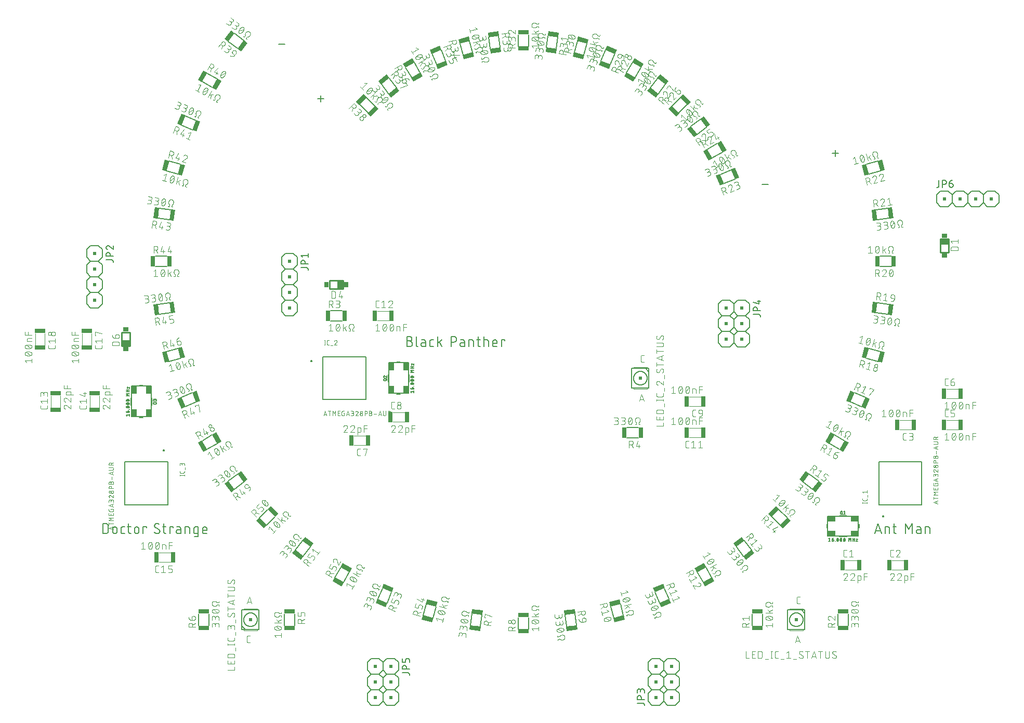
<source format=gbr>
G04 EAGLE Gerber RS-274X export*
G75*
%MOMM*%
%FSLAX34Y34*%
%LPD*%
%INSilkscreen Top*%
%IPPOS*%
%AMOC8*
5,1,8,0,0,1.08239X$1,22.5*%
G01*
%ADD10C,0.152400*%
%ADD11C,0.127000*%
%ADD12C,0.200000*%
%ADD13C,0.076200*%
%ADD14C,0.203200*%
%ADD15C,0.101600*%
%ADD16R,0.500000X0.500000*%
%ADD17C,0.254000*%
%ADD18R,0.850000X0.750000*%
%ADD19R,1.350000X0.900000*%
%ADD20R,1.752600X0.736600*%
%ADD21R,0.750100X1.700000*%
%ADD22R,0.750000X0.850000*%
%ADD23R,0.900000X1.350000*%
%ADD24R,0.736600X1.752600*%
%ADD25R,1.700000X0.750100*%
%ADD26R,0.508000X0.508000*%

G36*
X-211135Y-178123D02*
X-211135Y-178123D01*
X-211069Y-178121D01*
X-211026Y-178103D01*
X-210979Y-178095D01*
X-210922Y-178061D01*
X-210862Y-178036D01*
X-210827Y-178005D01*
X-210786Y-177980D01*
X-210745Y-177929D01*
X-210696Y-177885D01*
X-210674Y-177843D01*
X-210645Y-177806D01*
X-210624Y-177744D01*
X-210593Y-177685D01*
X-210585Y-177631D01*
X-210573Y-177594D01*
X-210574Y-177554D01*
X-210566Y-177500D01*
X-210566Y-165500D01*
X-210577Y-165435D01*
X-210579Y-165369D01*
X-210597Y-165326D01*
X-210605Y-165279D01*
X-210639Y-165222D01*
X-210664Y-165162D01*
X-210695Y-165127D01*
X-210720Y-165086D01*
X-210771Y-165045D01*
X-210815Y-164996D01*
X-210857Y-164974D01*
X-210894Y-164945D01*
X-210956Y-164924D01*
X-211015Y-164893D01*
X-211069Y-164885D01*
X-211106Y-164873D01*
X-211146Y-164874D01*
X-211200Y-164866D01*
X-219200Y-164866D01*
X-219265Y-164877D01*
X-219331Y-164879D01*
X-219374Y-164897D01*
X-219421Y-164905D01*
X-219478Y-164939D01*
X-219538Y-164964D01*
X-219573Y-164995D01*
X-219614Y-165020D01*
X-219656Y-165071D01*
X-219704Y-165115D01*
X-219726Y-165157D01*
X-219755Y-165194D01*
X-219776Y-165256D01*
X-219807Y-165315D01*
X-219815Y-165369D01*
X-219827Y-165406D01*
X-219826Y-165446D01*
X-219834Y-165500D01*
X-219834Y-177500D01*
X-219823Y-177565D01*
X-219821Y-177631D01*
X-219803Y-177674D01*
X-219795Y-177721D01*
X-219761Y-177778D01*
X-219736Y-177838D01*
X-219705Y-177873D01*
X-219680Y-177914D01*
X-219629Y-177956D01*
X-219585Y-178004D01*
X-219543Y-178026D01*
X-219506Y-178055D01*
X-219444Y-178076D01*
X-219385Y-178107D01*
X-219331Y-178115D01*
X-219294Y-178127D01*
X-219254Y-178126D01*
X-219200Y-178134D01*
X-211200Y-178134D01*
X-211135Y-178123D01*
G37*
G36*
X-187135Y-178123D02*
X-187135Y-178123D01*
X-187069Y-178121D01*
X-187026Y-178103D01*
X-186979Y-178095D01*
X-186922Y-178061D01*
X-186862Y-178036D01*
X-186827Y-178005D01*
X-186786Y-177980D01*
X-186745Y-177929D01*
X-186696Y-177885D01*
X-186674Y-177843D01*
X-186645Y-177806D01*
X-186624Y-177744D01*
X-186593Y-177685D01*
X-186585Y-177631D01*
X-186573Y-177594D01*
X-186574Y-177554D01*
X-186566Y-177500D01*
X-186566Y-165500D01*
X-186577Y-165435D01*
X-186579Y-165369D01*
X-186597Y-165326D01*
X-186605Y-165279D01*
X-186639Y-165222D01*
X-186664Y-165162D01*
X-186695Y-165127D01*
X-186720Y-165086D01*
X-186771Y-165045D01*
X-186815Y-164996D01*
X-186857Y-164974D01*
X-186894Y-164945D01*
X-186956Y-164924D01*
X-187015Y-164893D01*
X-187069Y-164885D01*
X-187106Y-164873D01*
X-187146Y-164874D01*
X-187200Y-164866D01*
X-195200Y-164866D01*
X-195265Y-164877D01*
X-195331Y-164879D01*
X-195374Y-164897D01*
X-195421Y-164905D01*
X-195478Y-164939D01*
X-195538Y-164964D01*
X-195573Y-164995D01*
X-195614Y-165020D01*
X-195656Y-165071D01*
X-195704Y-165115D01*
X-195726Y-165157D01*
X-195755Y-165194D01*
X-195776Y-165256D01*
X-195807Y-165315D01*
X-195815Y-165369D01*
X-195827Y-165406D01*
X-195826Y-165446D01*
X-195834Y-165500D01*
X-195834Y-177500D01*
X-195823Y-177565D01*
X-195821Y-177631D01*
X-195803Y-177674D01*
X-195795Y-177721D01*
X-195761Y-177778D01*
X-195736Y-177838D01*
X-195705Y-177873D01*
X-195680Y-177914D01*
X-195629Y-177956D01*
X-195585Y-178004D01*
X-195543Y-178026D01*
X-195506Y-178055D01*
X-195444Y-178076D01*
X-195385Y-178107D01*
X-195331Y-178115D01*
X-195294Y-178127D01*
X-195254Y-178126D01*
X-195200Y-178134D01*
X-187200Y-178134D01*
X-187135Y-178123D01*
G37*
G36*
X-187135Y-216123D02*
X-187135Y-216123D01*
X-187069Y-216121D01*
X-187026Y-216103D01*
X-186979Y-216095D01*
X-186922Y-216061D01*
X-186862Y-216036D01*
X-186827Y-216005D01*
X-186786Y-215980D01*
X-186745Y-215929D01*
X-186696Y-215885D01*
X-186674Y-215843D01*
X-186645Y-215806D01*
X-186624Y-215744D01*
X-186593Y-215685D01*
X-186585Y-215631D01*
X-186573Y-215594D01*
X-186574Y-215554D01*
X-186566Y-215500D01*
X-186566Y-203500D01*
X-186577Y-203435D01*
X-186579Y-203369D01*
X-186597Y-203326D01*
X-186605Y-203279D01*
X-186639Y-203222D01*
X-186664Y-203162D01*
X-186695Y-203127D01*
X-186720Y-203086D01*
X-186771Y-203045D01*
X-186815Y-202996D01*
X-186857Y-202974D01*
X-186894Y-202945D01*
X-186956Y-202924D01*
X-187015Y-202893D01*
X-187069Y-202885D01*
X-187106Y-202873D01*
X-187146Y-202874D01*
X-187200Y-202866D01*
X-195200Y-202866D01*
X-195265Y-202877D01*
X-195331Y-202879D01*
X-195374Y-202897D01*
X-195421Y-202905D01*
X-195478Y-202939D01*
X-195538Y-202964D01*
X-195573Y-202995D01*
X-195614Y-203020D01*
X-195656Y-203071D01*
X-195704Y-203115D01*
X-195726Y-203157D01*
X-195755Y-203194D01*
X-195776Y-203256D01*
X-195807Y-203315D01*
X-195815Y-203369D01*
X-195827Y-203406D01*
X-195826Y-203446D01*
X-195834Y-203500D01*
X-195834Y-215500D01*
X-195823Y-215565D01*
X-195821Y-215631D01*
X-195803Y-215674D01*
X-195795Y-215721D01*
X-195761Y-215778D01*
X-195736Y-215838D01*
X-195705Y-215873D01*
X-195680Y-215914D01*
X-195629Y-215956D01*
X-195585Y-216004D01*
X-195543Y-216026D01*
X-195506Y-216055D01*
X-195444Y-216076D01*
X-195385Y-216107D01*
X-195331Y-216115D01*
X-195294Y-216127D01*
X-195254Y-216126D01*
X-195200Y-216134D01*
X-187200Y-216134D01*
X-187135Y-216123D01*
G37*
G36*
X-211135Y-216123D02*
X-211135Y-216123D01*
X-211069Y-216121D01*
X-211026Y-216103D01*
X-210979Y-216095D01*
X-210922Y-216061D01*
X-210862Y-216036D01*
X-210827Y-216005D01*
X-210786Y-215980D01*
X-210745Y-215929D01*
X-210696Y-215885D01*
X-210674Y-215843D01*
X-210645Y-215806D01*
X-210624Y-215744D01*
X-210593Y-215685D01*
X-210585Y-215631D01*
X-210573Y-215594D01*
X-210574Y-215554D01*
X-210566Y-215500D01*
X-210566Y-203500D01*
X-210577Y-203435D01*
X-210579Y-203369D01*
X-210597Y-203326D01*
X-210605Y-203279D01*
X-210639Y-203222D01*
X-210664Y-203162D01*
X-210695Y-203127D01*
X-210720Y-203086D01*
X-210771Y-203045D01*
X-210815Y-202996D01*
X-210857Y-202974D01*
X-210894Y-202945D01*
X-210956Y-202924D01*
X-211015Y-202893D01*
X-211069Y-202885D01*
X-211106Y-202873D01*
X-211146Y-202874D01*
X-211200Y-202866D01*
X-219200Y-202866D01*
X-219265Y-202877D01*
X-219331Y-202879D01*
X-219374Y-202897D01*
X-219421Y-202905D01*
X-219478Y-202939D01*
X-219538Y-202964D01*
X-219573Y-202995D01*
X-219614Y-203020D01*
X-219656Y-203071D01*
X-219704Y-203115D01*
X-219726Y-203157D01*
X-219755Y-203194D01*
X-219776Y-203256D01*
X-219807Y-203315D01*
X-219815Y-203369D01*
X-219827Y-203406D01*
X-219826Y-203446D01*
X-219834Y-203500D01*
X-219834Y-215500D01*
X-219823Y-215565D01*
X-219821Y-215631D01*
X-219803Y-215674D01*
X-219795Y-215721D01*
X-219761Y-215778D01*
X-219736Y-215838D01*
X-219705Y-215873D01*
X-219680Y-215914D01*
X-219629Y-215956D01*
X-219585Y-216004D01*
X-219543Y-216026D01*
X-219506Y-216055D01*
X-219444Y-216076D01*
X-219385Y-216107D01*
X-219331Y-216115D01*
X-219294Y-216127D01*
X-219254Y-216126D01*
X-219200Y-216134D01*
X-211200Y-216134D01*
X-211135Y-216123D01*
G37*
G36*
X-606235Y-216223D02*
X-606235Y-216223D01*
X-606169Y-216221D01*
X-606126Y-216203D01*
X-606079Y-216195D01*
X-606022Y-216161D01*
X-605962Y-216136D01*
X-605927Y-216105D01*
X-605886Y-216080D01*
X-605845Y-216029D01*
X-605796Y-215985D01*
X-605774Y-215943D01*
X-605745Y-215906D01*
X-605724Y-215844D01*
X-605693Y-215785D01*
X-605685Y-215731D01*
X-605673Y-215694D01*
X-605674Y-215654D01*
X-605666Y-215600D01*
X-605666Y-203600D01*
X-605677Y-203535D01*
X-605679Y-203469D01*
X-605697Y-203426D01*
X-605705Y-203379D01*
X-605739Y-203322D01*
X-605764Y-203262D01*
X-605795Y-203227D01*
X-605820Y-203186D01*
X-605871Y-203145D01*
X-605915Y-203096D01*
X-605957Y-203074D01*
X-605994Y-203045D01*
X-606056Y-203024D01*
X-606115Y-202993D01*
X-606169Y-202985D01*
X-606206Y-202973D01*
X-606246Y-202974D01*
X-606300Y-202966D01*
X-614300Y-202966D01*
X-614365Y-202977D01*
X-614431Y-202979D01*
X-614474Y-202997D01*
X-614521Y-203005D01*
X-614578Y-203039D01*
X-614638Y-203064D01*
X-614673Y-203095D01*
X-614714Y-203120D01*
X-614756Y-203171D01*
X-614804Y-203215D01*
X-614826Y-203257D01*
X-614855Y-203294D01*
X-614876Y-203356D01*
X-614907Y-203415D01*
X-614915Y-203469D01*
X-614927Y-203506D01*
X-614926Y-203546D01*
X-614934Y-203600D01*
X-614934Y-215600D01*
X-614923Y-215665D01*
X-614921Y-215731D01*
X-614903Y-215774D01*
X-614895Y-215821D01*
X-614861Y-215878D01*
X-614836Y-215938D01*
X-614805Y-215973D01*
X-614780Y-216014D01*
X-614729Y-216056D01*
X-614685Y-216104D01*
X-614643Y-216126D01*
X-614606Y-216155D01*
X-614544Y-216176D01*
X-614485Y-216207D01*
X-614431Y-216215D01*
X-614394Y-216227D01*
X-614354Y-216226D01*
X-614300Y-216234D01*
X-606300Y-216234D01*
X-606235Y-216223D01*
G37*
G36*
X-630235Y-216223D02*
X-630235Y-216223D01*
X-630169Y-216221D01*
X-630126Y-216203D01*
X-630079Y-216195D01*
X-630022Y-216161D01*
X-629962Y-216136D01*
X-629927Y-216105D01*
X-629886Y-216080D01*
X-629845Y-216029D01*
X-629796Y-215985D01*
X-629774Y-215943D01*
X-629745Y-215906D01*
X-629724Y-215844D01*
X-629693Y-215785D01*
X-629685Y-215731D01*
X-629673Y-215694D01*
X-629674Y-215654D01*
X-629666Y-215600D01*
X-629666Y-203600D01*
X-629677Y-203535D01*
X-629679Y-203469D01*
X-629697Y-203426D01*
X-629705Y-203379D01*
X-629739Y-203322D01*
X-629764Y-203262D01*
X-629795Y-203227D01*
X-629820Y-203186D01*
X-629871Y-203145D01*
X-629915Y-203096D01*
X-629957Y-203074D01*
X-629994Y-203045D01*
X-630056Y-203024D01*
X-630115Y-202993D01*
X-630169Y-202985D01*
X-630206Y-202973D01*
X-630246Y-202974D01*
X-630300Y-202966D01*
X-638300Y-202966D01*
X-638365Y-202977D01*
X-638431Y-202979D01*
X-638474Y-202997D01*
X-638521Y-203005D01*
X-638578Y-203039D01*
X-638638Y-203064D01*
X-638673Y-203095D01*
X-638714Y-203120D01*
X-638756Y-203171D01*
X-638804Y-203215D01*
X-638826Y-203257D01*
X-638855Y-203294D01*
X-638876Y-203356D01*
X-638907Y-203415D01*
X-638915Y-203469D01*
X-638927Y-203506D01*
X-638926Y-203546D01*
X-638934Y-203600D01*
X-638934Y-215600D01*
X-638923Y-215665D01*
X-638921Y-215731D01*
X-638903Y-215774D01*
X-638895Y-215821D01*
X-638861Y-215878D01*
X-638836Y-215938D01*
X-638805Y-215973D01*
X-638780Y-216014D01*
X-638729Y-216056D01*
X-638685Y-216104D01*
X-638643Y-216126D01*
X-638606Y-216155D01*
X-638544Y-216176D01*
X-638485Y-216207D01*
X-638431Y-216215D01*
X-638394Y-216227D01*
X-638354Y-216226D01*
X-638300Y-216234D01*
X-630300Y-216234D01*
X-630235Y-216223D01*
G37*
G36*
X-606235Y-254223D02*
X-606235Y-254223D01*
X-606169Y-254221D01*
X-606126Y-254203D01*
X-606079Y-254195D01*
X-606022Y-254161D01*
X-605962Y-254136D01*
X-605927Y-254105D01*
X-605886Y-254080D01*
X-605845Y-254029D01*
X-605796Y-253985D01*
X-605774Y-253943D01*
X-605745Y-253906D01*
X-605724Y-253844D01*
X-605693Y-253785D01*
X-605685Y-253731D01*
X-605673Y-253694D01*
X-605674Y-253654D01*
X-605666Y-253600D01*
X-605666Y-241600D01*
X-605677Y-241535D01*
X-605679Y-241469D01*
X-605697Y-241426D01*
X-605705Y-241379D01*
X-605739Y-241322D01*
X-605764Y-241262D01*
X-605795Y-241227D01*
X-605820Y-241186D01*
X-605871Y-241145D01*
X-605915Y-241096D01*
X-605957Y-241074D01*
X-605994Y-241045D01*
X-606056Y-241024D01*
X-606115Y-240993D01*
X-606169Y-240985D01*
X-606206Y-240973D01*
X-606246Y-240974D01*
X-606300Y-240966D01*
X-614300Y-240966D01*
X-614365Y-240977D01*
X-614431Y-240979D01*
X-614474Y-240997D01*
X-614521Y-241005D01*
X-614578Y-241039D01*
X-614638Y-241064D01*
X-614673Y-241095D01*
X-614714Y-241120D01*
X-614756Y-241171D01*
X-614804Y-241215D01*
X-614826Y-241257D01*
X-614855Y-241294D01*
X-614876Y-241356D01*
X-614907Y-241415D01*
X-614915Y-241469D01*
X-614927Y-241506D01*
X-614926Y-241546D01*
X-614934Y-241600D01*
X-614934Y-253600D01*
X-614923Y-253665D01*
X-614921Y-253731D01*
X-614903Y-253774D01*
X-614895Y-253821D01*
X-614861Y-253878D01*
X-614836Y-253938D01*
X-614805Y-253973D01*
X-614780Y-254014D01*
X-614729Y-254056D01*
X-614685Y-254104D01*
X-614643Y-254126D01*
X-614606Y-254155D01*
X-614544Y-254176D01*
X-614485Y-254207D01*
X-614431Y-254215D01*
X-614394Y-254227D01*
X-614354Y-254226D01*
X-614300Y-254234D01*
X-606300Y-254234D01*
X-606235Y-254223D01*
G37*
G36*
X-630235Y-254223D02*
X-630235Y-254223D01*
X-630169Y-254221D01*
X-630126Y-254203D01*
X-630079Y-254195D01*
X-630022Y-254161D01*
X-629962Y-254136D01*
X-629927Y-254105D01*
X-629886Y-254080D01*
X-629845Y-254029D01*
X-629796Y-253985D01*
X-629774Y-253943D01*
X-629745Y-253906D01*
X-629724Y-253844D01*
X-629693Y-253785D01*
X-629685Y-253731D01*
X-629673Y-253694D01*
X-629674Y-253654D01*
X-629666Y-253600D01*
X-629666Y-241600D01*
X-629677Y-241535D01*
X-629679Y-241469D01*
X-629697Y-241426D01*
X-629705Y-241379D01*
X-629739Y-241322D01*
X-629764Y-241262D01*
X-629795Y-241227D01*
X-629820Y-241186D01*
X-629871Y-241145D01*
X-629915Y-241096D01*
X-629957Y-241074D01*
X-629994Y-241045D01*
X-630056Y-241024D01*
X-630115Y-240993D01*
X-630169Y-240985D01*
X-630206Y-240973D01*
X-630246Y-240974D01*
X-630300Y-240966D01*
X-638300Y-240966D01*
X-638365Y-240977D01*
X-638431Y-240979D01*
X-638474Y-240997D01*
X-638521Y-241005D01*
X-638578Y-241039D01*
X-638638Y-241064D01*
X-638673Y-241095D01*
X-638714Y-241120D01*
X-638756Y-241171D01*
X-638804Y-241215D01*
X-638826Y-241257D01*
X-638855Y-241294D01*
X-638876Y-241356D01*
X-638907Y-241415D01*
X-638915Y-241469D01*
X-638927Y-241506D01*
X-638926Y-241546D01*
X-638934Y-241600D01*
X-638934Y-253600D01*
X-638923Y-253665D01*
X-638921Y-253731D01*
X-638903Y-253774D01*
X-638895Y-253821D01*
X-638861Y-253878D01*
X-638836Y-253938D01*
X-638805Y-253973D01*
X-638780Y-254014D01*
X-638729Y-254056D01*
X-638685Y-254104D01*
X-638643Y-254126D01*
X-638606Y-254155D01*
X-638544Y-254176D01*
X-638485Y-254207D01*
X-638431Y-254215D01*
X-638394Y-254227D01*
X-638354Y-254226D01*
X-638300Y-254234D01*
X-630300Y-254234D01*
X-630235Y-254223D01*
G37*
G36*
X545765Y-424423D02*
X545765Y-424423D01*
X545831Y-424421D01*
X545874Y-424403D01*
X545921Y-424395D01*
X545978Y-424361D01*
X546038Y-424336D01*
X546073Y-424305D01*
X546114Y-424280D01*
X546156Y-424229D01*
X546204Y-424185D01*
X546226Y-424143D01*
X546255Y-424106D01*
X546276Y-424044D01*
X546307Y-423985D01*
X546315Y-423931D01*
X546327Y-423894D01*
X546326Y-423854D01*
X546334Y-423800D01*
X546334Y-415800D01*
X546323Y-415735D01*
X546321Y-415669D01*
X546303Y-415626D01*
X546295Y-415579D01*
X546261Y-415522D01*
X546236Y-415462D01*
X546205Y-415427D01*
X546180Y-415386D01*
X546129Y-415345D01*
X546085Y-415296D01*
X546043Y-415274D01*
X546006Y-415245D01*
X545944Y-415224D01*
X545885Y-415193D01*
X545831Y-415185D01*
X545794Y-415173D01*
X545754Y-415174D01*
X545700Y-415166D01*
X533700Y-415166D01*
X533635Y-415177D01*
X533569Y-415179D01*
X533526Y-415197D01*
X533479Y-415205D01*
X533422Y-415239D01*
X533362Y-415264D01*
X533327Y-415295D01*
X533286Y-415320D01*
X533245Y-415371D01*
X533196Y-415415D01*
X533174Y-415457D01*
X533145Y-415494D01*
X533124Y-415556D01*
X533093Y-415615D01*
X533085Y-415669D01*
X533073Y-415706D01*
X533074Y-415746D01*
X533066Y-415800D01*
X533066Y-423800D01*
X533077Y-423865D01*
X533079Y-423931D01*
X533097Y-423974D01*
X533105Y-424021D01*
X533139Y-424078D01*
X533164Y-424138D01*
X533195Y-424173D01*
X533220Y-424214D01*
X533271Y-424256D01*
X533315Y-424304D01*
X533357Y-424326D01*
X533394Y-424355D01*
X533456Y-424376D01*
X533515Y-424407D01*
X533569Y-424415D01*
X533606Y-424427D01*
X533646Y-424426D01*
X533700Y-424434D01*
X545700Y-424434D01*
X545765Y-424423D01*
G37*
G36*
X507765Y-424423D02*
X507765Y-424423D01*
X507831Y-424421D01*
X507874Y-424403D01*
X507921Y-424395D01*
X507978Y-424361D01*
X508038Y-424336D01*
X508073Y-424305D01*
X508114Y-424280D01*
X508156Y-424229D01*
X508204Y-424185D01*
X508226Y-424143D01*
X508255Y-424106D01*
X508276Y-424044D01*
X508307Y-423985D01*
X508315Y-423931D01*
X508327Y-423894D01*
X508326Y-423854D01*
X508334Y-423800D01*
X508334Y-415800D01*
X508323Y-415735D01*
X508321Y-415669D01*
X508303Y-415626D01*
X508295Y-415579D01*
X508261Y-415522D01*
X508236Y-415462D01*
X508205Y-415427D01*
X508180Y-415386D01*
X508129Y-415345D01*
X508085Y-415296D01*
X508043Y-415274D01*
X508006Y-415245D01*
X507944Y-415224D01*
X507885Y-415193D01*
X507831Y-415185D01*
X507794Y-415173D01*
X507754Y-415174D01*
X507700Y-415166D01*
X495700Y-415166D01*
X495635Y-415177D01*
X495569Y-415179D01*
X495526Y-415197D01*
X495479Y-415205D01*
X495422Y-415239D01*
X495362Y-415264D01*
X495327Y-415295D01*
X495286Y-415320D01*
X495245Y-415371D01*
X495196Y-415415D01*
X495174Y-415457D01*
X495145Y-415494D01*
X495124Y-415556D01*
X495093Y-415615D01*
X495085Y-415669D01*
X495073Y-415706D01*
X495074Y-415746D01*
X495066Y-415800D01*
X495066Y-423800D01*
X495077Y-423865D01*
X495079Y-423931D01*
X495097Y-423974D01*
X495105Y-424021D01*
X495139Y-424078D01*
X495164Y-424138D01*
X495195Y-424173D01*
X495220Y-424214D01*
X495271Y-424256D01*
X495315Y-424304D01*
X495357Y-424326D01*
X495394Y-424355D01*
X495456Y-424376D01*
X495515Y-424407D01*
X495569Y-424415D01*
X495606Y-424427D01*
X495646Y-424426D01*
X495700Y-424434D01*
X507700Y-424434D01*
X507765Y-424423D01*
G37*
G36*
X507765Y-448423D02*
X507765Y-448423D01*
X507831Y-448421D01*
X507874Y-448403D01*
X507921Y-448395D01*
X507978Y-448361D01*
X508038Y-448336D01*
X508073Y-448305D01*
X508114Y-448280D01*
X508156Y-448229D01*
X508204Y-448185D01*
X508226Y-448143D01*
X508255Y-448106D01*
X508276Y-448044D01*
X508307Y-447985D01*
X508315Y-447931D01*
X508327Y-447894D01*
X508326Y-447854D01*
X508334Y-447800D01*
X508334Y-439800D01*
X508323Y-439735D01*
X508321Y-439669D01*
X508303Y-439626D01*
X508295Y-439579D01*
X508261Y-439522D01*
X508236Y-439462D01*
X508205Y-439427D01*
X508180Y-439386D01*
X508129Y-439345D01*
X508085Y-439296D01*
X508043Y-439274D01*
X508006Y-439245D01*
X507944Y-439224D01*
X507885Y-439193D01*
X507831Y-439185D01*
X507794Y-439173D01*
X507754Y-439174D01*
X507700Y-439166D01*
X495700Y-439166D01*
X495635Y-439177D01*
X495569Y-439179D01*
X495526Y-439197D01*
X495479Y-439205D01*
X495422Y-439239D01*
X495362Y-439264D01*
X495327Y-439295D01*
X495286Y-439320D01*
X495245Y-439371D01*
X495196Y-439415D01*
X495174Y-439457D01*
X495145Y-439494D01*
X495124Y-439556D01*
X495093Y-439615D01*
X495085Y-439669D01*
X495073Y-439706D01*
X495074Y-439746D01*
X495066Y-439800D01*
X495066Y-447800D01*
X495077Y-447865D01*
X495079Y-447931D01*
X495097Y-447974D01*
X495105Y-448021D01*
X495139Y-448078D01*
X495164Y-448138D01*
X495195Y-448173D01*
X495220Y-448214D01*
X495271Y-448256D01*
X495315Y-448304D01*
X495357Y-448326D01*
X495394Y-448355D01*
X495456Y-448376D01*
X495515Y-448407D01*
X495569Y-448415D01*
X495606Y-448427D01*
X495646Y-448426D01*
X495700Y-448434D01*
X507700Y-448434D01*
X507765Y-448423D01*
G37*
G36*
X545765Y-448423D02*
X545765Y-448423D01*
X545831Y-448421D01*
X545874Y-448403D01*
X545921Y-448395D01*
X545978Y-448361D01*
X546038Y-448336D01*
X546073Y-448305D01*
X546114Y-448280D01*
X546156Y-448229D01*
X546204Y-448185D01*
X546226Y-448143D01*
X546255Y-448106D01*
X546276Y-448044D01*
X546307Y-447985D01*
X546315Y-447931D01*
X546327Y-447894D01*
X546326Y-447854D01*
X546334Y-447800D01*
X546334Y-439800D01*
X546323Y-439735D01*
X546321Y-439669D01*
X546303Y-439626D01*
X546295Y-439579D01*
X546261Y-439522D01*
X546236Y-439462D01*
X546205Y-439427D01*
X546180Y-439386D01*
X546129Y-439345D01*
X546085Y-439296D01*
X546043Y-439274D01*
X546006Y-439245D01*
X545944Y-439224D01*
X545885Y-439193D01*
X545831Y-439185D01*
X545794Y-439173D01*
X545754Y-439174D01*
X545700Y-439166D01*
X533700Y-439166D01*
X533635Y-439177D01*
X533569Y-439179D01*
X533526Y-439197D01*
X533479Y-439205D01*
X533422Y-439239D01*
X533362Y-439264D01*
X533327Y-439295D01*
X533286Y-439320D01*
X533245Y-439371D01*
X533196Y-439415D01*
X533174Y-439457D01*
X533145Y-439494D01*
X533124Y-439556D01*
X533093Y-439615D01*
X533085Y-439669D01*
X533073Y-439706D01*
X533074Y-439746D01*
X533066Y-439800D01*
X533066Y-447800D01*
X533077Y-447865D01*
X533079Y-447931D01*
X533097Y-447974D01*
X533105Y-448021D01*
X533139Y-448078D01*
X533164Y-448138D01*
X533195Y-448173D01*
X533220Y-448214D01*
X533271Y-448256D01*
X533315Y-448304D01*
X533357Y-448326D01*
X533394Y-448355D01*
X533456Y-448376D01*
X533515Y-448407D01*
X533569Y-448415D01*
X533606Y-448427D01*
X533646Y-448426D01*
X533700Y-448434D01*
X545700Y-448434D01*
X545765Y-448423D01*
G37*
D10*
X-335619Y264894D02*
X-324781Y264894D01*
X-330200Y270312D02*
X-330200Y259475D01*
X388281Y125194D02*
X399119Y125194D01*
X502581Y175994D02*
X513419Y175994D01*
X508000Y181412D02*
X508000Y170575D01*
X-388281Y353794D02*
X-399119Y353794D01*
X-189738Y-129907D02*
X-185222Y-129907D01*
X-185222Y-129906D02*
X-185089Y-129908D01*
X-184957Y-129914D01*
X-184825Y-129924D01*
X-184693Y-129937D01*
X-184561Y-129955D01*
X-184431Y-129976D01*
X-184300Y-130001D01*
X-184171Y-130030D01*
X-184043Y-130063D01*
X-183915Y-130099D01*
X-183789Y-130139D01*
X-183664Y-130183D01*
X-183540Y-130231D01*
X-183418Y-130282D01*
X-183297Y-130337D01*
X-183178Y-130395D01*
X-183060Y-130457D01*
X-182945Y-130522D01*
X-182831Y-130591D01*
X-182720Y-130662D01*
X-182611Y-130738D01*
X-182504Y-130816D01*
X-182399Y-130897D01*
X-182297Y-130982D01*
X-182197Y-131069D01*
X-182100Y-131159D01*
X-182005Y-131252D01*
X-181914Y-131348D01*
X-181825Y-131446D01*
X-181739Y-131547D01*
X-181656Y-131651D01*
X-181576Y-131757D01*
X-181500Y-131865D01*
X-181426Y-131975D01*
X-181356Y-132088D01*
X-181289Y-132202D01*
X-181226Y-132319D01*
X-181166Y-132437D01*
X-181109Y-132557D01*
X-181056Y-132679D01*
X-181007Y-132802D01*
X-180961Y-132926D01*
X-180919Y-133052D01*
X-180881Y-133179D01*
X-180846Y-133307D01*
X-180815Y-133436D01*
X-180788Y-133565D01*
X-180765Y-133696D01*
X-180745Y-133827D01*
X-180730Y-133959D01*
X-180718Y-134091D01*
X-180710Y-134223D01*
X-180706Y-134356D01*
X-180706Y-134488D01*
X-180710Y-134621D01*
X-180718Y-134753D01*
X-180730Y-134885D01*
X-180745Y-135017D01*
X-180765Y-135148D01*
X-180788Y-135279D01*
X-180815Y-135408D01*
X-180846Y-135537D01*
X-180881Y-135665D01*
X-180919Y-135792D01*
X-180961Y-135918D01*
X-181007Y-136042D01*
X-181056Y-136165D01*
X-181109Y-136287D01*
X-181166Y-136407D01*
X-181226Y-136525D01*
X-181289Y-136642D01*
X-181356Y-136756D01*
X-181426Y-136869D01*
X-181500Y-136979D01*
X-181576Y-137087D01*
X-181656Y-137193D01*
X-181739Y-137297D01*
X-181825Y-137398D01*
X-181914Y-137496D01*
X-182005Y-137592D01*
X-182100Y-137685D01*
X-182197Y-137775D01*
X-182297Y-137862D01*
X-182399Y-137947D01*
X-182504Y-138028D01*
X-182611Y-138106D01*
X-182720Y-138182D01*
X-182831Y-138253D01*
X-182945Y-138322D01*
X-183060Y-138387D01*
X-183178Y-138449D01*
X-183297Y-138507D01*
X-183418Y-138562D01*
X-183540Y-138613D01*
X-183664Y-138661D01*
X-183789Y-138705D01*
X-183915Y-138745D01*
X-184043Y-138781D01*
X-184171Y-138814D01*
X-184300Y-138843D01*
X-184431Y-138868D01*
X-184561Y-138889D01*
X-184693Y-138907D01*
X-184825Y-138920D01*
X-184957Y-138930D01*
X-185089Y-138936D01*
X-185222Y-138938D01*
X-189738Y-138938D01*
X-189738Y-122682D01*
X-185222Y-122682D01*
X-185103Y-122684D01*
X-184983Y-122690D01*
X-184864Y-122700D01*
X-184746Y-122714D01*
X-184627Y-122731D01*
X-184510Y-122753D01*
X-184393Y-122778D01*
X-184278Y-122808D01*
X-184163Y-122841D01*
X-184049Y-122878D01*
X-183937Y-122918D01*
X-183826Y-122963D01*
X-183717Y-123011D01*
X-183609Y-123062D01*
X-183503Y-123117D01*
X-183399Y-123176D01*
X-183297Y-123238D01*
X-183197Y-123303D01*
X-183099Y-123372D01*
X-183003Y-123444D01*
X-182910Y-123519D01*
X-182820Y-123596D01*
X-182732Y-123677D01*
X-182647Y-123761D01*
X-182565Y-123848D01*
X-182485Y-123937D01*
X-182409Y-124029D01*
X-182335Y-124123D01*
X-182265Y-124220D01*
X-182198Y-124318D01*
X-182134Y-124419D01*
X-182074Y-124523D01*
X-182017Y-124628D01*
X-181964Y-124735D01*
X-181914Y-124843D01*
X-181868Y-124953D01*
X-181826Y-125065D01*
X-181787Y-125178D01*
X-181752Y-125292D01*
X-181721Y-125407D01*
X-181693Y-125524D01*
X-181670Y-125641D01*
X-181650Y-125758D01*
X-181634Y-125877D01*
X-181622Y-125996D01*
X-181614Y-126115D01*
X-181610Y-126234D01*
X-181610Y-126354D01*
X-181614Y-126473D01*
X-181622Y-126592D01*
X-181634Y-126711D01*
X-181650Y-126830D01*
X-181670Y-126947D01*
X-181693Y-127064D01*
X-181721Y-127181D01*
X-181752Y-127296D01*
X-181787Y-127410D01*
X-181826Y-127523D01*
X-181868Y-127635D01*
X-181914Y-127745D01*
X-181964Y-127853D01*
X-182017Y-127960D01*
X-182074Y-128065D01*
X-182134Y-128169D01*
X-182198Y-128270D01*
X-182265Y-128368D01*
X-182335Y-128465D01*
X-182409Y-128559D01*
X-182485Y-128651D01*
X-182565Y-128740D01*
X-182647Y-128827D01*
X-182732Y-128911D01*
X-182820Y-128992D01*
X-182910Y-129069D01*
X-183003Y-129144D01*
X-183099Y-129216D01*
X-183197Y-129285D01*
X-183297Y-129350D01*
X-183399Y-129412D01*
X-183503Y-129471D01*
X-183609Y-129526D01*
X-183717Y-129577D01*
X-183826Y-129625D01*
X-183937Y-129670D01*
X-184049Y-129710D01*
X-184163Y-129747D01*
X-184278Y-129780D01*
X-184393Y-129810D01*
X-184510Y-129835D01*
X-184627Y-129857D01*
X-184746Y-129874D01*
X-184864Y-129888D01*
X-184983Y-129898D01*
X-185103Y-129904D01*
X-185222Y-129906D01*
X-174741Y-136229D02*
X-174741Y-122682D01*
X-174741Y-136229D02*
X-174739Y-136330D01*
X-174733Y-136431D01*
X-174724Y-136532D01*
X-174711Y-136633D01*
X-174694Y-136733D01*
X-174673Y-136832D01*
X-174649Y-136930D01*
X-174621Y-137027D01*
X-174589Y-137124D01*
X-174554Y-137219D01*
X-174515Y-137312D01*
X-174473Y-137404D01*
X-174427Y-137495D01*
X-174378Y-137584D01*
X-174326Y-137670D01*
X-174270Y-137755D01*
X-174212Y-137838D01*
X-174150Y-137918D01*
X-174085Y-137996D01*
X-174018Y-138072D01*
X-173948Y-138145D01*
X-173875Y-138215D01*
X-173799Y-138282D01*
X-173721Y-138347D01*
X-173641Y-138409D01*
X-173558Y-138467D01*
X-173473Y-138523D01*
X-173387Y-138575D01*
X-173298Y-138624D01*
X-173207Y-138670D01*
X-173115Y-138712D01*
X-173022Y-138751D01*
X-172927Y-138786D01*
X-172830Y-138818D01*
X-172733Y-138846D01*
X-172635Y-138870D01*
X-172536Y-138891D01*
X-172436Y-138908D01*
X-172335Y-138921D01*
X-172234Y-138930D01*
X-172133Y-138936D01*
X-172032Y-138938D01*
X-163554Y-132616D02*
X-159490Y-132616D01*
X-163554Y-132616D02*
X-163666Y-132618D01*
X-163777Y-132624D01*
X-163888Y-132634D01*
X-163999Y-132647D01*
X-164109Y-132665D01*
X-164218Y-132687D01*
X-164327Y-132712D01*
X-164435Y-132741D01*
X-164541Y-132774D01*
X-164647Y-132811D01*
X-164751Y-132851D01*
X-164853Y-132895D01*
X-164954Y-132943D01*
X-165053Y-132994D01*
X-165151Y-133049D01*
X-165246Y-133107D01*
X-165339Y-133168D01*
X-165430Y-133233D01*
X-165519Y-133301D01*
X-165605Y-133372D01*
X-165688Y-133445D01*
X-165769Y-133522D01*
X-165848Y-133602D01*
X-165923Y-133684D01*
X-165995Y-133769D01*
X-166065Y-133856D01*
X-166131Y-133946D01*
X-166194Y-134038D01*
X-166254Y-134133D01*
X-166310Y-134229D01*
X-166363Y-134327D01*
X-166412Y-134427D01*
X-166458Y-134529D01*
X-166500Y-134632D01*
X-166539Y-134737D01*
X-166574Y-134843D01*
X-166605Y-134950D01*
X-166632Y-135058D01*
X-166656Y-135167D01*
X-166675Y-135277D01*
X-166691Y-135387D01*
X-166703Y-135498D01*
X-166711Y-135610D01*
X-166715Y-135721D01*
X-166715Y-135833D01*
X-166711Y-135944D01*
X-166703Y-136056D01*
X-166691Y-136167D01*
X-166675Y-136277D01*
X-166656Y-136387D01*
X-166632Y-136496D01*
X-166605Y-136604D01*
X-166574Y-136711D01*
X-166539Y-136817D01*
X-166500Y-136922D01*
X-166458Y-137025D01*
X-166412Y-137127D01*
X-166363Y-137227D01*
X-166310Y-137325D01*
X-166254Y-137421D01*
X-166194Y-137516D01*
X-166131Y-137608D01*
X-166065Y-137698D01*
X-165995Y-137785D01*
X-165923Y-137870D01*
X-165848Y-137952D01*
X-165769Y-138032D01*
X-165688Y-138109D01*
X-165605Y-138182D01*
X-165519Y-138253D01*
X-165430Y-138321D01*
X-165339Y-138386D01*
X-165246Y-138447D01*
X-165151Y-138505D01*
X-165053Y-138560D01*
X-164954Y-138611D01*
X-164853Y-138659D01*
X-164751Y-138703D01*
X-164647Y-138743D01*
X-164541Y-138780D01*
X-164435Y-138813D01*
X-164327Y-138842D01*
X-164218Y-138867D01*
X-164109Y-138889D01*
X-163999Y-138907D01*
X-163888Y-138920D01*
X-163777Y-138930D01*
X-163666Y-138936D01*
X-163554Y-138938D01*
X-159490Y-138938D01*
X-159490Y-130810D01*
X-159492Y-130709D01*
X-159498Y-130608D01*
X-159507Y-130507D01*
X-159520Y-130406D01*
X-159537Y-130306D01*
X-159558Y-130207D01*
X-159582Y-130109D01*
X-159610Y-130012D01*
X-159642Y-129915D01*
X-159677Y-129820D01*
X-159716Y-129727D01*
X-159758Y-129635D01*
X-159804Y-129544D01*
X-159853Y-129455D01*
X-159905Y-129369D01*
X-159961Y-129284D01*
X-160019Y-129201D01*
X-160081Y-129121D01*
X-160146Y-129043D01*
X-160213Y-128967D01*
X-160283Y-128894D01*
X-160356Y-128824D01*
X-160432Y-128757D01*
X-160510Y-128692D01*
X-160590Y-128630D01*
X-160673Y-128572D01*
X-160758Y-128516D01*
X-160845Y-128464D01*
X-160933Y-128415D01*
X-161024Y-128369D01*
X-161116Y-128327D01*
X-161209Y-128288D01*
X-161304Y-128253D01*
X-161401Y-128221D01*
X-161498Y-128193D01*
X-161596Y-128169D01*
X-161695Y-128148D01*
X-161795Y-128131D01*
X-161896Y-128118D01*
X-161997Y-128109D01*
X-162098Y-128103D01*
X-162199Y-128101D01*
X-165811Y-128101D01*
X-149846Y-138938D02*
X-146234Y-138938D01*
X-149846Y-138938D02*
X-149947Y-138936D01*
X-150048Y-138930D01*
X-150149Y-138921D01*
X-150250Y-138908D01*
X-150350Y-138891D01*
X-150449Y-138870D01*
X-150547Y-138846D01*
X-150644Y-138818D01*
X-150741Y-138786D01*
X-150836Y-138751D01*
X-150929Y-138712D01*
X-151021Y-138670D01*
X-151112Y-138624D01*
X-151201Y-138575D01*
X-151287Y-138523D01*
X-151372Y-138467D01*
X-151455Y-138409D01*
X-151535Y-138347D01*
X-151613Y-138282D01*
X-151689Y-138215D01*
X-151762Y-138145D01*
X-151832Y-138072D01*
X-151899Y-137996D01*
X-151964Y-137918D01*
X-152026Y-137838D01*
X-152084Y-137755D01*
X-152140Y-137670D01*
X-152192Y-137584D01*
X-152241Y-137495D01*
X-152287Y-137404D01*
X-152329Y-137312D01*
X-152368Y-137219D01*
X-152403Y-137124D01*
X-152435Y-137027D01*
X-152463Y-136930D01*
X-152487Y-136832D01*
X-152508Y-136733D01*
X-152525Y-136633D01*
X-152538Y-136532D01*
X-152547Y-136431D01*
X-152553Y-136330D01*
X-152555Y-136229D01*
X-152555Y-130810D01*
X-152553Y-130709D01*
X-152547Y-130608D01*
X-152538Y-130507D01*
X-152525Y-130406D01*
X-152508Y-130306D01*
X-152487Y-130207D01*
X-152463Y-130109D01*
X-152435Y-130012D01*
X-152403Y-129915D01*
X-152368Y-129820D01*
X-152329Y-129727D01*
X-152287Y-129635D01*
X-152241Y-129544D01*
X-152192Y-129456D01*
X-152140Y-129369D01*
X-152084Y-129284D01*
X-152026Y-129201D01*
X-151964Y-129121D01*
X-151899Y-129043D01*
X-151832Y-128967D01*
X-151762Y-128894D01*
X-151689Y-128824D01*
X-151613Y-128757D01*
X-151535Y-128692D01*
X-151455Y-128630D01*
X-151372Y-128572D01*
X-151287Y-128516D01*
X-151201Y-128464D01*
X-151112Y-128415D01*
X-151021Y-128369D01*
X-150929Y-128327D01*
X-150836Y-128288D01*
X-150741Y-128253D01*
X-150644Y-128221D01*
X-150547Y-128193D01*
X-150449Y-128169D01*
X-150350Y-128148D01*
X-150250Y-128131D01*
X-150149Y-128118D01*
X-150048Y-128109D01*
X-149947Y-128103D01*
X-149846Y-128101D01*
X-146234Y-128101D01*
X-139899Y-122682D02*
X-139899Y-138938D01*
X-139899Y-133519D02*
X-132674Y-128101D01*
X-136738Y-131262D02*
X-132674Y-138938D01*
X-117834Y-138938D02*
X-117834Y-122682D01*
X-113319Y-122682D01*
X-113186Y-122684D01*
X-113054Y-122690D01*
X-112922Y-122700D01*
X-112790Y-122713D01*
X-112658Y-122731D01*
X-112528Y-122752D01*
X-112397Y-122777D01*
X-112268Y-122806D01*
X-112140Y-122839D01*
X-112012Y-122875D01*
X-111886Y-122915D01*
X-111761Y-122959D01*
X-111637Y-123007D01*
X-111515Y-123058D01*
X-111394Y-123113D01*
X-111275Y-123171D01*
X-111157Y-123233D01*
X-111042Y-123298D01*
X-110928Y-123367D01*
X-110817Y-123438D01*
X-110708Y-123514D01*
X-110601Y-123592D01*
X-110496Y-123673D01*
X-110394Y-123758D01*
X-110294Y-123845D01*
X-110197Y-123935D01*
X-110102Y-124028D01*
X-110011Y-124124D01*
X-109922Y-124222D01*
X-109836Y-124323D01*
X-109753Y-124427D01*
X-109673Y-124533D01*
X-109597Y-124641D01*
X-109523Y-124751D01*
X-109453Y-124864D01*
X-109386Y-124978D01*
X-109323Y-125095D01*
X-109263Y-125213D01*
X-109206Y-125333D01*
X-109153Y-125455D01*
X-109104Y-125578D01*
X-109058Y-125702D01*
X-109016Y-125828D01*
X-108978Y-125955D01*
X-108943Y-126083D01*
X-108912Y-126212D01*
X-108885Y-126341D01*
X-108862Y-126472D01*
X-108842Y-126603D01*
X-108827Y-126735D01*
X-108815Y-126867D01*
X-108807Y-126999D01*
X-108803Y-127132D01*
X-108803Y-127264D01*
X-108807Y-127397D01*
X-108815Y-127529D01*
X-108827Y-127661D01*
X-108842Y-127793D01*
X-108862Y-127924D01*
X-108885Y-128055D01*
X-108912Y-128184D01*
X-108943Y-128313D01*
X-108978Y-128441D01*
X-109016Y-128568D01*
X-109058Y-128694D01*
X-109104Y-128818D01*
X-109153Y-128941D01*
X-109206Y-129063D01*
X-109263Y-129183D01*
X-109323Y-129301D01*
X-109386Y-129418D01*
X-109453Y-129532D01*
X-109523Y-129645D01*
X-109597Y-129755D01*
X-109673Y-129863D01*
X-109753Y-129969D01*
X-109836Y-130073D01*
X-109922Y-130174D01*
X-110011Y-130272D01*
X-110102Y-130368D01*
X-110197Y-130461D01*
X-110294Y-130551D01*
X-110394Y-130638D01*
X-110496Y-130723D01*
X-110601Y-130804D01*
X-110708Y-130882D01*
X-110817Y-130958D01*
X-110928Y-131029D01*
X-111042Y-131098D01*
X-111157Y-131163D01*
X-111275Y-131225D01*
X-111394Y-131283D01*
X-111515Y-131338D01*
X-111637Y-131389D01*
X-111761Y-131437D01*
X-111886Y-131481D01*
X-112012Y-131521D01*
X-112140Y-131557D01*
X-112268Y-131590D01*
X-112397Y-131619D01*
X-112528Y-131644D01*
X-112658Y-131665D01*
X-112790Y-131683D01*
X-112922Y-131696D01*
X-113054Y-131706D01*
X-113186Y-131712D01*
X-113319Y-131714D01*
X-113319Y-131713D02*
X-117834Y-131713D01*
X-99987Y-132616D02*
X-95923Y-132616D01*
X-99987Y-132616D02*
X-100099Y-132618D01*
X-100210Y-132624D01*
X-100321Y-132634D01*
X-100432Y-132647D01*
X-100542Y-132665D01*
X-100651Y-132687D01*
X-100760Y-132712D01*
X-100868Y-132741D01*
X-100974Y-132774D01*
X-101080Y-132811D01*
X-101184Y-132851D01*
X-101286Y-132895D01*
X-101387Y-132943D01*
X-101486Y-132994D01*
X-101584Y-133049D01*
X-101679Y-133107D01*
X-101772Y-133168D01*
X-101863Y-133233D01*
X-101952Y-133301D01*
X-102038Y-133372D01*
X-102121Y-133445D01*
X-102202Y-133522D01*
X-102281Y-133602D01*
X-102356Y-133684D01*
X-102428Y-133769D01*
X-102498Y-133856D01*
X-102564Y-133946D01*
X-102627Y-134038D01*
X-102687Y-134133D01*
X-102743Y-134229D01*
X-102796Y-134327D01*
X-102845Y-134427D01*
X-102891Y-134529D01*
X-102933Y-134632D01*
X-102972Y-134737D01*
X-103007Y-134843D01*
X-103038Y-134950D01*
X-103065Y-135058D01*
X-103089Y-135167D01*
X-103108Y-135277D01*
X-103124Y-135387D01*
X-103136Y-135498D01*
X-103144Y-135610D01*
X-103148Y-135721D01*
X-103148Y-135833D01*
X-103144Y-135944D01*
X-103136Y-136056D01*
X-103124Y-136167D01*
X-103108Y-136277D01*
X-103089Y-136387D01*
X-103065Y-136496D01*
X-103038Y-136604D01*
X-103007Y-136711D01*
X-102972Y-136817D01*
X-102933Y-136922D01*
X-102891Y-137025D01*
X-102845Y-137127D01*
X-102796Y-137227D01*
X-102743Y-137325D01*
X-102687Y-137421D01*
X-102627Y-137516D01*
X-102564Y-137608D01*
X-102498Y-137698D01*
X-102428Y-137785D01*
X-102356Y-137870D01*
X-102281Y-137952D01*
X-102202Y-138032D01*
X-102121Y-138109D01*
X-102038Y-138182D01*
X-101952Y-138253D01*
X-101863Y-138321D01*
X-101772Y-138386D01*
X-101679Y-138447D01*
X-101584Y-138505D01*
X-101486Y-138560D01*
X-101387Y-138611D01*
X-101286Y-138659D01*
X-101184Y-138703D01*
X-101080Y-138743D01*
X-100974Y-138780D01*
X-100868Y-138813D01*
X-100760Y-138842D01*
X-100651Y-138867D01*
X-100542Y-138889D01*
X-100432Y-138907D01*
X-100321Y-138920D01*
X-100210Y-138930D01*
X-100099Y-138936D01*
X-99987Y-138938D01*
X-95923Y-138938D01*
X-95923Y-130810D01*
X-95925Y-130709D01*
X-95931Y-130608D01*
X-95940Y-130507D01*
X-95953Y-130406D01*
X-95970Y-130306D01*
X-95991Y-130207D01*
X-96015Y-130109D01*
X-96043Y-130012D01*
X-96075Y-129915D01*
X-96110Y-129820D01*
X-96149Y-129727D01*
X-96191Y-129635D01*
X-96237Y-129544D01*
X-96286Y-129455D01*
X-96338Y-129369D01*
X-96394Y-129284D01*
X-96452Y-129201D01*
X-96514Y-129121D01*
X-96579Y-129043D01*
X-96646Y-128967D01*
X-96716Y-128894D01*
X-96789Y-128824D01*
X-96865Y-128757D01*
X-96943Y-128692D01*
X-97023Y-128630D01*
X-97106Y-128572D01*
X-97191Y-128516D01*
X-97278Y-128464D01*
X-97366Y-128415D01*
X-97457Y-128369D01*
X-97549Y-128327D01*
X-97642Y-128288D01*
X-97737Y-128253D01*
X-97834Y-128221D01*
X-97931Y-128193D01*
X-98029Y-128169D01*
X-98128Y-128148D01*
X-98228Y-128131D01*
X-98329Y-128118D01*
X-98430Y-128109D01*
X-98531Y-128103D01*
X-98632Y-128101D01*
X-102244Y-128101D01*
X-88485Y-128101D02*
X-88485Y-138938D01*
X-88485Y-128101D02*
X-83969Y-128101D01*
X-83865Y-128103D01*
X-83762Y-128109D01*
X-83658Y-128119D01*
X-83555Y-128133D01*
X-83453Y-128151D01*
X-83352Y-128172D01*
X-83251Y-128198D01*
X-83152Y-128227D01*
X-83053Y-128260D01*
X-82956Y-128297D01*
X-82861Y-128338D01*
X-82767Y-128382D01*
X-82675Y-128430D01*
X-82585Y-128481D01*
X-82496Y-128536D01*
X-82410Y-128594D01*
X-82327Y-128656D01*
X-82245Y-128720D01*
X-82167Y-128788D01*
X-82091Y-128858D01*
X-82017Y-128931D01*
X-81947Y-129008D01*
X-81879Y-129086D01*
X-81815Y-129168D01*
X-81753Y-129251D01*
X-81695Y-129337D01*
X-81640Y-129426D01*
X-81589Y-129516D01*
X-81541Y-129608D01*
X-81497Y-129702D01*
X-81456Y-129797D01*
X-81419Y-129894D01*
X-81386Y-129993D01*
X-81357Y-130092D01*
X-81331Y-130193D01*
X-81310Y-130294D01*
X-81292Y-130396D01*
X-81278Y-130499D01*
X-81268Y-130603D01*
X-81262Y-130706D01*
X-81260Y-130810D01*
X-81260Y-138938D01*
X-75714Y-128101D02*
X-70296Y-128101D01*
X-73908Y-122682D02*
X-73908Y-136229D01*
X-73906Y-136330D01*
X-73900Y-136431D01*
X-73891Y-136532D01*
X-73878Y-136633D01*
X-73861Y-136733D01*
X-73840Y-136832D01*
X-73816Y-136930D01*
X-73788Y-137027D01*
X-73756Y-137124D01*
X-73721Y-137219D01*
X-73682Y-137312D01*
X-73640Y-137404D01*
X-73594Y-137495D01*
X-73545Y-137584D01*
X-73493Y-137670D01*
X-73437Y-137755D01*
X-73379Y-137838D01*
X-73317Y-137918D01*
X-73252Y-137996D01*
X-73185Y-138072D01*
X-73115Y-138145D01*
X-73042Y-138215D01*
X-72966Y-138282D01*
X-72888Y-138347D01*
X-72808Y-138409D01*
X-72725Y-138467D01*
X-72640Y-138523D01*
X-72554Y-138575D01*
X-72465Y-138624D01*
X-72374Y-138670D01*
X-72282Y-138712D01*
X-72189Y-138751D01*
X-72094Y-138786D01*
X-71997Y-138818D01*
X-71900Y-138846D01*
X-71802Y-138870D01*
X-71703Y-138891D01*
X-71603Y-138908D01*
X-71502Y-138921D01*
X-71401Y-138930D01*
X-71300Y-138936D01*
X-71199Y-138938D01*
X-70296Y-138938D01*
X-63996Y-138938D02*
X-63996Y-122682D01*
X-63996Y-128101D02*
X-59481Y-128101D01*
X-59377Y-128103D01*
X-59274Y-128109D01*
X-59170Y-128119D01*
X-59067Y-128133D01*
X-58965Y-128151D01*
X-58864Y-128172D01*
X-58763Y-128198D01*
X-58664Y-128227D01*
X-58565Y-128260D01*
X-58468Y-128297D01*
X-58373Y-128338D01*
X-58279Y-128382D01*
X-58187Y-128430D01*
X-58097Y-128481D01*
X-58008Y-128536D01*
X-57922Y-128594D01*
X-57839Y-128656D01*
X-57757Y-128720D01*
X-57679Y-128788D01*
X-57603Y-128858D01*
X-57529Y-128931D01*
X-57459Y-129008D01*
X-57391Y-129086D01*
X-57327Y-129168D01*
X-57265Y-129251D01*
X-57207Y-129337D01*
X-57152Y-129426D01*
X-57101Y-129516D01*
X-57053Y-129608D01*
X-57009Y-129702D01*
X-56968Y-129797D01*
X-56931Y-129894D01*
X-56898Y-129993D01*
X-56869Y-130092D01*
X-56843Y-130193D01*
X-56822Y-130294D01*
X-56804Y-130396D01*
X-56790Y-130499D01*
X-56780Y-130603D01*
X-56774Y-130706D01*
X-56772Y-130810D01*
X-56771Y-130810D02*
X-56771Y-138938D01*
X-47219Y-138938D02*
X-42703Y-138938D01*
X-47219Y-138938D02*
X-47320Y-138936D01*
X-47421Y-138930D01*
X-47522Y-138921D01*
X-47623Y-138908D01*
X-47723Y-138891D01*
X-47822Y-138870D01*
X-47920Y-138846D01*
X-48017Y-138818D01*
X-48114Y-138786D01*
X-48209Y-138751D01*
X-48302Y-138712D01*
X-48394Y-138670D01*
X-48485Y-138624D01*
X-48574Y-138575D01*
X-48660Y-138523D01*
X-48745Y-138467D01*
X-48828Y-138409D01*
X-48908Y-138347D01*
X-48986Y-138282D01*
X-49062Y-138215D01*
X-49135Y-138145D01*
X-49205Y-138072D01*
X-49272Y-137996D01*
X-49337Y-137918D01*
X-49399Y-137838D01*
X-49457Y-137755D01*
X-49513Y-137670D01*
X-49565Y-137584D01*
X-49614Y-137495D01*
X-49660Y-137404D01*
X-49702Y-137312D01*
X-49741Y-137219D01*
X-49776Y-137124D01*
X-49808Y-137027D01*
X-49836Y-136930D01*
X-49860Y-136832D01*
X-49881Y-136733D01*
X-49898Y-136633D01*
X-49911Y-136532D01*
X-49920Y-136431D01*
X-49926Y-136330D01*
X-49928Y-136229D01*
X-49928Y-131713D01*
X-49926Y-131594D01*
X-49920Y-131474D01*
X-49910Y-131355D01*
X-49896Y-131237D01*
X-49879Y-131118D01*
X-49857Y-131001D01*
X-49832Y-130884D01*
X-49802Y-130769D01*
X-49769Y-130654D01*
X-49732Y-130540D01*
X-49692Y-130428D01*
X-49647Y-130317D01*
X-49599Y-130208D01*
X-49548Y-130100D01*
X-49493Y-129994D01*
X-49434Y-129890D01*
X-49372Y-129788D01*
X-49307Y-129688D01*
X-49238Y-129590D01*
X-49166Y-129494D01*
X-49091Y-129401D01*
X-49014Y-129311D01*
X-48933Y-129223D01*
X-48849Y-129138D01*
X-48762Y-129056D01*
X-48673Y-128976D01*
X-48581Y-128900D01*
X-48487Y-128826D01*
X-48390Y-128756D01*
X-48292Y-128689D01*
X-48191Y-128625D01*
X-48087Y-128565D01*
X-47982Y-128508D01*
X-47875Y-128455D01*
X-47767Y-128405D01*
X-47657Y-128359D01*
X-47545Y-128317D01*
X-47432Y-128278D01*
X-47318Y-128243D01*
X-47203Y-128212D01*
X-47086Y-128184D01*
X-46969Y-128161D01*
X-46852Y-128141D01*
X-46733Y-128125D01*
X-46614Y-128113D01*
X-46495Y-128105D01*
X-46376Y-128101D01*
X-46256Y-128101D01*
X-46137Y-128105D01*
X-46018Y-128113D01*
X-45899Y-128125D01*
X-45780Y-128141D01*
X-45663Y-128161D01*
X-45546Y-128184D01*
X-45429Y-128212D01*
X-45314Y-128243D01*
X-45200Y-128278D01*
X-45087Y-128317D01*
X-44975Y-128359D01*
X-44865Y-128405D01*
X-44757Y-128455D01*
X-44650Y-128508D01*
X-44545Y-128565D01*
X-44441Y-128625D01*
X-44340Y-128689D01*
X-44242Y-128756D01*
X-44145Y-128826D01*
X-44051Y-128900D01*
X-43959Y-128976D01*
X-43870Y-129056D01*
X-43783Y-129138D01*
X-43699Y-129223D01*
X-43618Y-129311D01*
X-43541Y-129401D01*
X-43466Y-129494D01*
X-43394Y-129590D01*
X-43325Y-129688D01*
X-43260Y-129788D01*
X-43198Y-129890D01*
X-43139Y-129994D01*
X-43084Y-130100D01*
X-43033Y-130208D01*
X-42985Y-130317D01*
X-42940Y-130428D01*
X-42900Y-130540D01*
X-42863Y-130654D01*
X-42830Y-130769D01*
X-42800Y-130884D01*
X-42775Y-131001D01*
X-42753Y-131118D01*
X-42736Y-131237D01*
X-42722Y-131355D01*
X-42712Y-131474D01*
X-42706Y-131594D01*
X-42704Y-131713D01*
X-42703Y-131713D02*
X-42703Y-133519D01*
X-49928Y-133519D01*
X-35775Y-138938D02*
X-35775Y-128101D01*
X-30356Y-128101D01*
X-30356Y-129907D01*
X-685038Y-427482D02*
X-685038Y-443738D01*
X-685038Y-427482D02*
X-680522Y-427482D01*
X-680391Y-427484D01*
X-680259Y-427490D01*
X-680128Y-427499D01*
X-679998Y-427513D01*
X-679867Y-427530D01*
X-679738Y-427551D01*
X-679609Y-427575D01*
X-679481Y-427604D01*
X-679353Y-427636D01*
X-679227Y-427672D01*
X-679102Y-427711D01*
X-678977Y-427754D01*
X-678855Y-427801D01*
X-678733Y-427851D01*
X-678613Y-427905D01*
X-678495Y-427962D01*
X-678379Y-428023D01*
X-678264Y-428087D01*
X-678151Y-428154D01*
X-678040Y-428225D01*
X-677932Y-428299D01*
X-677825Y-428376D01*
X-677721Y-428456D01*
X-677619Y-428539D01*
X-677520Y-428624D01*
X-677423Y-428713D01*
X-677329Y-428805D01*
X-677237Y-428899D01*
X-677148Y-428996D01*
X-677063Y-429095D01*
X-676980Y-429197D01*
X-676900Y-429301D01*
X-676823Y-429408D01*
X-676749Y-429516D01*
X-676678Y-429627D01*
X-676611Y-429740D01*
X-676547Y-429855D01*
X-676486Y-429971D01*
X-676429Y-430089D01*
X-676375Y-430209D01*
X-676325Y-430331D01*
X-676278Y-430453D01*
X-676235Y-430578D01*
X-676196Y-430703D01*
X-676160Y-430829D01*
X-676128Y-430957D01*
X-676099Y-431085D01*
X-676075Y-431214D01*
X-676054Y-431343D01*
X-676037Y-431474D01*
X-676023Y-431604D01*
X-676014Y-431735D01*
X-676008Y-431867D01*
X-676006Y-431998D01*
X-676007Y-431998D02*
X-676007Y-439222D01*
X-676006Y-439222D02*
X-676008Y-439353D01*
X-676014Y-439485D01*
X-676023Y-439616D01*
X-676037Y-439746D01*
X-676054Y-439877D01*
X-676075Y-440006D01*
X-676099Y-440135D01*
X-676128Y-440263D01*
X-676160Y-440391D01*
X-676196Y-440517D01*
X-676235Y-440642D01*
X-676278Y-440767D01*
X-676325Y-440889D01*
X-676375Y-441011D01*
X-676429Y-441131D01*
X-676486Y-441249D01*
X-676547Y-441365D01*
X-676611Y-441480D01*
X-676678Y-441593D01*
X-676749Y-441704D01*
X-676823Y-441812D01*
X-676900Y-441919D01*
X-676980Y-442023D01*
X-677063Y-442125D01*
X-677148Y-442224D01*
X-677237Y-442321D01*
X-677329Y-442415D01*
X-677423Y-442507D01*
X-677520Y-442596D01*
X-677619Y-442681D01*
X-677721Y-442764D01*
X-677825Y-442844D01*
X-677932Y-442921D01*
X-678040Y-442995D01*
X-678151Y-443066D01*
X-678264Y-443133D01*
X-678379Y-443197D01*
X-678495Y-443258D01*
X-678613Y-443315D01*
X-678733Y-443369D01*
X-678855Y-443419D01*
X-678977Y-443466D01*
X-679102Y-443509D01*
X-679227Y-443548D01*
X-679353Y-443584D01*
X-679481Y-443616D01*
X-679609Y-443645D01*
X-679738Y-443669D01*
X-679868Y-443690D01*
X-679998Y-443707D01*
X-680128Y-443721D01*
X-680259Y-443730D01*
X-680391Y-443736D01*
X-680522Y-443738D01*
X-685038Y-443738D01*
X-669025Y-440126D02*
X-669025Y-436513D01*
X-669024Y-436513D02*
X-669022Y-436394D01*
X-669016Y-436274D01*
X-669006Y-436155D01*
X-668992Y-436037D01*
X-668975Y-435918D01*
X-668953Y-435801D01*
X-668928Y-435684D01*
X-668898Y-435569D01*
X-668865Y-435454D01*
X-668828Y-435340D01*
X-668788Y-435228D01*
X-668743Y-435117D01*
X-668695Y-435008D01*
X-668644Y-434900D01*
X-668589Y-434794D01*
X-668530Y-434690D01*
X-668468Y-434588D01*
X-668403Y-434488D01*
X-668334Y-434390D01*
X-668262Y-434294D01*
X-668187Y-434201D01*
X-668110Y-434111D01*
X-668029Y-434023D01*
X-667945Y-433938D01*
X-667858Y-433856D01*
X-667769Y-433776D01*
X-667677Y-433700D01*
X-667583Y-433626D01*
X-667486Y-433556D01*
X-667388Y-433489D01*
X-667287Y-433425D01*
X-667183Y-433365D01*
X-667078Y-433308D01*
X-666971Y-433255D01*
X-666863Y-433205D01*
X-666753Y-433159D01*
X-666641Y-433117D01*
X-666528Y-433078D01*
X-666414Y-433043D01*
X-666299Y-433012D01*
X-666182Y-432984D01*
X-666065Y-432961D01*
X-665948Y-432941D01*
X-665829Y-432925D01*
X-665710Y-432913D01*
X-665591Y-432905D01*
X-665472Y-432901D01*
X-665352Y-432901D01*
X-665233Y-432905D01*
X-665114Y-432913D01*
X-664995Y-432925D01*
X-664876Y-432941D01*
X-664759Y-432961D01*
X-664642Y-432984D01*
X-664525Y-433012D01*
X-664410Y-433043D01*
X-664296Y-433078D01*
X-664183Y-433117D01*
X-664071Y-433159D01*
X-663961Y-433205D01*
X-663853Y-433255D01*
X-663746Y-433308D01*
X-663641Y-433365D01*
X-663537Y-433425D01*
X-663436Y-433489D01*
X-663338Y-433556D01*
X-663241Y-433626D01*
X-663147Y-433700D01*
X-663055Y-433776D01*
X-662966Y-433856D01*
X-662879Y-433938D01*
X-662795Y-434023D01*
X-662714Y-434111D01*
X-662637Y-434201D01*
X-662562Y-434294D01*
X-662490Y-434390D01*
X-662421Y-434488D01*
X-662356Y-434588D01*
X-662294Y-434690D01*
X-662235Y-434794D01*
X-662180Y-434900D01*
X-662129Y-435008D01*
X-662081Y-435117D01*
X-662036Y-435228D01*
X-661996Y-435340D01*
X-661959Y-435454D01*
X-661926Y-435569D01*
X-661896Y-435684D01*
X-661871Y-435801D01*
X-661849Y-435918D01*
X-661832Y-436037D01*
X-661818Y-436155D01*
X-661808Y-436274D01*
X-661802Y-436394D01*
X-661800Y-436513D01*
X-661800Y-440126D01*
X-661802Y-440245D01*
X-661808Y-440365D01*
X-661818Y-440484D01*
X-661832Y-440602D01*
X-661849Y-440721D01*
X-661871Y-440838D01*
X-661896Y-440955D01*
X-661926Y-441070D01*
X-661959Y-441185D01*
X-661996Y-441299D01*
X-662036Y-441411D01*
X-662081Y-441522D01*
X-662129Y-441631D01*
X-662180Y-441739D01*
X-662235Y-441845D01*
X-662294Y-441949D01*
X-662356Y-442051D01*
X-662421Y-442151D01*
X-662490Y-442249D01*
X-662562Y-442345D01*
X-662637Y-442438D01*
X-662714Y-442528D01*
X-662795Y-442616D01*
X-662879Y-442701D01*
X-662966Y-442783D01*
X-663055Y-442863D01*
X-663147Y-442939D01*
X-663241Y-443013D01*
X-663338Y-443083D01*
X-663436Y-443150D01*
X-663537Y-443214D01*
X-663641Y-443274D01*
X-663746Y-443331D01*
X-663853Y-443384D01*
X-663961Y-443434D01*
X-664071Y-443480D01*
X-664183Y-443522D01*
X-664296Y-443561D01*
X-664410Y-443596D01*
X-664525Y-443627D01*
X-664642Y-443655D01*
X-664759Y-443678D01*
X-664876Y-443698D01*
X-664995Y-443714D01*
X-665114Y-443726D01*
X-665233Y-443734D01*
X-665352Y-443738D01*
X-665472Y-443738D01*
X-665591Y-443734D01*
X-665710Y-443726D01*
X-665829Y-443714D01*
X-665948Y-443698D01*
X-666065Y-443678D01*
X-666182Y-443655D01*
X-666299Y-443627D01*
X-666414Y-443596D01*
X-666528Y-443561D01*
X-666641Y-443522D01*
X-666753Y-443480D01*
X-666863Y-443434D01*
X-666971Y-443384D01*
X-667078Y-443331D01*
X-667183Y-443274D01*
X-667287Y-443214D01*
X-667388Y-443150D01*
X-667486Y-443083D01*
X-667583Y-443013D01*
X-667677Y-442939D01*
X-667769Y-442863D01*
X-667858Y-442783D01*
X-667945Y-442701D01*
X-668029Y-442616D01*
X-668110Y-442528D01*
X-668187Y-442438D01*
X-668262Y-442345D01*
X-668334Y-442249D01*
X-668403Y-442151D01*
X-668468Y-442051D01*
X-668530Y-441949D01*
X-668589Y-441845D01*
X-668644Y-441739D01*
X-668695Y-441631D01*
X-668743Y-441522D01*
X-668788Y-441411D01*
X-668828Y-441299D01*
X-668865Y-441185D01*
X-668898Y-441070D01*
X-668928Y-440955D01*
X-668953Y-440838D01*
X-668975Y-440721D01*
X-668992Y-440602D01*
X-669006Y-440484D01*
X-669016Y-440365D01*
X-669022Y-440245D01*
X-669024Y-440126D01*
X-652751Y-443738D02*
X-649138Y-443738D01*
X-652751Y-443738D02*
X-652852Y-443736D01*
X-652953Y-443730D01*
X-653054Y-443721D01*
X-653155Y-443708D01*
X-653255Y-443691D01*
X-653354Y-443670D01*
X-653452Y-443646D01*
X-653549Y-443618D01*
X-653646Y-443586D01*
X-653741Y-443551D01*
X-653834Y-443512D01*
X-653926Y-443470D01*
X-654017Y-443424D01*
X-654106Y-443375D01*
X-654192Y-443323D01*
X-654277Y-443267D01*
X-654360Y-443209D01*
X-654440Y-443147D01*
X-654518Y-443082D01*
X-654594Y-443015D01*
X-654667Y-442945D01*
X-654737Y-442872D01*
X-654804Y-442796D01*
X-654869Y-442718D01*
X-654931Y-442638D01*
X-654989Y-442555D01*
X-655045Y-442470D01*
X-655097Y-442384D01*
X-655146Y-442295D01*
X-655192Y-442204D01*
X-655234Y-442112D01*
X-655273Y-442019D01*
X-655308Y-441924D01*
X-655340Y-441827D01*
X-655368Y-441730D01*
X-655392Y-441632D01*
X-655413Y-441533D01*
X-655430Y-441433D01*
X-655443Y-441332D01*
X-655452Y-441231D01*
X-655458Y-441130D01*
X-655460Y-441029D01*
X-655460Y-435610D01*
X-655458Y-435509D01*
X-655452Y-435408D01*
X-655443Y-435307D01*
X-655430Y-435206D01*
X-655413Y-435106D01*
X-655392Y-435007D01*
X-655368Y-434909D01*
X-655340Y-434812D01*
X-655308Y-434715D01*
X-655273Y-434620D01*
X-655234Y-434527D01*
X-655192Y-434435D01*
X-655146Y-434344D01*
X-655097Y-434256D01*
X-655045Y-434169D01*
X-654989Y-434084D01*
X-654931Y-434001D01*
X-654869Y-433921D01*
X-654804Y-433843D01*
X-654737Y-433767D01*
X-654667Y-433694D01*
X-654594Y-433624D01*
X-654518Y-433557D01*
X-654440Y-433492D01*
X-654360Y-433430D01*
X-654277Y-433372D01*
X-654192Y-433316D01*
X-654106Y-433264D01*
X-654017Y-433215D01*
X-653926Y-433169D01*
X-653834Y-433127D01*
X-653741Y-433088D01*
X-653646Y-433053D01*
X-653549Y-433021D01*
X-653452Y-432993D01*
X-653354Y-432969D01*
X-653255Y-432948D01*
X-653155Y-432931D01*
X-653054Y-432918D01*
X-652953Y-432909D01*
X-652852Y-432903D01*
X-652751Y-432901D01*
X-649138Y-432901D01*
X-644791Y-432901D02*
X-639372Y-432901D01*
X-642985Y-427482D02*
X-642985Y-441029D01*
X-642984Y-441029D02*
X-642982Y-441130D01*
X-642976Y-441231D01*
X-642967Y-441332D01*
X-642954Y-441433D01*
X-642937Y-441533D01*
X-642916Y-441632D01*
X-642892Y-441730D01*
X-642864Y-441827D01*
X-642832Y-441924D01*
X-642797Y-442019D01*
X-642758Y-442112D01*
X-642716Y-442204D01*
X-642670Y-442295D01*
X-642621Y-442384D01*
X-642569Y-442470D01*
X-642513Y-442555D01*
X-642455Y-442638D01*
X-642393Y-442718D01*
X-642328Y-442796D01*
X-642261Y-442872D01*
X-642191Y-442945D01*
X-642118Y-443015D01*
X-642042Y-443082D01*
X-641964Y-443147D01*
X-641884Y-443209D01*
X-641801Y-443267D01*
X-641716Y-443323D01*
X-641630Y-443375D01*
X-641541Y-443424D01*
X-641450Y-443470D01*
X-641358Y-443512D01*
X-641265Y-443551D01*
X-641170Y-443586D01*
X-641073Y-443618D01*
X-640976Y-443646D01*
X-640878Y-443670D01*
X-640779Y-443691D01*
X-640679Y-443708D01*
X-640578Y-443721D01*
X-640477Y-443730D01*
X-640376Y-443736D01*
X-640275Y-443738D01*
X-639372Y-443738D01*
X-633594Y-440126D02*
X-633594Y-436513D01*
X-633593Y-436513D02*
X-633591Y-436394D01*
X-633585Y-436274D01*
X-633575Y-436155D01*
X-633561Y-436037D01*
X-633544Y-435918D01*
X-633522Y-435801D01*
X-633497Y-435684D01*
X-633467Y-435569D01*
X-633434Y-435454D01*
X-633397Y-435340D01*
X-633357Y-435228D01*
X-633312Y-435117D01*
X-633264Y-435008D01*
X-633213Y-434900D01*
X-633158Y-434794D01*
X-633099Y-434690D01*
X-633037Y-434588D01*
X-632972Y-434488D01*
X-632903Y-434390D01*
X-632831Y-434294D01*
X-632756Y-434201D01*
X-632679Y-434111D01*
X-632598Y-434023D01*
X-632514Y-433938D01*
X-632427Y-433856D01*
X-632338Y-433776D01*
X-632246Y-433700D01*
X-632152Y-433626D01*
X-632055Y-433556D01*
X-631957Y-433489D01*
X-631856Y-433425D01*
X-631752Y-433365D01*
X-631647Y-433308D01*
X-631540Y-433255D01*
X-631432Y-433205D01*
X-631322Y-433159D01*
X-631210Y-433117D01*
X-631097Y-433078D01*
X-630983Y-433043D01*
X-630868Y-433012D01*
X-630751Y-432984D01*
X-630634Y-432961D01*
X-630517Y-432941D01*
X-630398Y-432925D01*
X-630279Y-432913D01*
X-630160Y-432905D01*
X-630041Y-432901D01*
X-629921Y-432901D01*
X-629802Y-432905D01*
X-629683Y-432913D01*
X-629564Y-432925D01*
X-629445Y-432941D01*
X-629328Y-432961D01*
X-629211Y-432984D01*
X-629094Y-433012D01*
X-628979Y-433043D01*
X-628865Y-433078D01*
X-628752Y-433117D01*
X-628640Y-433159D01*
X-628530Y-433205D01*
X-628422Y-433255D01*
X-628315Y-433308D01*
X-628210Y-433365D01*
X-628106Y-433425D01*
X-628005Y-433489D01*
X-627907Y-433556D01*
X-627810Y-433626D01*
X-627716Y-433700D01*
X-627624Y-433776D01*
X-627535Y-433856D01*
X-627448Y-433938D01*
X-627364Y-434023D01*
X-627283Y-434111D01*
X-627206Y-434201D01*
X-627131Y-434294D01*
X-627059Y-434390D01*
X-626990Y-434488D01*
X-626925Y-434588D01*
X-626863Y-434690D01*
X-626804Y-434794D01*
X-626749Y-434900D01*
X-626698Y-435008D01*
X-626650Y-435117D01*
X-626605Y-435228D01*
X-626565Y-435340D01*
X-626528Y-435454D01*
X-626495Y-435569D01*
X-626465Y-435684D01*
X-626440Y-435801D01*
X-626418Y-435918D01*
X-626401Y-436037D01*
X-626387Y-436155D01*
X-626377Y-436274D01*
X-626371Y-436394D01*
X-626369Y-436513D01*
X-626369Y-440126D01*
X-626371Y-440245D01*
X-626377Y-440365D01*
X-626387Y-440484D01*
X-626401Y-440602D01*
X-626418Y-440721D01*
X-626440Y-440838D01*
X-626465Y-440955D01*
X-626495Y-441070D01*
X-626528Y-441185D01*
X-626565Y-441299D01*
X-626605Y-441411D01*
X-626650Y-441522D01*
X-626698Y-441631D01*
X-626749Y-441739D01*
X-626804Y-441845D01*
X-626863Y-441949D01*
X-626925Y-442051D01*
X-626990Y-442151D01*
X-627059Y-442249D01*
X-627131Y-442345D01*
X-627206Y-442438D01*
X-627283Y-442528D01*
X-627364Y-442616D01*
X-627448Y-442701D01*
X-627535Y-442783D01*
X-627624Y-442863D01*
X-627716Y-442939D01*
X-627810Y-443013D01*
X-627907Y-443083D01*
X-628005Y-443150D01*
X-628106Y-443214D01*
X-628210Y-443274D01*
X-628315Y-443331D01*
X-628422Y-443384D01*
X-628530Y-443434D01*
X-628640Y-443480D01*
X-628752Y-443522D01*
X-628865Y-443561D01*
X-628979Y-443596D01*
X-629094Y-443627D01*
X-629211Y-443655D01*
X-629328Y-443678D01*
X-629445Y-443698D01*
X-629564Y-443714D01*
X-629683Y-443726D01*
X-629802Y-443734D01*
X-629921Y-443738D01*
X-630041Y-443738D01*
X-630160Y-443734D01*
X-630279Y-443726D01*
X-630398Y-443714D01*
X-630517Y-443698D01*
X-630634Y-443678D01*
X-630751Y-443655D01*
X-630868Y-443627D01*
X-630983Y-443596D01*
X-631097Y-443561D01*
X-631210Y-443522D01*
X-631322Y-443480D01*
X-631432Y-443434D01*
X-631540Y-443384D01*
X-631647Y-443331D01*
X-631752Y-443274D01*
X-631856Y-443214D01*
X-631957Y-443150D01*
X-632055Y-443083D01*
X-632152Y-443013D01*
X-632246Y-442939D01*
X-632338Y-442863D01*
X-632427Y-442783D01*
X-632514Y-442701D01*
X-632598Y-442616D01*
X-632679Y-442528D01*
X-632756Y-442438D01*
X-632831Y-442345D01*
X-632903Y-442249D01*
X-632972Y-442151D01*
X-633037Y-442051D01*
X-633099Y-441949D01*
X-633158Y-441845D01*
X-633213Y-441739D01*
X-633264Y-441631D01*
X-633312Y-441522D01*
X-633357Y-441411D01*
X-633397Y-441299D01*
X-633434Y-441185D01*
X-633467Y-441070D01*
X-633497Y-440955D01*
X-633522Y-440838D01*
X-633544Y-440721D01*
X-633561Y-440602D01*
X-633575Y-440484D01*
X-633585Y-440365D01*
X-633591Y-440245D01*
X-633593Y-440126D01*
X-619441Y-443738D02*
X-619441Y-432901D01*
X-614022Y-432901D01*
X-614022Y-434707D01*
X-595732Y-443738D02*
X-595614Y-443736D01*
X-595496Y-443730D01*
X-595378Y-443721D01*
X-595261Y-443707D01*
X-595144Y-443690D01*
X-595027Y-443669D01*
X-594912Y-443644D01*
X-594797Y-443615D01*
X-594683Y-443582D01*
X-594571Y-443546D01*
X-594460Y-443506D01*
X-594350Y-443463D01*
X-594241Y-443416D01*
X-594134Y-443366D01*
X-594029Y-443311D01*
X-593926Y-443254D01*
X-593825Y-443193D01*
X-593725Y-443129D01*
X-593628Y-443062D01*
X-593533Y-442992D01*
X-593441Y-442918D01*
X-593350Y-442842D01*
X-593263Y-442762D01*
X-593178Y-442680D01*
X-593096Y-442595D01*
X-593016Y-442508D01*
X-592940Y-442417D01*
X-592866Y-442325D01*
X-592796Y-442230D01*
X-592729Y-442133D01*
X-592665Y-442033D01*
X-592604Y-441932D01*
X-592547Y-441829D01*
X-592492Y-441724D01*
X-592442Y-441617D01*
X-592395Y-441508D01*
X-592352Y-441398D01*
X-592312Y-441287D01*
X-592276Y-441175D01*
X-592243Y-441061D01*
X-592214Y-440946D01*
X-592189Y-440831D01*
X-592168Y-440714D01*
X-592151Y-440597D01*
X-592137Y-440480D01*
X-592128Y-440362D01*
X-592122Y-440244D01*
X-592120Y-440126D01*
X-595732Y-443738D02*
X-595915Y-443736D01*
X-596097Y-443729D01*
X-596279Y-443718D01*
X-596461Y-443703D01*
X-596643Y-443683D01*
X-596824Y-443659D01*
X-597004Y-443631D01*
X-597184Y-443599D01*
X-597363Y-443562D01*
X-597540Y-443521D01*
X-597717Y-443475D01*
X-597893Y-443426D01*
X-598068Y-443372D01*
X-598241Y-443314D01*
X-598412Y-443252D01*
X-598583Y-443186D01*
X-598751Y-443115D01*
X-598918Y-443041D01*
X-599083Y-442963D01*
X-599246Y-442881D01*
X-599407Y-442795D01*
X-599566Y-442705D01*
X-599723Y-442611D01*
X-599877Y-442514D01*
X-600029Y-442413D01*
X-600179Y-442308D01*
X-600326Y-442200D01*
X-600470Y-442089D01*
X-600612Y-441974D01*
X-600751Y-441855D01*
X-600887Y-441733D01*
X-601020Y-441608D01*
X-601150Y-441480D01*
X-600699Y-431094D02*
X-600697Y-430976D01*
X-600691Y-430858D01*
X-600682Y-430740D01*
X-600668Y-430622D01*
X-600651Y-430505D01*
X-600630Y-430389D01*
X-600605Y-430274D01*
X-600576Y-430159D01*
X-600543Y-430045D01*
X-600507Y-429933D01*
X-600467Y-429821D01*
X-600424Y-429711D01*
X-600377Y-429603D01*
X-600326Y-429496D01*
X-600272Y-429391D01*
X-600215Y-429288D01*
X-600154Y-429186D01*
X-600090Y-429087D01*
X-600023Y-428990D01*
X-599952Y-428895D01*
X-599879Y-428802D01*
X-599802Y-428712D01*
X-599723Y-428624D01*
X-599641Y-428539D01*
X-599556Y-428457D01*
X-599468Y-428378D01*
X-599378Y-428301D01*
X-599285Y-428228D01*
X-599191Y-428157D01*
X-599093Y-428090D01*
X-598994Y-428026D01*
X-598893Y-427965D01*
X-598789Y-427908D01*
X-598684Y-427854D01*
X-598577Y-427803D01*
X-598469Y-427756D01*
X-598359Y-427713D01*
X-598247Y-427673D01*
X-598135Y-427637D01*
X-598021Y-427604D01*
X-597906Y-427575D01*
X-597791Y-427550D01*
X-597675Y-427529D01*
X-597558Y-427512D01*
X-597440Y-427498D01*
X-597322Y-427489D01*
X-597204Y-427483D01*
X-597086Y-427481D01*
X-597086Y-427482D02*
X-596925Y-427484D01*
X-596763Y-427490D01*
X-596602Y-427499D01*
X-596441Y-427513D01*
X-596281Y-427530D01*
X-596121Y-427551D01*
X-595961Y-427576D01*
X-595802Y-427605D01*
X-595644Y-427637D01*
X-595487Y-427673D01*
X-595331Y-427713D01*
X-595175Y-427757D01*
X-595021Y-427805D01*
X-594868Y-427856D01*
X-594716Y-427910D01*
X-594565Y-427969D01*
X-594416Y-428030D01*
X-594269Y-428096D01*
X-594123Y-428165D01*
X-593978Y-428237D01*
X-593836Y-428313D01*
X-593695Y-428392D01*
X-593556Y-428474D01*
X-593420Y-428560D01*
X-593285Y-428649D01*
X-593152Y-428741D01*
X-593022Y-428837D01*
X-598893Y-434255D02*
X-598994Y-434193D01*
X-599094Y-434128D01*
X-599191Y-434059D01*
X-599286Y-433987D01*
X-599379Y-433913D01*
X-599469Y-433835D01*
X-599557Y-433754D01*
X-599642Y-433671D01*
X-599724Y-433585D01*
X-599803Y-433496D01*
X-599880Y-433405D01*
X-599953Y-433311D01*
X-600024Y-433215D01*
X-600091Y-433117D01*
X-600155Y-433017D01*
X-600216Y-432914D01*
X-600273Y-432810D01*
X-600327Y-432704D01*
X-600377Y-432596D01*
X-600424Y-432487D01*
X-600468Y-432376D01*
X-600508Y-432264D01*
X-600544Y-432150D01*
X-600576Y-432036D01*
X-600605Y-431920D01*
X-600630Y-431804D01*
X-600651Y-431687D01*
X-600668Y-431569D01*
X-600682Y-431451D01*
X-600691Y-431332D01*
X-600697Y-431213D01*
X-600699Y-431094D01*
X-593925Y-436965D02*
X-593824Y-437027D01*
X-593724Y-437092D01*
X-593627Y-437161D01*
X-593532Y-437233D01*
X-593439Y-437307D01*
X-593349Y-437385D01*
X-593261Y-437466D01*
X-593176Y-437549D01*
X-593094Y-437635D01*
X-593015Y-437724D01*
X-592938Y-437815D01*
X-592865Y-437909D01*
X-592794Y-438005D01*
X-592727Y-438103D01*
X-592663Y-438203D01*
X-592602Y-438306D01*
X-592545Y-438410D01*
X-592491Y-438516D01*
X-592441Y-438624D01*
X-592394Y-438733D01*
X-592350Y-438844D01*
X-592310Y-438956D01*
X-592274Y-439070D01*
X-592242Y-439184D01*
X-592213Y-439300D01*
X-592188Y-439416D01*
X-592167Y-439533D01*
X-592150Y-439651D01*
X-592136Y-439769D01*
X-592127Y-439888D01*
X-592121Y-440007D01*
X-592119Y-440126D01*
X-593926Y-436965D02*
X-598893Y-434255D01*
X-587477Y-432901D02*
X-582058Y-432901D01*
X-585670Y-427482D02*
X-585670Y-441029D01*
X-585668Y-441130D01*
X-585662Y-441231D01*
X-585653Y-441332D01*
X-585640Y-441433D01*
X-585623Y-441533D01*
X-585602Y-441632D01*
X-585578Y-441730D01*
X-585550Y-441827D01*
X-585518Y-441924D01*
X-585483Y-442019D01*
X-585444Y-442112D01*
X-585402Y-442204D01*
X-585356Y-442295D01*
X-585307Y-442384D01*
X-585255Y-442470D01*
X-585199Y-442555D01*
X-585141Y-442638D01*
X-585079Y-442718D01*
X-585014Y-442796D01*
X-584947Y-442872D01*
X-584877Y-442945D01*
X-584804Y-443015D01*
X-584728Y-443082D01*
X-584650Y-443147D01*
X-584570Y-443209D01*
X-584487Y-443267D01*
X-584402Y-443323D01*
X-584316Y-443375D01*
X-584227Y-443424D01*
X-584136Y-443470D01*
X-584044Y-443512D01*
X-583951Y-443551D01*
X-583856Y-443586D01*
X-583759Y-443618D01*
X-583662Y-443646D01*
X-583564Y-443670D01*
X-583465Y-443691D01*
X-583365Y-443708D01*
X-583264Y-443721D01*
X-583163Y-443730D01*
X-583062Y-443736D01*
X-582961Y-443738D01*
X-582058Y-443738D01*
X-575674Y-443738D02*
X-575674Y-432901D01*
X-570255Y-432901D01*
X-570255Y-434707D01*
X-562250Y-437416D02*
X-558186Y-437416D01*
X-562250Y-437416D02*
X-562362Y-437418D01*
X-562473Y-437424D01*
X-562584Y-437434D01*
X-562695Y-437447D01*
X-562805Y-437465D01*
X-562914Y-437487D01*
X-563023Y-437512D01*
X-563131Y-437541D01*
X-563237Y-437574D01*
X-563343Y-437611D01*
X-563447Y-437651D01*
X-563549Y-437695D01*
X-563650Y-437743D01*
X-563749Y-437794D01*
X-563847Y-437849D01*
X-563942Y-437907D01*
X-564035Y-437968D01*
X-564126Y-438033D01*
X-564215Y-438101D01*
X-564301Y-438172D01*
X-564384Y-438245D01*
X-564465Y-438322D01*
X-564544Y-438402D01*
X-564619Y-438484D01*
X-564691Y-438569D01*
X-564761Y-438656D01*
X-564827Y-438746D01*
X-564890Y-438838D01*
X-564950Y-438933D01*
X-565006Y-439029D01*
X-565059Y-439127D01*
X-565108Y-439227D01*
X-565154Y-439329D01*
X-565196Y-439432D01*
X-565235Y-439537D01*
X-565270Y-439643D01*
X-565301Y-439750D01*
X-565328Y-439858D01*
X-565352Y-439967D01*
X-565371Y-440077D01*
X-565387Y-440187D01*
X-565399Y-440298D01*
X-565407Y-440410D01*
X-565411Y-440521D01*
X-565411Y-440633D01*
X-565407Y-440744D01*
X-565399Y-440856D01*
X-565387Y-440967D01*
X-565371Y-441077D01*
X-565352Y-441187D01*
X-565328Y-441296D01*
X-565301Y-441404D01*
X-565270Y-441511D01*
X-565235Y-441617D01*
X-565196Y-441722D01*
X-565154Y-441825D01*
X-565108Y-441927D01*
X-565059Y-442027D01*
X-565006Y-442125D01*
X-564950Y-442221D01*
X-564890Y-442316D01*
X-564827Y-442408D01*
X-564761Y-442498D01*
X-564691Y-442585D01*
X-564619Y-442670D01*
X-564544Y-442752D01*
X-564465Y-442832D01*
X-564384Y-442909D01*
X-564301Y-442982D01*
X-564215Y-443053D01*
X-564126Y-443121D01*
X-564035Y-443186D01*
X-563942Y-443247D01*
X-563847Y-443305D01*
X-563749Y-443360D01*
X-563650Y-443411D01*
X-563549Y-443459D01*
X-563447Y-443503D01*
X-563343Y-443543D01*
X-563237Y-443580D01*
X-563131Y-443613D01*
X-563023Y-443642D01*
X-562914Y-443667D01*
X-562805Y-443689D01*
X-562695Y-443707D01*
X-562584Y-443720D01*
X-562473Y-443730D01*
X-562362Y-443736D01*
X-562250Y-443738D01*
X-558186Y-443738D01*
X-558186Y-435610D01*
X-558188Y-435509D01*
X-558194Y-435408D01*
X-558203Y-435307D01*
X-558216Y-435206D01*
X-558233Y-435106D01*
X-558254Y-435007D01*
X-558278Y-434909D01*
X-558306Y-434812D01*
X-558338Y-434715D01*
X-558373Y-434620D01*
X-558412Y-434527D01*
X-558454Y-434435D01*
X-558500Y-434344D01*
X-558549Y-434255D01*
X-558601Y-434169D01*
X-558657Y-434084D01*
X-558715Y-434001D01*
X-558777Y-433921D01*
X-558842Y-433843D01*
X-558909Y-433767D01*
X-558979Y-433694D01*
X-559052Y-433624D01*
X-559128Y-433557D01*
X-559206Y-433492D01*
X-559286Y-433430D01*
X-559369Y-433372D01*
X-559454Y-433316D01*
X-559541Y-433264D01*
X-559629Y-433215D01*
X-559720Y-433169D01*
X-559812Y-433127D01*
X-559905Y-433088D01*
X-560000Y-433053D01*
X-560097Y-433021D01*
X-560194Y-432993D01*
X-560292Y-432969D01*
X-560391Y-432948D01*
X-560491Y-432931D01*
X-560592Y-432918D01*
X-560693Y-432909D01*
X-560794Y-432903D01*
X-560895Y-432901D01*
X-564508Y-432901D01*
X-550749Y-432901D02*
X-550749Y-443738D01*
X-550749Y-432901D02*
X-546233Y-432901D01*
X-546129Y-432903D01*
X-546026Y-432909D01*
X-545922Y-432919D01*
X-545819Y-432933D01*
X-545717Y-432951D01*
X-545616Y-432972D01*
X-545515Y-432998D01*
X-545416Y-433027D01*
X-545317Y-433060D01*
X-545220Y-433097D01*
X-545125Y-433138D01*
X-545031Y-433182D01*
X-544939Y-433230D01*
X-544849Y-433281D01*
X-544760Y-433336D01*
X-544674Y-433394D01*
X-544591Y-433456D01*
X-544509Y-433520D01*
X-544431Y-433588D01*
X-544355Y-433658D01*
X-544281Y-433731D01*
X-544211Y-433808D01*
X-544143Y-433886D01*
X-544079Y-433968D01*
X-544017Y-434051D01*
X-543959Y-434137D01*
X-543904Y-434226D01*
X-543853Y-434316D01*
X-543805Y-434408D01*
X-543761Y-434502D01*
X-543720Y-434597D01*
X-543683Y-434694D01*
X-543650Y-434793D01*
X-543621Y-434892D01*
X-543595Y-434993D01*
X-543574Y-435094D01*
X-543556Y-435196D01*
X-543542Y-435299D01*
X-543532Y-435403D01*
X-543526Y-435506D01*
X-543524Y-435610D01*
X-543524Y-443738D01*
X-534044Y-443738D02*
X-529529Y-443738D01*
X-534044Y-443738D02*
X-534145Y-443736D01*
X-534246Y-443730D01*
X-534347Y-443721D01*
X-534448Y-443708D01*
X-534548Y-443691D01*
X-534647Y-443670D01*
X-534745Y-443646D01*
X-534842Y-443618D01*
X-534939Y-443586D01*
X-535034Y-443551D01*
X-535127Y-443512D01*
X-535219Y-443470D01*
X-535310Y-443424D01*
X-535399Y-443375D01*
X-535485Y-443323D01*
X-535570Y-443267D01*
X-535653Y-443209D01*
X-535733Y-443147D01*
X-535811Y-443082D01*
X-535887Y-443015D01*
X-535960Y-442945D01*
X-536030Y-442872D01*
X-536097Y-442796D01*
X-536162Y-442718D01*
X-536224Y-442638D01*
X-536282Y-442555D01*
X-536338Y-442470D01*
X-536390Y-442384D01*
X-536439Y-442295D01*
X-536485Y-442204D01*
X-536527Y-442112D01*
X-536566Y-442019D01*
X-536601Y-441924D01*
X-536633Y-441827D01*
X-536661Y-441730D01*
X-536685Y-441632D01*
X-536706Y-441533D01*
X-536723Y-441433D01*
X-536736Y-441332D01*
X-536745Y-441231D01*
X-536751Y-441130D01*
X-536753Y-441029D01*
X-536754Y-441029D02*
X-536754Y-435610D01*
X-536753Y-435610D02*
X-536751Y-435509D01*
X-536745Y-435408D01*
X-536736Y-435307D01*
X-536723Y-435206D01*
X-536706Y-435106D01*
X-536685Y-435007D01*
X-536661Y-434909D01*
X-536633Y-434812D01*
X-536601Y-434715D01*
X-536566Y-434620D01*
X-536527Y-434527D01*
X-536485Y-434435D01*
X-536439Y-434344D01*
X-536390Y-434256D01*
X-536338Y-434169D01*
X-536282Y-434084D01*
X-536224Y-434001D01*
X-536162Y-433921D01*
X-536097Y-433843D01*
X-536030Y-433767D01*
X-535960Y-433694D01*
X-535887Y-433624D01*
X-535811Y-433557D01*
X-535733Y-433492D01*
X-535653Y-433430D01*
X-535570Y-433372D01*
X-535485Y-433316D01*
X-535399Y-433264D01*
X-535310Y-433215D01*
X-535219Y-433169D01*
X-535127Y-433127D01*
X-535034Y-433088D01*
X-534939Y-433053D01*
X-534842Y-433021D01*
X-534745Y-432993D01*
X-534647Y-432969D01*
X-534548Y-432948D01*
X-534448Y-432931D01*
X-534347Y-432918D01*
X-534246Y-432909D01*
X-534145Y-432903D01*
X-534044Y-432901D01*
X-529529Y-432901D01*
X-529529Y-446447D01*
X-529531Y-446548D01*
X-529537Y-446649D01*
X-529546Y-446750D01*
X-529559Y-446851D01*
X-529576Y-446951D01*
X-529597Y-447050D01*
X-529621Y-447148D01*
X-529649Y-447245D01*
X-529681Y-447342D01*
X-529716Y-447437D01*
X-529755Y-447530D01*
X-529797Y-447622D01*
X-529843Y-447713D01*
X-529892Y-447802D01*
X-529944Y-447888D01*
X-530000Y-447973D01*
X-530058Y-448056D01*
X-530120Y-448136D01*
X-530185Y-448214D01*
X-530252Y-448290D01*
X-530322Y-448363D01*
X-530395Y-448433D01*
X-530471Y-448500D01*
X-530549Y-448565D01*
X-530629Y-448627D01*
X-530712Y-448685D01*
X-530797Y-448741D01*
X-530884Y-448793D01*
X-530972Y-448842D01*
X-531063Y-448888D01*
X-531155Y-448930D01*
X-531248Y-448969D01*
X-531343Y-449004D01*
X-531440Y-449036D01*
X-531537Y-449064D01*
X-531635Y-449088D01*
X-531734Y-449109D01*
X-531834Y-449126D01*
X-531935Y-449139D01*
X-532036Y-449148D01*
X-532137Y-449154D01*
X-532238Y-449156D01*
X-532238Y-449157D02*
X-535851Y-449157D01*
X-519903Y-443738D02*
X-515387Y-443738D01*
X-519903Y-443738D02*
X-520004Y-443736D01*
X-520105Y-443730D01*
X-520206Y-443721D01*
X-520307Y-443708D01*
X-520407Y-443691D01*
X-520506Y-443670D01*
X-520604Y-443646D01*
X-520701Y-443618D01*
X-520798Y-443586D01*
X-520893Y-443551D01*
X-520986Y-443512D01*
X-521078Y-443470D01*
X-521169Y-443424D01*
X-521258Y-443375D01*
X-521344Y-443323D01*
X-521429Y-443267D01*
X-521512Y-443209D01*
X-521592Y-443147D01*
X-521670Y-443082D01*
X-521746Y-443015D01*
X-521819Y-442945D01*
X-521889Y-442872D01*
X-521956Y-442796D01*
X-522021Y-442718D01*
X-522083Y-442638D01*
X-522141Y-442555D01*
X-522197Y-442470D01*
X-522249Y-442384D01*
X-522298Y-442295D01*
X-522344Y-442204D01*
X-522386Y-442112D01*
X-522425Y-442019D01*
X-522460Y-441924D01*
X-522492Y-441827D01*
X-522520Y-441730D01*
X-522544Y-441632D01*
X-522565Y-441533D01*
X-522582Y-441433D01*
X-522595Y-441332D01*
X-522604Y-441231D01*
X-522610Y-441130D01*
X-522612Y-441029D01*
X-522612Y-436513D01*
X-522610Y-436394D01*
X-522604Y-436274D01*
X-522594Y-436155D01*
X-522580Y-436037D01*
X-522563Y-435918D01*
X-522541Y-435801D01*
X-522516Y-435684D01*
X-522486Y-435569D01*
X-522453Y-435454D01*
X-522416Y-435340D01*
X-522376Y-435228D01*
X-522331Y-435117D01*
X-522283Y-435008D01*
X-522232Y-434900D01*
X-522177Y-434794D01*
X-522118Y-434690D01*
X-522056Y-434588D01*
X-521991Y-434488D01*
X-521922Y-434390D01*
X-521850Y-434294D01*
X-521775Y-434201D01*
X-521698Y-434111D01*
X-521617Y-434023D01*
X-521533Y-433938D01*
X-521446Y-433856D01*
X-521357Y-433776D01*
X-521265Y-433700D01*
X-521171Y-433626D01*
X-521074Y-433556D01*
X-520976Y-433489D01*
X-520875Y-433425D01*
X-520771Y-433365D01*
X-520666Y-433308D01*
X-520559Y-433255D01*
X-520451Y-433205D01*
X-520341Y-433159D01*
X-520229Y-433117D01*
X-520116Y-433078D01*
X-520002Y-433043D01*
X-519887Y-433012D01*
X-519770Y-432984D01*
X-519653Y-432961D01*
X-519536Y-432941D01*
X-519417Y-432925D01*
X-519298Y-432913D01*
X-519179Y-432905D01*
X-519060Y-432901D01*
X-518940Y-432901D01*
X-518821Y-432905D01*
X-518702Y-432913D01*
X-518583Y-432925D01*
X-518464Y-432941D01*
X-518347Y-432961D01*
X-518230Y-432984D01*
X-518113Y-433012D01*
X-517998Y-433043D01*
X-517884Y-433078D01*
X-517771Y-433117D01*
X-517659Y-433159D01*
X-517549Y-433205D01*
X-517441Y-433255D01*
X-517334Y-433308D01*
X-517229Y-433365D01*
X-517125Y-433425D01*
X-517024Y-433489D01*
X-516926Y-433556D01*
X-516829Y-433626D01*
X-516735Y-433700D01*
X-516643Y-433776D01*
X-516554Y-433856D01*
X-516467Y-433938D01*
X-516383Y-434023D01*
X-516302Y-434111D01*
X-516225Y-434201D01*
X-516150Y-434294D01*
X-516078Y-434390D01*
X-516009Y-434488D01*
X-515944Y-434588D01*
X-515882Y-434690D01*
X-515823Y-434794D01*
X-515768Y-434900D01*
X-515717Y-435008D01*
X-515669Y-435117D01*
X-515624Y-435228D01*
X-515584Y-435340D01*
X-515547Y-435454D01*
X-515514Y-435569D01*
X-515484Y-435684D01*
X-515459Y-435801D01*
X-515437Y-435918D01*
X-515420Y-436037D01*
X-515406Y-436155D01*
X-515396Y-436274D01*
X-515390Y-436394D01*
X-515388Y-436513D01*
X-515387Y-436513D02*
X-515387Y-438319D01*
X-522612Y-438319D01*
X572262Y-443738D02*
X577681Y-427482D01*
X583099Y-443738D01*
X581745Y-439674D02*
X573617Y-439674D01*
X589178Y-443738D02*
X589178Y-432901D01*
X593694Y-432901D01*
X593798Y-432903D01*
X593901Y-432909D01*
X594005Y-432919D01*
X594108Y-432933D01*
X594210Y-432951D01*
X594311Y-432972D01*
X594412Y-432998D01*
X594511Y-433027D01*
X594610Y-433060D01*
X594707Y-433097D01*
X594802Y-433138D01*
X594896Y-433182D01*
X594988Y-433230D01*
X595078Y-433281D01*
X595167Y-433336D01*
X595253Y-433394D01*
X595336Y-433456D01*
X595418Y-433520D01*
X595496Y-433588D01*
X595572Y-433658D01*
X595646Y-433731D01*
X595716Y-433808D01*
X595784Y-433886D01*
X595848Y-433968D01*
X595910Y-434051D01*
X595968Y-434137D01*
X596023Y-434226D01*
X596074Y-434316D01*
X596122Y-434408D01*
X596166Y-434502D01*
X596207Y-434597D01*
X596244Y-434694D01*
X596277Y-434793D01*
X596306Y-434892D01*
X596332Y-434993D01*
X596353Y-435094D01*
X596371Y-435196D01*
X596385Y-435299D01*
X596395Y-435403D01*
X596401Y-435506D01*
X596403Y-435610D01*
X596403Y-443738D01*
X601949Y-432901D02*
X607368Y-432901D01*
X603755Y-427482D02*
X603755Y-441029D01*
X603756Y-441029D02*
X603758Y-441130D01*
X603764Y-441231D01*
X603773Y-441332D01*
X603786Y-441433D01*
X603803Y-441533D01*
X603824Y-441632D01*
X603848Y-441730D01*
X603876Y-441827D01*
X603908Y-441924D01*
X603943Y-442019D01*
X603982Y-442112D01*
X604024Y-442204D01*
X604070Y-442295D01*
X604119Y-442384D01*
X604171Y-442470D01*
X604227Y-442555D01*
X604285Y-442638D01*
X604347Y-442718D01*
X604412Y-442796D01*
X604479Y-442872D01*
X604549Y-442945D01*
X604622Y-443015D01*
X604698Y-443082D01*
X604776Y-443147D01*
X604856Y-443209D01*
X604939Y-443267D01*
X605024Y-443323D01*
X605111Y-443375D01*
X605199Y-443424D01*
X605290Y-443470D01*
X605382Y-443512D01*
X605475Y-443551D01*
X605570Y-443586D01*
X605667Y-443618D01*
X605764Y-443646D01*
X605862Y-443670D01*
X605961Y-443691D01*
X606061Y-443708D01*
X606162Y-443721D01*
X606263Y-443730D01*
X606364Y-443736D01*
X606465Y-443738D01*
X607368Y-443738D01*
X622282Y-443738D02*
X622282Y-427482D01*
X627701Y-436513D01*
X633119Y-427482D01*
X633119Y-443738D01*
X643328Y-437416D02*
X647392Y-437416D01*
X643328Y-437416D02*
X643216Y-437418D01*
X643105Y-437424D01*
X642994Y-437434D01*
X642883Y-437447D01*
X642773Y-437465D01*
X642664Y-437487D01*
X642555Y-437512D01*
X642447Y-437541D01*
X642341Y-437574D01*
X642235Y-437611D01*
X642131Y-437651D01*
X642029Y-437695D01*
X641928Y-437743D01*
X641829Y-437794D01*
X641731Y-437849D01*
X641636Y-437907D01*
X641543Y-437968D01*
X641452Y-438033D01*
X641363Y-438101D01*
X641277Y-438172D01*
X641194Y-438245D01*
X641113Y-438322D01*
X641034Y-438402D01*
X640959Y-438484D01*
X640887Y-438569D01*
X640817Y-438656D01*
X640751Y-438746D01*
X640688Y-438838D01*
X640628Y-438933D01*
X640572Y-439029D01*
X640519Y-439127D01*
X640470Y-439227D01*
X640424Y-439329D01*
X640382Y-439432D01*
X640343Y-439537D01*
X640308Y-439643D01*
X640277Y-439750D01*
X640250Y-439858D01*
X640226Y-439967D01*
X640207Y-440077D01*
X640191Y-440187D01*
X640179Y-440298D01*
X640171Y-440410D01*
X640167Y-440521D01*
X640167Y-440633D01*
X640171Y-440744D01*
X640179Y-440856D01*
X640191Y-440967D01*
X640207Y-441077D01*
X640226Y-441187D01*
X640250Y-441296D01*
X640277Y-441404D01*
X640308Y-441511D01*
X640343Y-441617D01*
X640382Y-441722D01*
X640424Y-441825D01*
X640470Y-441927D01*
X640519Y-442027D01*
X640572Y-442125D01*
X640628Y-442221D01*
X640688Y-442316D01*
X640751Y-442408D01*
X640817Y-442498D01*
X640887Y-442585D01*
X640959Y-442670D01*
X641034Y-442752D01*
X641113Y-442832D01*
X641194Y-442909D01*
X641277Y-442982D01*
X641363Y-443053D01*
X641452Y-443121D01*
X641543Y-443186D01*
X641636Y-443247D01*
X641731Y-443305D01*
X641829Y-443360D01*
X641928Y-443411D01*
X642029Y-443459D01*
X642131Y-443503D01*
X642235Y-443543D01*
X642341Y-443580D01*
X642447Y-443613D01*
X642555Y-443642D01*
X642664Y-443667D01*
X642773Y-443689D01*
X642883Y-443707D01*
X642994Y-443720D01*
X643105Y-443730D01*
X643216Y-443736D01*
X643328Y-443738D01*
X647392Y-443738D01*
X647392Y-435610D01*
X647390Y-435509D01*
X647384Y-435408D01*
X647375Y-435307D01*
X647362Y-435206D01*
X647345Y-435106D01*
X647324Y-435007D01*
X647300Y-434909D01*
X647272Y-434812D01*
X647240Y-434715D01*
X647205Y-434620D01*
X647166Y-434527D01*
X647124Y-434435D01*
X647078Y-434344D01*
X647029Y-434256D01*
X646977Y-434169D01*
X646921Y-434084D01*
X646863Y-434001D01*
X646801Y-433921D01*
X646736Y-433843D01*
X646669Y-433767D01*
X646599Y-433694D01*
X646526Y-433624D01*
X646450Y-433557D01*
X646372Y-433492D01*
X646292Y-433430D01*
X646209Y-433372D01*
X646124Y-433316D01*
X646038Y-433264D01*
X645949Y-433215D01*
X645858Y-433169D01*
X645766Y-433127D01*
X645673Y-433088D01*
X645578Y-433053D01*
X645481Y-433021D01*
X645384Y-432993D01*
X645286Y-432969D01*
X645187Y-432948D01*
X645087Y-432931D01*
X644986Y-432918D01*
X644885Y-432909D01*
X644784Y-432903D01*
X644683Y-432901D01*
X641070Y-432901D01*
X654830Y-432901D02*
X654830Y-443738D01*
X654830Y-432901D02*
X659345Y-432901D01*
X659449Y-432903D01*
X659552Y-432909D01*
X659656Y-432919D01*
X659759Y-432933D01*
X659861Y-432951D01*
X659962Y-432972D01*
X660063Y-432998D01*
X660162Y-433027D01*
X660261Y-433060D01*
X660358Y-433097D01*
X660453Y-433138D01*
X660547Y-433182D01*
X660639Y-433230D01*
X660729Y-433281D01*
X660818Y-433336D01*
X660904Y-433394D01*
X660987Y-433456D01*
X661069Y-433520D01*
X661147Y-433588D01*
X661223Y-433658D01*
X661297Y-433731D01*
X661367Y-433808D01*
X661435Y-433886D01*
X661499Y-433968D01*
X661561Y-434051D01*
X661619Y-434137D01*
X661674Y-434226D01*
X661725Y-434316D01*
X661773Y-434408D01*
X661817Y-434502D01*
X661858Y-434597D01*
X661895Y-434694D01*
X661928Y-434793D01*
X661957Y-434892D01*
X661983Y-434993D01*
X662004Y-435094D01*
X662022Y-435196D01*
X662036Y-435299D01*
X662046Y-435403D01*
X662052Y-435506D01*
X662054Y-435610D01*
X662054Y-443738D01*
D11*
X648956Y-326800D02*
X578956Y-326800D01*
X648956Y-326800D02*
X648956Y-396800D01*
X578956Y-396800D01*
X578956Y-326800D01*
D12*
X584956Y-415530D02*
X584958Y-415467D01*
X584964Y-415405D01*
X584974Y-415343D01*
X584987Y-415281D01*
X585005Y-415221D01*
X585026Y-415162D01*
X585051Y-415104D01*
X585080Y-415048D01*
X585112Y-414994D01*
X585147Y-414942D01*
X585185Y-414893D01*
X585227Y-414845D01*
X585271Y-414801D01*
X585319Y-414759D01*
X585368Y-414721D01*
X585420Y-414686D01*
X585474Y-414654D01*
X585530Y-414625D01*
X585588Y-414600D01*
X585647Y-414579D01*
X585707Y-414561D01*
X585769Y-414548D01*
X585831Y-414538D01*
X585893Y-414532D01*
X585956Y-414530D01*
X586019Y-414532D01*
X586081Y-414538D01*
X586143Y-414548D01*
X586205Y-414561D01*
X586265Y-414579D01*
X586324Y-414600D01*
X586382Y-414625D01*
X586438Y-414654D01*
X586492Y-414686D01*
X586544Y-414721D01*
X586593Y-414759D01*
X586641Y-414801D01*
X586685Y-414845D01*
X586727Y-414893D01*
X586765Y-414942D01*
X586800Y-414994D01*
X586832Y-415048D01*
X586861Y-415104D01*
X586886Y-415162D01*
X586907Y-415221D01*
X586925Y-415281D01*
X586938Y-415343D01*
X586948Y-415405D01*
X586954Y-415467D01*
X586956Y-415530D01*
X586954Y-415593D01*
X586948Y-415655D01*
X586938Y-415717D01*
X586925Y-415779D01*
X586907Y-415839D01*
X586886Y-415898D01*
X586861Y-415956D01*
X586832Y-416012D01*
X586800Y-416066D01*
X586765Y-416118D01*
X586727Y-416167D01*
X586685Y-416215D01*
X586641Y-416259D01*
X586593Y-416301D01*
X586544Y-416339D01*
X586492Y-416374D01*
X586438Y-416406D01*
X586382Y-416435D01*
X586324Y-416460D01*
X586265Y-416481D01*
X586205Y-416499D01*
X586143Y-416512D01*
X586081Y-416522D01*
X586019Y-416528D01*
X585956Y-416530D01*
X585893Y-416528D01*
X585831Y-416522D01*
X585769Y-416512D01*
X585707Y-416499D01*
X585647Y-416481D01*
X585588Y-416460D01*
X585530Y-416435D01*
X585474Y-416406D01*
X585420Y-416374D01*
X585368Y-416339D01*
X585319Y-416301D01*
X585271Y-416259D01*
X585227Y-416215D01*
X585185Y-416167D01*
X585147Y-416118D01*
X585112Y-416066D01*
X585080Y-416012D01*
X585051Y-415956D01*
X585026Y-415898D01*
X585005Y-415839D01*
X584987Y-415779D01*
X584974Y-415717D01*
X584964Y-415655D01*
X584958Y-415593D01*
X584956Y-415530D01*
D11*
X578956Y-396800D02*
X578956Y-394400D01*
X578956Y-396800D02*
X581356Y-396800D01*
X646556Y-396800D02*
X648956Y-396800D01*
X648956Y-394400D01*
X648956Y-329200D02*
X648956Y-326800D01*
X646556Y-326800D01*
X581356Y-326800D02*
X578956Y-326800D01*
X578956Y-329200D01*
D13*
X559712Y-393750D02*
X552316Y-393750D01*
X559712Y-394572D02*
X559712Y-392928D01*
X552316Y-392928D02*
X552316Y-394572D01*
X559712Y-388310D02*
X559712Y-386667D01*
X559712Y-388310D02*
X559710Y-388388D01*
X559705Y-388466D01*
X559695Y-388544D01*
X559682Y-388621D01*
X559666Y-388698D01*
X559645Y-388773D01*
X559622Y-388848D01*
X559594Y-388921D01*
X559563Y-388993D01*
X559529Y-389063D01*
X559492Y-389132D01*
X559451Y-389199D01*
X559407Y-389264D01*
X559360Y-389326D01*
X559310Y-389387D01*
X559258Y-389444D01*
X559202Y-389500D01*
X559145Y-389552D01*
X559084Y-389602D01*
X559022Y-389649D01*
X558957Y-389693D01*
X558890Y-389734D01*
X558821Y-389771D01*
X558751Y-389805D01*
X558679Y-389836D01*
X558606Y-389864D01*
X558531Y-389887D01*
X558456Y-389908D01*
X558379Y-389924D01*
X558302Y-389937D01*
X558224Y-389947D01*
X558146Y-389952D01*
X558068Y-389954D01*
X553959Y-389954D01*
X553881Y-389952D01*
X553803Y-389947D01*
X553725Y-389937D01*
X553648Y-389924D01*
X553571Y-389908D01*
X553496Y-389887D01*
X553421Y-389864D01*
X553348Y-389836D01*
X553276Y-389805D01*
X553206Y-389771D01*
X553137Y-389734D01*
X553070Y-389693D01*
X553005Y-389649D01*
X552943Y-389602D01*
X552882Y-389552D01*
X552825Y-389500D01*
X552769Y-389444D01*
X552717Y-389387D01*
X552667Y-389326D01*
X552620Y-389264D01*
X552576Y-389199D01*
X552535Y-389132D01*
X552498Y-389063D01*
X552464Y-388993D01*
X552433Y-388921D01*
X552405Y-388848D01*
X552382Y-388773D01*
X552361Y-388698D01*
X552345Y-388621D01*
X552332Y-388544D01*
X552322Y-388466D01*
X552317Y-388388D01*
X552315Y-388310D01*
X552316Y-388310D02*
X552316Y-386667D01*
X560533Y-384136D02*
X560533Y-380848D01*
X553959Y-377938D02*
X552316Y-375884D01*
X559712Y-375884D01*
X559712Y-377938D02*
X559712Y-373830D01*
X667759Y-392981D02*
X675163Y-395449D01*
X675163Y-390513D02*
X667759Y-392981D01*
X673312Y-391130D02*
X673312Y-394832D01*
X675163Y-386122D02*
X667759Y-386122D01*
X667759Y-388178D02*
X667759Y-384065D01*
X667759Y-380996D02*
X675163Y-380996D01*
X671872Y-378528D02*
X667759Y-380996D01*
X671872Y-378528D02*
X667759Y-376060D01*
X675163Y-376060D01*
X675163Y-372240D02*
X675163Y-368949D01*
X675163Y-372240D02*
X667759Y-372240D01*
X667759Y-368949D01*
X671050Y-369772D02*
X671050Y-372240D01*
X671050Y-363007D02*
X671050Y-361773D01*
X675163Y-361773D01*
X675163Y-364241D01*
X675161Y-364319D01*
X675156Y-364397D01*
X675146Y-364475D01*
X675133Y-364552D01*
X675117Y-364629D01*
X675096Y-364704D01*
X675073Y-364779D01*
X675045Y-364852D01*
X675014Y-364924D01*
X674980Y-364995D01*
X674943Y-365064D01*
X674902Y-365130D01*
X674858Y-365195D01*
X674811Y-365258D01*
X674761Y-365318D01*
X674709Y-365376D01*
X674653Y-365432D01*
X674595Y-365484D01*
X674535Y-365534D01*
X674472Y-365581D01*
X674407Y-365625D01*
X674341Y-365666D01*
X674272Y-365703D01*
X674201Y-365737D01*
X674129Y-365768D01*
X674056Y-365796D01*
X673981Y-365819D01*
X673906Y-365840D01*
X673829Y-365856D01*
X673752Y-365869D01*
X673674Y-365879D01*
X673596Y-365884D01*
X673518Y-365886D01*
X669405Y-365886D01*
X669324Y-365884D01*
X669244Y-365878D01*
X669164Y-365868D01*
X669084Y-365854D01*
X669005Y-365837D01*
X668927Y-365815D01*
X668851Y-365790D01*
X668776Y-365761D01*
X668702Y-365728D01*
X668630Y-365692D01*
X668559Y-365652D01*
X668491Y-365609D01*
X668425Y-365562D01*
X668361Y-365513D01*
X668300Y-365460D01*
X668242Y-365404D01*
X668186Y-365346D01*
X668133Y-365285D01*
X668084Y-365221D01*
X668037Y-365155D01*
X667994Y-365087D01*
X667954Y-365016D01*
X667918Y-364944D01*
X667885Y-364871D01*
X667856Y-364795D01*
X667831Y-364719D01*
X667809Y-364641D01*
X667792Y-364562D01*
X667778Y-364482D01*
X667768Y-364402D01*
X667762Y-364322D01*
X667760Y-364241D01*
X667759Y-364241D02*
X667759Y-361773D01*
X667759Y-356236D02*
X675163Y-358703D01*
X675163Y-353768D02*
X667759Y-356236D01*
X673312Y-354385D02*
X673312Y-358086D01*
X675163Y-350943D02*
X675163Y-348886D01*
X675161Y-348796D01*
X675155Y-348707D01*
X675145Y-348618D01*
X675132Y-348529D01*
X675114Y-348441D01*
X675093Y-348354D01*
X675068Y-348267D01*
X675039Y-348182D01*
X675006Y-348099D01*
X674970Y-348017D01*
X674931Y-347936D01*
X674887Y-347858D01*
X674841Y-347781D01*
X674791Y-347706D01*
X674738Y-347634D01*
X674682Y-347564D01*
X674623Y-347496D01*
X674561Y-347431D01*
X674496Y-347369D01*
X674428Y-347310D01*
X674358Y-347254D01*
X674286Y-347201D01*
X674211Y-347151D01*
X674135Y-347105D01*
X674056Y-347061D01*
X673975Y-347022D01*
X673893Y-346986D01*
X673810Y-346953D01*
X673725Y-346924D01*
X673638Y-346899D01*
X673551Y-346878D01*
X673463Y-346860D01*
X673374Y-346847D01*
X673285Y-346837D01*
X673196Y-346831D01*
X673106Y-346829D01*
X673016Y-346831D01*
X672927Y-346837D01*
X672838Y-346847D01*
X672749Y-346860D01*
X672661Y-346878D01*
X672574Y-346899D01*
X672487Y-346924D01*
X672402Y-346953D01*
X672319Y-346986D01*
X672237Y-347022D01*
X672156Y-347061D01*
X672078Y-347105D01*
X672001Y-347151D01*
X671926Y-347201D01*
X671854Y-347254D01*
X671784Y-347310D01*
X671716Y-347369D01*
X671651Y-347431D01*
X671589Y-347496D01*
X671530Y-347564D01*
X671474Y-347634D01*
X671421Y-347706D01*
X671371Y-347781D01*
X671325Y-347858D01*
X671281Y-347936D01*
X671242Y-348017D01*
X671206Y-348099D01*
X671173Y-348182D01*
X671144Y-348267D01*
X671119Y-348354D01*
X671098Y-348441D01*
X671080Y-348529D01*
X671067Y-348618D01*
X671057Y-348707D01*
X671051Y-348796D01*
X671049Y-348886D01*
X667759Y-348475D02*
X667759Y-350943D01*
X667760Y-348475D02*
X667762Y-348396D01*
X667768Y-348316D01*
X667777Y-348237D01*
X667791Y-348159D01*
X667808Y-348081D01*
X667829Y-348005D01*
X667853Y-347929D01*
X667881Y-347855D01*
X667913Y-347782D01*
X667948Y-347711D01*
X667987Y-347641D01*
X668029Y-347574D01*
X668074Y-347508D01*
X668122Y-347445D01*
X668174Y-347384D01*
X668228Y-347326D01*
X668285Y-347270D01*
X668344Y-347218D01*
X668406Y-347168D01*
X668471Y-347121D01*
X668537Y-347078D01*
X668606Y-347037D01*
X668676Y-347000D01*
X668748Y-346967D01*
X668822Y-346937D01*
X668897Y-346911D01*
X668973Y-346888D01*
X669050Y-346869D01*
X669128Y-346853D01*
X669207Y-346842D01*
X669286Y-346834D01*
X669365Y-346830D01*
X669445Y-346830D01*
X669524Y-346834D01*
X669603Y-346842D01*
X669682Y-346853D01*
X669760Y-346869D01*
X669837Y-346888D01*
X669913Y-346911D01*
X669988Y-346937D01*
X670062Y-346967D01*
X670134Y-347000D01*
X670204Y-347037D01*
X670273Y-347078D01*
X670339Y-347121D01*
X670404Y-347168D01*
X670466Y-347218D01*
X670525Y-347270D01*
X670582Y-347326D01*
X670636Y-347384D01*
X670688Y-347445D01*
X670736Y-347508D01*
X670781Y-347574D01*
X670823Y-347641D01*
X670862Y-347711D01*
X670897Y-347782D01*
X670929Y-347855D01*
X670957Y-347929D01*
X670981Y-348005D01*
X671002Y-348081D01*
X671019Y-348159D01*
X671033Y-348237D01*
X671042Y-348316D01*
X671048Y-348396D01*
X671050Y-348475D01*
X671050Y-350120D01*
X667759Y-341332D02*
X667761Y-341249D01*
X667766Y-341166D01*
X667776Y-341084D01*
X667789Y-341001D01*
X667805Y-340920D01*
X667826Y-340840D01*
X667850Y-340760D01*
X667877Y-340682D01*
X667908Y-340605D01*
X667942Y-340529D01*
X667980Y-340455D01*
X668021Y-340383D01*
X668065Y-340312D01*
X668113Y-340244D01*
X668163Y-340178D01*
X668216Y-340114D01*
X668272Y-340053D01*
X668331Y-339994D01*
X668392Y-339938D01*
X668456Y-339885D01*
X668522Y-339835D01*
X668590Y-339787D01*
X668661Y-339743D01*
X668733Y-339702D01*
X668807Y-339664D01*
X668883Y-339630D01*
X668960Y-339599D01*
X669038Y-339572D01*
X669118Y-339548D01*
X669198Y-339527D01*
X669279Y-339511D01*
X669362Y-339498D01*
X669444Y-339488D01*
X669527Y-339483D01*
X669610Y-339481D01*
X667759Y-341332D02*
X667761Y-341428D01*
X667767Y-341525D01*
X667777Y-341621D01*
X667790Y-341716D01*
X667808Y-341811D01*
X667829Y-341905D01*
X667854Y-341998D01*
X667883Y-342090D01*
X667916Y-342181D01*
X667952Y-342270D01*
X667992Y-342358D01*
X668035Y-342444D01*
X668082Y-342529D01*
X668132Y-342611D01*
X668186Y-342691D01*
X668243Y-342769D01*
X668302Y-342845D01*
X668365Y-342918D01*
X668431Y-342989D01*
X668500Y-343057D01*
X668571Y-343122D01*
X668645Y-343184D01*
X668721Y-343243D01*
X668800Y-343298D01*
X668881Y-343351D01*
X668964Y-343400D01*
X669049Y-343446D01*
X669135Y-343489D01*
X669223Y-343528D01*
X669313Y-343563D01*
X669404Y-343594D01*
X671050Y-340098D02*
X670990Y-340038D01*
X670928Y-339980D01*
X670863Y-339926D01*
X670796Y-339874D01*
X670727Y-339825D01*
X670656Y-339778D01*
X670583Y-339735D01*
X670508Y-339696D01*
X670432Y-339659D01*
X670354Y-339625D01*
X670275Y-339595D01*
X670194Y-339569D01*
X670113Y-339546D01*
X670030Y-339526D01*
X669947Y-339510D01*
X669864Y-339497D01*
X669779Y-339488D01*
X669695Y-339483D01*
X669610Y-339481D01*
X671050Y-340098D02*
X675163Y-343594D01*
X675163Y-339481D01*
X673106Y-336245D02*
X673016Y-336243D01*
X672927Y-336237D01*
X672838Y-336227D01*
X672749Y-336214D01*
X672661Y-336196D01*
X672574Y-336175D01*
X672487Y-336150D01*
X672402Y-336121D01*
X672319Y-336088D01*
X672237Y-336052D01*
X672156Y-336013D01*
X672078Y-335969D01*
X672001Y-335923D01*
X671926Y-335873D01*
X671854Y-335820D01*
X671784Y-335764D01*
X671716Y-335705D01*
X671651Y-335643D01*
X671589Y-335578D01*
X671530Y-335510D01*
X671474Y-335440D01*
X671421Y-335368D01*
X671371Y-335293D01*
X671325Y-335217D01*
X671281Y-335138D01*
X671242Y-335057D01*
X671206Y-334975D01*
X671173Y-334892D01*
X671144Y-334807D01*
X671119Y-334720D01*
X671098Y-334633D01*
X671080Y-334545D01*
X671067Y-334456D01*
X671057Y-334367D01*
X671051Y-334278D01*
X671049Y-334188D01*
X671051Y-334098D01*
X671057Y-334009D01*
X671067Y-333920D01*
X671080Y-333831D01*
X671098Y-333743D01*
X671119Y-333656D01*
X671144Y-333569D01*
X671173Y-333484D01*
X671206Y-333401D01*
X671242Y-333319D01*
X671281Y-333238D01*
X671325Y-333160D01*
X671371Y-333083D01*
X671421Y-333008D01*
X671474Y-332936D01*
X671530Y-332866D01*
X671589Y-332798D01*
X671651Y-332733D01*
X671716Y-332671D01*
X671784Y-332612D01*
X671854Y-332556D01*
X671926Y-332503D01*
X672001Y-332453D01*
X672078Y-332407D01*
X672156Y-332363D01*
X672237Y-332324D01*
X672319Y-332288D01*
X672402Y-332255D01*
X672487Y-332226D01*
X672574Y-332201D01*
X672661Y-332180D01*
X672749Y-332162D01*
X672838Y-332149D01*
X672927Y-332139D01*
X673016Y-332133D01*
X673106Y-332131D01*
X673196Y-332133D01*
X673285Y-332139D01*
X673374Y-332149D01*
X673463Y-332162D01*
X673551Y-332180D01*
X673638Y-332201D01*
X673725Y-332226D01*
X673810Y-332255D01*
X673893Y-332288D01*
X673975Y-332324D01*
X674056Y-332363D01*
X674135Y-332407D01*
X674211Y-332453D01*
X674286Y-332503D01*
X674358Y-332556D01*
X674428Y-332612D01*
X674496Y-332671D01*
X674561Y-332733D01*
X674623Y-332798D01*
X674682Y-332866D01*
X674738Y-332936D01*
X674791Y-333008D01*
X674841Y-333083D01*
X674887Y-333160D01*
X674931Y-333238D01*
X674970Y-333319D01*
X675006Y-333401D01*
X675039Y-333484D01*
X675068Y-333569D01*
X675093Y-333656D01*
X675114Y-333743D01*
X675132Y-333831D01*
X675145Y-333920D01*
X675155Y-334009D01*
X675161Y-334098D01*
X675163Y-334188D01*
X675161Y-334278D01*
X675155Y-334367D01*
X675145Y-334456D01*
X675132Y-334545D01*
X675114Y-334633D01*
X675093Y-334720D01*
X675068Y-334807D01*
X675039Y-334892D01*
X675006Y-334975D01*
X674970Y-335057D01*
X674931Y-335138D01*
X674887Y-335217D01*
X674841Y-335293D01*
X674791Y-335368D01*
X674738Y-335440D01*
X674682Y-335510D01*
X674623Y-335578D01*
X674561Y-335643D01*
X674496Y-335705D01*
X674428Y-335764D01*
X674358Y-335820D01*
X674286Y-335873D01*
X674211Y-335923D01*
X674135Y-335969D01*
X674056Y-336013D01*
X673975Y-336052D01*
X673893Y-336088D01*
X673810Y-336121D01*
X673725Y-336150D01*
X673638Y-336175D01*
X673551Y-336196D01*
X673463Y-336214D01*
X673374Y-336227D01*
X673285Y-336237D01*
X673196Y-336243D01*
X673106Y-336245D01*
X669405Y-335833D02*
X669326Y-335831D01*
X669246Y-335825D01*
X669167Y-335816D01*
X669089Y-335802D01*
X669011Y-335785D01*
X668935Y-335764D01*
X668859Y-335740D01*
X668785Y-335712D01*
X668712Y-335680D01*
X668641Y-335645D01*
X668571Y-335606D01*
X668504Y-335564D01*
X668438Y-335519D01*
X668375Y-335471D01*
X668314Y-335419D01*
X668256Y-335365D01*
X668200Y-335308D01*
X668148Y-335249D01*
X668098Y-335187D01*
X668051Y-335122D01*
X668008Y-335056D01*
X667967Y-334987D01*
X667930Y-334917D01*
X667897Y-334845D01*
X667867Y-334771D01*
X667841Y-334696D01*
X667818Y-334620D01*
X667799Y-334543D01*
X667783Y-334465D01*
X667772Y-334386D01*
X667764Y-334307D01*
X667760Y-334228D01*
X667760Y-334148D01*
X667764Y-334069D01*
X667772Y-333990D01*
X667783Y-333911D01*
X667799Y-333833D01*
X667818Y-333756D01*
X667841Y-333680D01*
X667867Y-333605D01*
X667897Y-333531D01*
X667930Y-333459D01*
X667967Y-333389D01*
X668008Y-333320D01*
X668051Y-333254D01*
X668098Y-333189D01*
X668148Y-333127D01*
X668200Y-333068D01*
X668256Y-333011D01*
X668314Y-332957D01*
X668375Y-332905D01*
X668438Y-332857D01*
X668504Y-332812D01*
X668571Y-332770D01*
X668641Y-332731D01*
X668712Y-332696D01*
X668785Y-332664D01*
X668859Y-332636D01*
X668935Y-332612D01*
X669011Y-332591D01*
X669089Y-332574D01*
X669167Y-332560D01*
X669246Y-332551D01*
X669326Y-332545D01*
X669405Y-332543D01*
X669484Y-332545D01*
X669564Y-332551D01*
X669643Y-332560D01*
X669721Y-332574D01*
X669799Y-332591D01*
X669875Y-332612D01*
X669951Y-332636D01*
X670025Y-332664D01*
X670098Y-332696D01*
X670169Y-332731D01*
X670239Y-332770D01*
X670306Y-332812D01*
X670372Y-332857D01*
X670435Y-332905D01*
X670496Y-332957D01*
X670554Y-333011D01*
X670610Y-333068D01*
X670662Y-333127D01*
X670712Y-333189D01*
X670759Y-333254D01*
X670802Y-333320D01*
X670843Y-333389D01*
X670880Y-333459D01*
X670913Y-333531D01*
X670943Y-333605D01*
X670969Y-333680D01*
X670992Y-333756D01*
X671011Y-333833D01*
X671027Y-333911D01*
X671038Y-333990D01*
X671046Y-334069D01*
X671050Y-334148D01*
X671050Y-334228D01*
X671046Y-334307D01*
X671038Y-334386D01*
X671027Y-334465D01*
X671011Y-334543D01*
X670992Y-334620D01*
X670969Y-334696D01*
X670943Y-334771D01*
X670913Y-334845D01*
X670880Y-334917D01*
X670843Y-334987D01*
X670802Y-335056D01*
X670759Y-335122D01*
X670712Y-335187D01*
X670662Y-335249D01*
X670610Y-335308D01*
X670554Y-335365D01*
X670496Y-335419D01*
X670435Y-335471D01*
X670372Y-335519D01*
X670306Y-335564D01*
X670239Y-335606D01*
X670169Y-335645D01*
X670098Y-335680D01*
X670025Y-335712D01*
X669951Y-335740D01*
X669875Y-335764D01*
X669799Y-335785D01*
X669721Y-335802D01*
X669643Y-335816D01*
X669564Y-335825D01*
X669484Y-335831D01*
X669405Y-335833D01*
X667759Y-328533D02*
X675163Y-328533D01*
X667759Y-328533D02*
X667759Y-326476D01*
X667761Y-326386D01*
X667767Y-326297D01*
X667777Y-326208D01*
X667790Y-326119D01*
X667808Y-326031D01*
X667829Y-325944D01*
X667854Y-325857D01*
X667883Y-325772D01*
X667916Y-325689D01*
X667952Y-325607D01*
X667991Y-325526D01*
X668035Y-325448D01*
X668081Y-325371D01*
X668131Y-325296D01*
X668184Y-325224D01*
X668240Y-325154D01*
X668299Y-325086D01*
X668361Y-325021D01*
X668426Y-324959D01*
X668494Y-324900D01*
X668564Y-324844D01*
X668636Y-324791D01*
X668711Y-324741D01*
X668788Y-324695D01*
X668866Y-324651D01*
X668947Y-324612D01*
X669029Y-324576D01*
X669112Y-324543D01*
X669197Y-324514D01*
X669284Y-324489D01*
X669371Y-324468D01*
X669459Y-324450D01*
X669548Y-324437D01*
X669637Y-324427D01*
X669726Y-324421D01*
X669816Y-324419D01*
X669906Y-324421D01*
X669995Y-324427D01*
X670084Y-324437D01*
X670173Y-324450D01*
X670261Y-324468D01*
X670348Y-324489D01*
X670435Y-324514D01*
X670520Y-324543D01*
X670603Y-324576D01*
X670685Y-324612D01*
X670766Y-324651D01*
X670845Y-324695D01*
X670921Y-324741D01*
X670996Y-324791D01*
X671068Y-324844D01*
X671138Y-324900D01*
X671206Y-324959D01*
X671271Y-325021D01*
X671333Y-325086D01*
X671392Y-325154D01*
X671448Y-325224D01*
X671501Y-325296D01*
X671551Y-325371D01*
X671597Y-325448D01*
X671641Y-325526D01*
X671680Y-325607D01*
X671716Y-325689D01*
X671749Y-325772D01*
X671778Y-325857D01*
X671803Y-325944D01*
X671824Y-326031D01*
X671842Y-326119D01*
X671855Y-326208D01*
X671865Y-326297D01*
X671871Y-326386D01*
X671873Y-326476D01*
X671872Y-326476D02*
X671872Y-328533D01*
X671050Y-321184D02*
X671050Y-319127D01*
X671049Y-319127D02*
X671051Y-319037D01*
X671057Y-318948D01*
X671067Y-318859D01*
X671080Y-318770D01*
X671098Y-318682D01*
X671119Y-318595D01*
X671144Y-318508D01*
X671173Y-318423D01*
X671206Y-318340D01*
X671242Y-318258D01*
X671281Y-318177D01*
X671325Y-318099D01*
X671371Y-318022D01*
X671421Y-317947D01*
X671474Y-317875D01*
X671530Y-317805D01*
X671589Y-317737D01*
X671651Y-317672D01*
X671716Y-317610D01*
X671784Y-317551D01*
X671854Y-317495D01*
X671926Y-317442D01*
X672001Y-317392D01*
X672078Y-317346D01*
X672156Y-317302D01*
X672237Y-317263D01*
X672319Y-317227D01*
X672402Y-317194D01*
X672487Y-317165D01*
X672574Y-317140D01*
X672661Y-317119D01*
X672749Y-317101D01*
X672838Y-317088D01*
X672927Y-317078D01*
X673016Y-317072D01*
X673106Y-317070D01*
X673196Y-317072D01*
X673285Y-317078D01*
X673374Y-317088D01*
X673463Y-317101D01*
X673551Y-317119D01*
X673638Y-317140D01*
X673725Y-317165D01*
X673810Y-317194D01*
X673893Y-317227D01*
X673975Y-317263D01*
X674056Y-317302D01*
X674135Y-317346D01*
X674211Y-317392D01*
X674286Y-317442D01*
X674358Y-317495D01*
X674428Y-317551D01*
X674496Y-317610D01*
X674561Y-317672D01*
X674623Y-317737D01*
X674682Y-317805D01*
X674738Y-317875D01*
X674791Y-317947D01*
X674841Y-318022D01*
X674887Y-318099D01*
X674931Y-318177D01*
X674970Y-318258D01*
X675006Y-318340D01*
X675039Y-318423D01*
X675068Y-318508D01*
X675093Y-318595D01*
X675114Y-318682D01*
X675132Y-318770D01*
X675145Y-318859D01*
X675155Y-318948D01*
X675161Y-319037D01*
X675163Y-319127D01*
X675163Y-321184D01*
X667759Y-321184D01*
X667759Y-319127D01*
X667760Y-319127D02*
X667762Y-319048D01*
X667768Y-318968D01*
X667777Y-318889D01*
X667791Y-318811D01*
X667808Y-318733D01*
X667829Y-318657D01*
X667853Y-318581D01*
X667881Y-318507D01*
X667913Y-318434D01*
X667948Y-318363D01*
X667987Y-318293D01*
X668029Y-318226D01*
X668074Y-318160D01*
X668122Y-318097D01*
X668174Y-318036D01*
X668228Y-317978D01*
X668285Y-317922D01*
X668344Y-317870D01*
X668406Y-317820D01*
X668471Y-317773D01*
X668537Y-317730D01*
X668606Y-317689D01*
X668676Y-317652D01*
X668748Y-317619D01*
X668822Y-317589D01*
X668897Y-317563D01*
X668973Y-317540D01*
X669050Y-317521D01*
X669128Y-317505D01*
X669207Y-317494D01*
X669286Y-317486D01*
X669365Y-317482D01*
X669445Y-317482D01*
X669524Y-317486D01*
X669603Y-317494D01*
X669682Y-317505D01*
X669760Y-317521D01*
X669837Y-317540D01*
X669913Y-317563D01*
X669988Y-317589D01*
X670062Y-317619D01*
X670134Y-317652D01*
X670204Y-317689D01*
X670273Y-317730D01*
X670339Y-317773D01*
X670404Y-317820D01*
X670466Y-317870D01*
X670525Y-317922D01*
X670582Y-317978D01*
X670636Y-318036D01*
X670688Y-318097D01*
X670736Y-318160D01*
X670781Y-318226D01*
X670823Y-318293D01*
X670862Y-318363D01*
X670897Y-318434D01*
X670929Y-318507D01*
X670957Y-318581D01*
X670981Y-318657D01*
X671002Y-318733D01*
X671019Y-318811D01*
X671033Y-318889D01*
X671042Y-318968D01*
X671048Y-319048D01*
X671050Y-319127D01*
X672284Y-314119D02*
X672284Y-309183D01*
X675163Y-306280D02*
X667759Y-303812D01*
X675163Y-301344D01*
X673312Y-301961D02*
X673312Y-305663D01*
X673106Y-298275D02*
X667759Y-298275D01*
X673106Y-298275D02*
X673196Y-298273D01*
X673285Y-298267D01*
X673374Y-298257D01*
X673463Y-298244D01*
X673551Y-298226D01*
X673638Y-298205D01*
X673725Y-298180D01*
X673810Y-298151D01*
X673893Y-298118D01*
X673975Y-298082D01*
X674056Y-298043D01*
X674135Y-297999D01*
X674211Y-297953D01*
X674286Y-297903D01*
X674358Y-297850D01*
X674428Y-297794D01*
X674496Y-297735D01*
X674561Y-297673D01*
X674623Y-297608D01*
X674682Y-297540D01*
X674738Y-297470D01*
X674791Y-297398D01*
X674841Y-297323D01*
X674887Y-297247D01*
X674931Y-297168D01*
X674970Y-297087D01*
X675006Y-297005D01*
X675039Y-296922D01*
X675068Y-296837D01*
X675093Y-296750D01*
X675114Y-296663D01*
X675132Y-296575D01*
X675145Y-296486D01*
X675155Y-296397D01*
X675161Y-296308D01*
X675163Y-296218D01*
X675161Y-296128D01*
X675155Y-296039D01*
X675145Y-295950D01*
X675132Y-295861D01*
X675114Y-295773D01*
X675093Y-295686D01*
X675068Y-295599D01*
X675039Y-295514D01*
X675006Y-295431D01*
X674970Y-295349D01*
X674931Y-295268D01*
X674887Y-295190D01*
X674841Y-295113D01*
X674791Y-295038D01*
X674738Y-294966D01*
X674682Y-294896D01*
X674623Y-294828D01*
X674561Y-294763D01*
X674496Y-294701D01*
X674428Y-294642D01*
X674358Y-294586D01*
X674286Y-294533D01*
X674211Y-294483D01*
X674135Y-294437D01*
X674056Y-294393D01*
X673975Y-294354D01*
X673893Y-294318D01*
X673810Y-294285D01*
X673725Y-294256D01*
X673638Y-294231D01*
X673551Y-294210D01*
X673463Y-294192D01*
X673374Y-294179D01*
X673285Y-294169D01*
X673196Y-294163D01*
X673106Y-294161D01*
X667759Y-294161D01*
X667759Y-290384D02*
X675163Y-290384D01*
X667759Y-290384D02*
X667759Y-288328D01*
X667761Y-288238D01*
X667767Y-288149D01*
X667777Y-288060D01*
X667790Y-287971D01*
X667808Y-287883D01*
X667829Y-287796D01*
X667854Y-287709D01*
X667883Y-287624D01*
X667916Y-287541D01*
X667952Y-287459D01*
X667991Y-287378D01*
X668035Y-287300D01*
X668081Y-287223D01*
X668131Y-287148D01*
X668184Y-287076D01*
X668240Y-287006D01*
X668299Y-286938D01*
X668361Y-286873D01*
X668426Y-286811D01*
X668494Y-286752D01*
X668564Y-286696D01*
X668636Y-286643D01*
X668711Y-286593D01*
X668788Y-286547D01*
X668866Y-286503D01*
X668947Y-286464D01*
X669029Y-286428D01*
X669112Y-286395D01*
X669197Y-286366D01*
X669284Y-286341D01*
X669371Y-286320D01*
X669459Y-286302D01*
X669548Y-286289D01*
X669637Y-286279D01*
X669726Y-286273D01*
X669816Y-286271D01*
X669906Y-286273D01*
X669995Y-286279D01*
X670084Y-286289D01*
X670173Y-286302D01*
X670261Y-286320D01*
X670348Y-286341D01*
X670435Y-286366D01*
X670520Y-286395D01*
X670603Y-286428D01*
X670685Y-286464D01*
X670766Y-286503D01*
X670845Y-286547D01*
X670921Y-286593D01*
X670996Y-286643D01*
X671068Y-286696D01*
X671138Y-286752D01*
X671206Y-286811D01*
X671271Y-286873D01*
X671333Y-286938D01*
X671392Y-287006D01*
X671448Y-287076D01*
X671501Y-287148D01*
X671551Y-287223D01*
X671597Y-287300D01*
X671641Y-287378D01*
X671680Y-287459D01*
X671716Y-287541D01*
X671749Y-287624D01*
X671778Y-287709D01*
X671803Y-287796D01*
X671824Y-287883D01*
X671842Y-287971D01*
X671855Y-288060D01*
X671865Y-288149D01*
X671871Y-288238D01*
X671873Y-288328D01*
X671872Y-288328D02*
X671872Y-290384D01*
X671872Y-287916D02*
X675163Y-286271D01*
D14*
X458500Y-577700D02*
X458500Y-600200D01*
X458500Y-573700D02*
X458500Y-568200D01*
X455500Y-568200D01*
X453000Y-568200D01*
X433500Y-568200D01*
X430500Y-568200D01*
X430500Y-600200D01*
X458500Y-600200D01*
D15*
X455500Y-600200D02*
X455500Y-602200D01*
X433500Y-602200D01*
X433500Y-600200D01*
X455500Y-568200D02*
X455500Y-566200D01*
X433500Y-566200D01*
X433500Y-568200D01*
D14*
X453000Y-568200D02*
X458500Y-573700D01*
X458500Y-577700D01*
X433500Y-584200D02*
X433503Y-583930D01*
X433513Y-583660D01*
X433530Y-583391D01*
X433553Y-583122D01*
X433583Y-582853D01*
X433619Y-582586D01*
X433662Y-582319D01*
X433711Y-582054D01*
X433767Y-581790D01*
X433830Y-581527D01*
X433898Y-581266D01*
X433974Y-581007D01*
X434055Y-580750D01*
X434143Y-580494D01*
X434237Y-580241D01*
X434337Y-579990D01*
X434444Y-579742D01*
X434556Y-579497D01*
X434675Y-579254D01*
X434799Y-579015D01*
X434929Y-578778D01*
X435065Y-578545D01*
X435207Y-578315D01*
X435354Y-578089D01*
X435507Y-577866D01*
X435665Y-577647D01*
X435828Y-577432D01*
X435997Y-577222D01*
X436171Y-577015D01*
X436350Y-576813D01*
X436533Y-576615D01*
X436722Y-576422D01*
X436915Y-576233D01*
X437113Y-576050D01*
X437315Y-575871D01*
X437522Y-575697D01*
X437732Y-575528D01*
X437947Y-575365D01*
X438166Y-575207D01*
X438389Y-575054D01*
X438615Y-574907D01*
X438845Y-574765D01*
X439078Y-574629D01*
X439315Y-574499D01*
X439554Y-574375D01*
X439797Y-574256D01*
X440042Y-574144D01*
X440290Y-574037D01*
X440541Y-573937D01*
X440794Y-573843D01*
X441050Y-573755D01*
X441307Y-573674D01*
X441566Y-573598D01*
X441827Y-573530D01*
X442090Y-573467D01*
X442354Y-573411D01*
X442619Y-573362D01*
X442886Y-573319D01*
X443153Y-573283D01*
X443422Y-573253D01*
X443691Y-573230D01*
X443960Y-573213D01*
X444230Y-573203D01*
X444500Y-573200D01*
X444770Y-573203D01*
X445040Y-573213D01*
X445309Y-573230D01*
X445578Y-573253D01*
X445847Y-573283D01*
X446114Y-573319D01*
X446381Y-573362D01*
X446646Y-573411D01*
X446910Y-573467D01*
X447173Y-573530D01*
X447434Y-573598D01*
X447693Y-573674D01*
X447950Y-573755D01*
X448206Y-573843D01*
X448459Y-573937D01*
X448710Y-574037D01*
X448958Y-574144D01*
X449203Y-574256D01*
X449446Y-574375D01*
X449685Y-574499D01*
X449922Y-574629D01*
X450155Y-574765D01*
X450385Y-574907D01*
X450611Y-575054D01*
X450834Y-575207D01*
X451053Y-575365D01*
X451268Y-575528D01*
X451478Y-575697D01*
X451685Y-575871D01*
X451887Y-576050D01*
X452085Y-576233D01*
X452278Y-576422D01*
X452467Y-576615D01*
X452650Y-576813D01*
X452829Y-577015D01*
X453003Y-577222D01*
X453172Y-577432D01*
X453335Y-577647D01*
X453493Y-577866D01*
X453646Y-578089D01*
X453793Y-578315D01*
X453935Y-578545D01*
X454071Y-578778D01*
X454201Y-579015D01*
X454325Y-579254D01*
X454444Y-579497D01*
X454556Y-579742D01*
X454663Y-579990D01*
X454763Y-580241D01*
X454857Y-580494D01*
X454945Y-580750D01*
X455026Y-581007D01*
X455102Y-581266D01*
X455170Y-581527D01*
X455233Y-581790D01*
X455289Y-582054D01*
X455338Y-582319D01*
X455381Y-582586D01*
X455417Y-582853D01*
X455447Y-583122D01*
X455470Y-583391D01*
X455487Y-583660D01*
X455497Y-583930D01*
X455500Y-584200D01*
X455497Y-584470D01*
X455487Y-584740D01*
X455470Y-585009D01*
X455447Y-585278D01*
X455417Y-585547D01*
X455381Y-585814D01*
X455338Y-586081D01*
X455289Y-586346D01*
X455233Y-586610D01*
X455170Y-586873D01*
X455102Y-587134D01*
X455026Y-587393D01*
X454945Y-587650D01*
X454857Y-587906D01*
X454763Y-588159D01*
X454663Y-588410D01*
X454556Y-588658D01*
X454444Y-588903D01*
X454325Y-589146D01*
X454201Y-589385D01*
X454071Y-589622D01*
X453935Y-589855D01*
X453793Y-590085D01*
X453646Y-590311D01*
X453493Y-590534D01*
X453335Y-590753D01*
X453172Y-590968D01*
X453003Y-591178D01*
X452829Y-591385D01*
X452650Y-591587D01*
X452467Y-591785D01*
X452278Y-591978D01*
X452085Y-592167D01*
X451887Y-592350D01*
X451685Y-592529D01*
X451478Y-592703D01*
X451268Y-592872D01*
X451053Y-593035D01*
X450834Y-593193D01*
X450611Y-593346D01*
X450385Y-593493D01*
X450155Y-593635D01*
X449922Y-593771D01*
X449685Y-593901D01*
X449446Y-594025D01*
X449203Y-594144D01*
X448958Y-594256D01*
X448710Y-594363D01*
X448459Y-594463D01*
X448206Y-594557D01*
X447950Y-594645D01*
X447693Y-594726D01*
X447434Y-594802D01*
X447173Y-594870D01*
X446910Y-594933D01*
X446646Y-594989D01*
X446381Y-595038D01*
X446114Y-595081D01*
X445847Y-595117D01*
X445578Y-595147D01*
X445309Y-595170D01*
X445040Y-595187D01*
X444770Y-595197D01*
X444500Y-595200D01*
X444230Y-595197D01*
X443960Y-595187D01*
X443691Y-595170D01*
X443422Y-595147D01*
X443153Y-595117D01*
X442886Y-595081D01*
X442619Y-595038D01*
X442354Y-594989D01*
X442090Y-594933D01*
X441827Y-594870D01*
X441566Y-594802D01*
X441307Y-594726D01*
X441050Y-594645D01*
X440794Y-594557D01*
X440541Y-594463D01*
X440290Y-594363D01*
X440042Y-594256D01*
X439797Y-594144D01*
X439554Y-594025D01*
X439315Y-593901D01*
X439078Y-593771D01*
X438845Y-593635D01*
X438615Y-593493D01*
X438389Y-593346D01*
X438166Y-593193D01*
X437947Y-593035D01*
X437732Y-592872D01*
X437522Y-592703D01*
X437315Y-592529D01*
X437113Y-592350D01*
X436915Y-592167D01*
X436722Y-591978D01*
X436533Y-591785D01*
X436350Y-591587D01*
X436171Y-591385D01*
X435997Y-591178D01*
X435828Y-590968D01*
X435665Y-590753D01*
X435507Y-590534D01*
X435354Y-590311D01*
X435207Y-590085D01*
X435065Y-589855D01*
X434929Y-589622D01*
X434799Y-589385D01*
X434675Y-589146D01*
X434556Y-588903D01*
X434444Y-588658D01*
X434337Y-588410D01*
X434237Y-588159D01*
X434143Y-587906D01*
X434055Y-587650D01*
X433974Y-587393D01*
X433898Y-587134D01*
X433830Y-586873D01*
X433767Y-586610D01*
X433711Y-586346D01*
X433662Y-586081D01*
X433619Y-585814D01*
X433583Y-585547D01*
X433553Y-585278D01*
X433530Y-585009D01*
X433513Y-584740D01*
X433503Y-584470D01*
X433500Y-584200D01*
D15*
X446447Y-610108D02*
X442553Y-621792D01*
X450342Y-621792D02*
X446447Y-610108D01*
X449368Y-618871D02*
X443526Y-618871D01*
X447746Y-558292D02*
X450342Y-558292D01*
X447746Y-558292D02*
X447647Y-558290D01*
X447547Y-558284D01*
X447448Y-558275D01*
X447350Y-558262D01*
X447252Y-558245D01*
X447154Y-558224D01*
X447058Y-558199D01*
X446963Y-558171D01*
X446869Y-558139D01*
X446776Y-558104D01*
X446684Y-558065D01*
X446594Y-558022D01*
X446506Y-557977D01*
X446419Y-557927D01*
X446335Y-557875D01*
X446252Y-557819D01*
X446172Y-557761D01*
X446094Y-557699D01*
X446019Y-557634D01*
X445946Y-557566D01*
X445876Y-557496D01*
X445808Y-557423D01*
X445743Y-557348D01*
X445681Y-557270D01*
X445623Y-557190D01*
X445567Y-557107D01*
X445515Y-557023D01*
X445465Y-556936D01*
X445420Y-556848D01*
X445377Y-556758D01*
X445338Y-556666D01*
X445303Y-556573D01*
X445271Y-556479D01*
X445243Y-556384D01*
X445218Y-556288D01*
X445197Y-556190D01*
X445180Y-556092D01*
X445167Y-555994D01*
X445158Y-555895D01*
X445152Y-555795D01*
X445150Y-555696D01*
X445149Y-555696D02*
X445149Y-549204D01*
X445151Y-549105D01*
X445157Y-549005D01*
X445166Y-548906D01*
X445179Y-548808D01*
X445197Y-548710D01*
X445217Y-548612D01*
X445242Y-548516D01*
X445270Y-548420D01*
X445302Y-548326D01*
X445337Y-548233D01*
X445376Y-548142D01*
X445419Y-548052D01*
X445464Y-547963D01*
X445514Y-547877D01*
X445566Y-547792D01*
X445622Y-547710D01*
X445681Y-547630D01*
X445742Y-547552D01*
X445807Y-547476D01*
X445875Y-547403D01*
X445945Y-547333D01*
X446018Y-547265D01*
X446094Y-547200D01*
X446172Y-547139D01*
X446252Y-547080D01*
X446334Y-547024D01*
X446419Y-546972D01*
X446505Y-546923D01*
X446594Y-546877D01*
X446684Y-546834D01*
X446775Y-546795D01*
X446868Y-546760D01*
X446962Y-546728D01*
X447058Y-546700D01*
X447154Y-546675D01*
X447252Y-546655D01*
X447350Y-546637D01*
X447448Y-546624D01*
X447547Y-546615D01*
X447646Y-546609D01*
X447746Y-546607D01*
X447746Y-546608D02*
X450342Y-546608D01*
D16*
X444500Y-584200D03*
D15*
X362458Y-635508D02*
X362458Y-647192D01*
X367651Y-647192D01*
X372364Y-647192D02*
X377557Y-647192D01*
X372364Y-647192D02*
X372364Y-635508D01*
X377557Y-635508D01*
X376259Y-640701D02*
X372364Y-640701D01*
X382247Y-635508D02*
X382247Y-647192D01*
X382247Y-635508D02*
X385493Y-635508D01*
X385606Y-635510D01*
X385719Y-635516D01*
X385832Y-635526D01*
X385945Y-635540D01*
X386057Y-635557D01*
X386168Y-635579D01*
X386278Y-635604D01*
X386388Y-635634D01*
X386496Y-635667D01*
X386603Y-635704D01*
X386709Y-635744D01*
X386813Y-635789D01*
X386916Y-635837D01*
X387017Y-635888D01*
X387116Y-635943D01*
X387213Y-636001D01*
X387308Y-636063D01*
X387401Y-636128D01*
X387491Y-636196D01*
X387579Y-636267D01*
X387665Y-636342D01*
X387748Y-636419D01*
X387828Y-636499D01*
X387905Y-636582D01*
X387980Y-636668D01*
X388051Y-636756D01*
X388119Y-636846D01*
X388184Y-636939D01*
X388246Y-637034D01*
X388304Y-637131D01*
X388359Y-637230D01*
X388410Y-637331D01*
X388458Y-637434D01*
X388503Y-637538D01*
X388543Y-637644D01*
X388580Y-637751D01*
X388613Y-637859D01*
X388643Y-637969D01*
X388668Y-638079D01*
X388690Y-638190D01*
X388707Y-638302D01*
X388721Y-638415D01*
X388731Y-638528D01*
X388737Y-638641D01*
X388739Y-638754D01*
X388739Y-643946D01*
X388737Y-644059D01*
X388731Y-644172D01*
X388721Y-644285D01*
X388707Y-644398D01*
X388690Y-644510D01*
X388668Y-644621D01*
X388643Y-644731D01*
X388613Y-644841D01*
X388580Y-644949D01*
X388543Y-645056D01*
X388503Y-645162D01*
X388458Y-645266D01*
X388410Y-645369D01*
X388359Y-645470D01*
X388304Y-645569D01*
X388246Y-645666D01*
X388184Y-645761D01*
X388119Y-645854D01*
X388051Y-645944D01*
X387980Y-646032D01*
X387905Y-646118D01*
X387828Y-646201D01*
X387748Y-646281D01*
X387665Y-646358D01*
X387579Y-646433D01*
X387491Y-646504D01*
X387401Y-646572D01*
X387308Y-646637D01*
X387213Y-646699D01*
X387116Y-646757D01*
X387017Y-646812D01*
X386916Y-646863D01*
X386813Y-646911D01*
X386709Y-646956D01*
X386603Y-646996D01*
X386496Y-647033D01*
X386388Y-647066D01*
X386278Y-647096D01*
X386168Y-647121D01*
X386057Y-647143D01*
X385945Y-647160D01*
X385832Y-647174D01*
X385719Y-647184D01*
X385606Y-647190D01*
X385493Y-647192D01*
X382247Y-647192D01*
X393565Y-648490D02*
X398757Y-648490D01*
X404162Y-647192D02*
X404162Y-635508D01*
X402864Y-647192D02*
X405460Y-647192D01*
X405460Y-635508D02*
X402864Y-635508D01*
X412624Y-647192D02*
X415220Y-647192D01*
X412624Y-647192D02*
X412525Y-647190D01*
X412425Y-647184D01*
X412326Y-647175D01*
X412228Y-647162D01*
X412130Y-647145D01*
X412032Y-647124D01*
X411936Y-647099D01*
X411841Y-647071D01*
X411747Y-647039D01*
X411654Y-647004D01*
X411562Y-646965D01*
X411472Y-646922D01*
X411384Y-646877D01*
X411297Y-646827D01*
X411213Y-646775D01*
X411130Y-646719D01*
X411050Y-646661D01*
X410972Y-646599D01*
X410897Y-646534D01*
X410824Y-646466D01*
X410754Y-646396D01*
X410686Y-646323D01*
X410621Y-646248D01*
X410559Y-646170D01*
X410501Y-646090D01*
X410445Y-646007D01*
X410393Y-645923D01*
X410343Y-645836D01*
X410298Y-645748D01*
X410255Y-645658D01*
X410216Y-645566D01*
X410181Y-645473D01*
X410149Y-645379D01*
X410121Y-645284D01*
X410096Y-645188D01*
X410075Y-645090D01*
X410058Y-644992D01*
X410045Y-644894D01*
X410036Y-644795D01*
X410030Y-644695D01*
X410028Y-644596D01*
X410027Y-644596D02*
X410027Y-638104D01*
X410029Y-638005D01*
X410035Y-637905D01*
X410044Y-637806D01*
X410057Y-637708D01*
X410075Y-637610D01*
X410095Y-637512D01*
X410120Y-637416D01*
X410148Y-637320D01*
X410180Y-637226D01*
X410215Y-637133D01*
X410254Y-637042D01*
X410297Y-636952D01*
X410342Y-636863D01*
X410392Y-636777D01*
X410444Y-636692D01*
X410500Y-636610D01*
X410559Y-636530D01*
X410620Y-636452D01*
X410685Y-636376D01*
X410753Y-636303D01*
X410823Y-636233D01*
X410896Y-636165D01*
X410972Y-636100D01*
X411050Y-636039D01*
X411130Y-635980D01*
X411212Y-635924D01*
X411297Y-635872D01*
X411383Y-635823D01*
X411472Y-635777D01*
X411562Y-635734D01*
X411653Y-635695D01*
X411746Y-635660D01*
X411840Y-635628D01*
X411936Y-635600D01*
X412032Y-635575D01*
X412130Y-635555D01*
X412228Y-635537D01*
X412326Y-635524D01*
X412425Y-635515D01*
X412524Y-635509D01*
X412624Y-635507D01*
X412624Y-635508D02*
X415220Y-635508D01*
X419092Y-648490D02*
X424284Y-648490D01*
X428729Y-638104D02*
X431975Y-635508D01*
X431975Y-647192D01*
X435220Y-647192D02*
X428729Y-647192D01*
X439665Y-648490D02*
X444858Y-648490D01*
X452817Y-647192D02*
X452916Y-647190D01*
X453016Y-647184D01*
X453115Y-647175D01*
X453213Y-647162D01*
X453311Y-647145D01*
X453409Y-647124D01*
X453505Y-647099D01*
X453600Y-647071D01*
X453694Y-647039D01*
X453787Y-647004D01*
X453879Y-646965D01*
X453969Y-646922D01*
X454057Y-646877D01*
X454144Y-646827D01*
X454228Y-646775D01*
X454311Y-646719D01*
X454391Y-646661D01*
X454469Y-646599D01*
X454544Y-646534D01*
X454617Y-646466D01*
X454687Y-646396D01*
X454755Y-646323D01*
X454820Y-646248D01*
X454882Y-646170D01*
X454940Y-646090D01*
X454996Y-646007D01*
X455048Y-645923D01*
X455098Y-645836D01*
X455143Y-645748D01*
X455186Y-645658D01*
X455225Y-645566D01*
X455260Y-645473D01*
X455292Y-645379D01*
X455320Y-645284D01*
X455345Y-645188D01*
X455366Y-645090D01*
X455383Y-644992D01*
X455396Y-644894D01*
X455405Y-644795D01*
X455411Y-644695D01*
X455413Y-644596D01*
X452817Y-647192D02*
X452673Y-647190D01*
X452528Y-647184D01*
X452384Y-647175D01*
X452241Y-647162D01*
X452097Y-647145D01*
X451954Y-647124D01*
X451812Y-647099D01*
X451671Y-647071D01*
X451530Y-647039D01*
X451390Y-647003D01*
X451251Y-646964D01*
X451113Y-646921D01*
X450977Y-646874D01*
X450841Y-646824D01*
X450707Y-646770D01*
X450575Y-646713D01*
X450444Y-646652D01*
X450315Y-646588D01*
X450187Y-646520D01*
X450061Y-646450D01*
X449937Y-646375D01*
X449816Y-646298D01*
X449696Y-646217D01*
X449578Y-646134D01*
X449463Y-646047D01*
X449350Y-645957D01*
X449239Y-645864D01*
X449131Y-645769D01*
X449025Y-645670D01*
X448922Y-645569D01*
X449247Y-638104D02*
X449249Y-638005D01*
X449255Y-637905D01*
X449264Y-637806D01*
X449277Y-637708D01*
X449294Y-637610D01*
X449315Y-637512D01*
X449340Y-637416D01*
X449368Y-637321D01*
X449400Y-637227D01*
X449435Y-637134D01*
X449474Y-637042D01*
X449517Y-636952D01*
X449562Y-636864D01*
X449612Y-636777D01*
X449664Y-636693D01*
X449720Y-636610D01*
X449778Y-636530D01*
X449840Y-636452D01*
X449905Y-636377D01*
X449973Y-636304D01*
X450043Y-636234D01*
X450116Y-636166D01*
X450191Y-636101D01*
X450269Y-636039D01*
X450349Y-635981D01*
X450432Y-635925D01*
X450516Y-635873D01*
X450603Y-635823D01*
X450691Y-635778D01*
X450781Y-635735D01*
X450873Y-635696D01*
X450966Y-635661D01*
X451060Y-635629D01*
X451155Y-635601D01*
X451251Y-635576D01*
X451349Y-635555D01*
X451447Y-635538D01*
X451545Y-635525D01*
X451644Y-635516D01*
X451744Y-635510D01*
X451843Y-635508D01*
X451979Y-635510D01*
X452115Y-635516D01*
X452251Y-635525D01*
X452387Y-635538D01*
X452522Y-635556D01*
X452656Y-635576D01*
X452790Y-635601D01*
X452924Y-635629D01*
X453056Y-635662D01*
X453187Y-635697D01*
X453318Y-635737D01*
X453447Y-635780D01*
X453575Y-635826D01*
X453701Y-635877D01*
X453827Y-635930D01*
X453950Y-635988D01*
X454072Y-636048D01*
X454192Y-636112D01*
X454311Y-636180D01*
X454427Y-636250D01*
X454541Y-636324D01*
X454654Y-636401D01*
X454764Y-636482D01*
X450545Y-640376D02*
X450459Y-640323D01*
X450375Y-640266D01*
X450293Y-640207D01*
X450213Y-640144D01*
X450136Y-640078D01*
X450061Y-640010D01*
X449989Y-639938D01*
X449920Y-639864D01*
X449854Y-639787D01*
X449791Y-639708D01*
X449731Y-639626D01*
X449674Y-639542D01*
X449620Y-639456D01*
X449570Y-639368D01*
X449523Y-639278D01*
X449479Y-639187D01*
X449440Y-639093D01*
X449403Y-638999D01*
X449371Y-638903D01*
X449342Y-638805D01*
X449317Y-638707D01*
X449296Y-638608D01*
X449278Y-638508D01*
X449265Y-638408D01*
X449255Y-638307D01*
X449249Y-638205D01*
X449247Y-638104D01*
X454115Y-642324D02*
X454201Y-642377D01*
X454285Y-642434D01*
X454367Y-642493D01*
X454447Y-642556D01*
X454524Y-642622D01*
X454599Y-642690D01*
X454671Y-642762D01*
X454740Y-642836D01*
X454806Y-642913D01*
X454869Y-642992D01*
X454929Y-643074D01*
X454986Y-643158D01*
X455040Y-643244D01*
X455090Y-643332D01*
X455137Y-643422D01*
X455181Y-643513D01*
X455220Y-643607D01*
X455257Y-643701D01*
X455289Y-643797D01*
X455318Y-643895D01*
X455343Y-643993D01*
X455364Y-644092D01*
X455382Y-644192D01*
X455395Y-644292D01*
X455405Y-644393D01*
X455411Y-644495D01*
X455413Y-644596D01*
X454115Y-642324D02*
X450545Y-640376D01*
X462455Y-635508D02*
X462455Y-647192D01*
X459209Y-635508D02*
X465700Y-635508D01*
X473123Y-635508D02*
X469228Y-647192D01*
X477018Y-647192D02*
X473123Y-635508D01*
X476044Y-644271D02*
X470202Y-644271D01*
X483791Y-647192D02*
X483791Y-635508D01*
X487036Y-635508D02*
X480545Y-635508D01*
X491594Y-635508D02*
X491594Y-643946D01*
X491596Y-644059D01*
X491602Y-644172D01*
X491612Y-644285D01*
X491626Y-644398D01*
X491643Y-644510D01*
X491665Y-644621D01*
X491690Y-644731D01*
X491720Y-644841D01*
X491753Y-644949D01*
X491790Y-645056D01*
X491830Y-645162D01*
X491875Y-645266D01*
X491923Y-645369D01*
X491974Y-645470D01*
X492029Y-645569D01*
X492087Y-645666D01*
X492149Y-645761D01*
X492214Y-645854D01*
X492282Y-645944D01*
X492353Y-646032D01*
X492428Y-646118D01*
X492505Y-646201D01*
X492585Y-646281D01*
X492668Y-646358D01*
X492754Y-646433D01*
X492842Y-646504D01*
X492932Y-646572D01*
X493025Y-646637D01*
X493120Y-646699D01*
X493217Y-646757D01*
X493316Y-646812D01*
X493417Y-646863D01*
X493520Y-646911D01*
X493624Y-646956D01*
X493730Y-646996D01*
X493837Y-647033D01*
X493945Y-647066D01*
X494055Y-647096D01*
X494165Y-647121D01*
X494276Y-647143D01*
X494388Y-647160D01*
X494501Y-647174D01*
X494614Y-647184D01*
X494727Y-647190D01*
X494840Y-647192D01*
X494953Y-647190D01*
X495066Y-647184D01*
X495179Y-647174D01*
X495292Y-647160D01*
X495404Y-647143D01*
X495515Y-647121D01*
X495625Y-647096D01*
X495735Y-647066D01*
X495843Y-647033D01*
X495950Y-646996D01*
X496056Y-646956D01*
X496160Y-646911D01*
X496263Y-646863D01*
X496364Y-646812D01*
X496463Y-646757D01*
X496560Y-646699D01*
X496655Y-646637D01*
X496748Y-646572D01*
X496838Y-646504D01*
X496926Y-646433D01*
X497012Y-646358D01*
X497095Y-646281D01*
X497175Y-646201D01*
X497252Y-646118D01*
X497327Y-646032D01*
X497398Y-645944D01*
X497466Y-645854D01*
X497531Y-645761D01*
X497593Y-645666D01*
X497651Y-645569D01*
X497706Y-645470D01*
X497757Y-645369D01*
X497805Y-645266D01*
X497850Y-645162D01*
X497890Y-645056D01*
X497927Y-644949D01*
X497960Y-644841D01*
X497990Y-644731D01*
X498015Y-644621D01*
X498037Y-644510D01*
X498054Y-644398D01*
X498068Y-644285D01*
X498078Y-644172D01*
X498084Y-644059D01*
X498086Y-643946D01*
X498085Y-643946D02*
X498085Y-635508D01*
X509515Y-644596D02*
X509513Y-644695D01*
X509507Y-644795D01*
X509498Y-644894D01*
X509485Y-644992D01*
X509468Y-645090D01*
X509447Y-645188D01*
X509422Y-645284D01*
X509394Y-645379D01*
X509362Y-645473D01*
X509327Y-645566D01*
X509288Y-645658D01*
X509245Y-645748D01*
X509200Y-645836D01*
X509150Y-645923D01*
X509098Y-646007D01*
X509042Y-646090D01*
X508984Y-646170D01*
X508922Y-646248D01*
X508857Y-646323D01*
X508789Y-646396D01*
X508719Y-646466D01*
X508646Y-646534D01*
X508571Y-646599D01*
X508493Y-646661D01*
X508413Y-646719D01*
X508330Y-646775D01*
X508246Y-646827D01*
X508159Y-646877D01*
X508071Y-646922D01*
X507981Y-646965D01*
X507889Y-647004D01*
X507796Y-647039D01*
X507702Y-647071D01*
X507607Y-647099D01*
X507511Y-647124D01*
X507413Y-647145D01*
X507315Y-647162D01*
X507217Y-647175D01*
X507118Y-647184D01*
X507018Y-647190D01*
X506919Y-647192D01*
X506775Y-647190D01*
X506630Y-647184D01*
X506486Y-647175D01*
X506343Y-647162D01*
X506199Y-647145D01*
X506056Y-647124D01*
X505914Y-647099D01*
X505773Y-647071D01*
X505632Y-647039D01*
X505492Y-647003D01*
X505353Y-646964D01*
X505215Y-646921D01*
X505079Y-646874D01*
X504943Y-646824D01*
X504809Y-646770D01*
X504677Y-646713D01*
X504546Y-646652D01*
X504417Y-646588D01*
X504289Y-646520D01*
X504163Y-646450D01*
X504039Y-646375D01*
X503918Y-646298D01*
X503798Y-646217D01*
X503680Y-646134D01*
X503565Y-646047D01*
X503452Y-645957D01*
X503341Y-645864D01*
X503233Y-645769D01*
X503127Y-645670D01*
X503024Y-645569D01*
X503349Y-638104D02*
X503351Y-638005D01*
X503357Y-637905D01*
X503366Y-637806D01*
X503379Y-637708D01*
X503396Y-637610D01*
X503417Y-637512D01*
X503442Y-637416D01*
X503470Y-637321D01*
X503502Y-637227D01*
X503537Y-637134D01*
X503576Y-637042D01*
X503619Y-636952D01*
X503664Y-636864D01*
X503714Y-636777D01*
X503766Y-636693D01*
X503822Y-636610D01*
X503880Y-636530D01*
X503942Y-636452D01*
X504007Y-636377D01*
X504075Y-636304D01*
X504145Y-636234D01*
X504218Y-636166D01*
X504293Y-636101D01*
X504371Y-636039D01*
X504451Y-635981D01*
X504534Y-635925D01*
X504618Y-635873D01*
X504705Y-635823D01*
X504793Y-635778D01*
X504883Y-635735D01*
X504975Y-635696D01*
X505068Y-635661D01*
X505162Y-635629D01*
X505257Y-635601D01*
X505353Y-635576D01*
X505451Y-635555D01*
X505549Y-635538D01*
X505647Y-635525D01*
X505746Y-635516D01*
X505846Y-635510D01*
X505945Y-635508D01*
X506081Y-635510D01*
X506217Y-635516D01*
X506353Y-635525D01*
X506489Y-635538D01*
X506624Y-635556D01*
X506758Y-635576D01*
X506892Y-635601D01*
X507026Y-635629D01*
X507158Y-635662D01*
X507289Y-635697D01*
X507420Y-635737D01*
X507549Y-635780D01*
X507677Y-635826D01*
X507803Y-635877D01*
X507929Y-635930D01*
X508052Y-635988D01*
X508174Y-636048D01*
X508294Y-636112D01*
X508413Y-636180D01*
X508529Y-636250D01*
X508643Y-636324D01*
X508756Y-636401D01*
X508866Y-636482D01*
X504647Y-640376D02*
X504561Y-640323D01*
X504477Y-640266D01*
X504395Y-640207D01*
X504315Y-640144D01*
X504238Y-640078D01*
X504163Y-640010D01*
X504091Y-639938D01*
X504022Y-639864D01*
X503956Y-639787D01*
X503893Y-639708D01*
X503833Y-639626D01*
X503776Y-639542D01*
X503722Y-639456D01*
X503672Y-639368D01*
X503625Y-639278D01*
X503581Y-639187D01*
X503542Y-639093D01*
X503505Y-638999D01*
X503473Y-638903D01*
X503444Y-638805D01*
X503419Y-638707D01*
X503398Y-638608D01*
X503380Y-638508D01*
X503367Y-638408D01*
X503357Y-638307D01*
X503351Y-638205D01*
X503349Y-638104D01*
X508217Y-642324D02*
X508303Y-642377D01*
X508387Y-642434D01*
X508469Y-642493D01*
X508549Y-642556D01*
X508626Y-642622D01*
X508701Y-642690D01*
X508773Y-642762D01*
X508842Y-642836D01*
X508908Y-642913D01*
X508971Y-642992D01*
X509031Y-643074D01*
X509088Y-643158D01*
X509142Y-643244D01*
X509192Y-643332D01*
X509239Y-643422D01*
X509283Y-643513D01*
X509322Y-643607D01*
X509359Y-643701D01*
X509391Y-643797D01*
X509420Y-643895D01*
X509445Y-643993D01*
X509466Y-644092D01*
X509484Y-644192D01*
X509497Y-644292D01*
X509507Y-644393D01*
X509513Y-644495D01*
X509515Y-644596D01*
X508217Y-642324D02*
X504647Y-640376D01*
D17*
X692800Y14400D02*
X692800Y36400D01*
X692800Y14400D02*
X678800Y14400D01*
X678800Y36400D01*
X692800Y36400D01*
D18*
X685550Y41150D03*
X685550Y9650D03*
D19*
X686050Y31400D03*
D15*
X696308Y17590D02*
X707992Y17590D01*
X696308Y17590D02*
X696308Y20835D01*
X696310Y20948D01*
X696316Y21061D01*
X696326Y21174D01*
X696340Y21287D01*
X696357Y21399D01*
X696379Y21510D01*
X696404Y21620D01*
X696434Y21730D01*
X696467Y21838D01*
X696504Y21945D01*
X696544Y22051D01*
X696589Y22155D01*
X696637Y22258D01*
X696688Y22359D01*
X696743Y22458D01*
X696801Y22555D01*
X696863Y22650D01*
X696928Y22743D01*
X696996Y22833D01*
X697067Y22921D01*
X697142Y23007D01*
X697219Y23090D01*
X697299Y23170D01*
X697382Y23247D01*
X697468Y23322D01*
X697556Y23393D01*
X697646Y23461D01*
X697739Y23526D01*
X697834Y23588D01*
X697931Y23646D01*
X698030Y23701D01*
X698131Y23752D01*
X698234Y23800D01*
X698338Y23845D01*
X698444Y23885D01*
X698551Y23922D01*
X698659Y23955D01*
X698769Y23985D01*
X698879Y24010D01*
X698990Y24032D01*
X699102Y24049D01*
X699215Y24063D01*
X699328Y24073D01*
X699441Y24079D01*
X699554Y24081D01*
X704746Y24081D01*
X704746Y24082D02*
X704859Y24080D01*
X704972Y24074D01*
X705085Y24064D01*
X705198Y24050D01*
X705310Y24033D01*
X705421Y24011D01*
X705531Y23986D01*
X705641Y23956D01*
X705749Y23923D01*
X705856Y23886D01*
X705962Y23846D01*
X706066Y23801D01*
X706169Y23753D01*
X706270Y23702D01*
X706369Y23647D01*
X706466Y23589D01*
X706561Y23527D01*
X706654Y23462D01*
X706744Y23394D01*
X706832Y23323D01*
X706918Y23248D01*
X707001Y23171D01*
X707081Y23091D01*
X707158Y23008D01*
X707233Y22922D01*
X707304Y22834D01*
X707372Y22744D01*
X707437Y22651D01*
X707499Y22556D01*
X707557Y22459D01*
X707612Y22360D01*
X707663Y22259D01*
X707711Y22156D01*
X707756Y22052D01*
X707796Y21946D01*
X707833Y21839D01*
X707866Y21731D01*
X707896Y21621D01*
X707921Y21511D01*
X707943Y21400D01*
X707960Y21288D01*
X707974Y21175D01*
X707984Y21062D01*
X707990Y20949D01*
X707992Y20836D01*
X707992Y20835D02*
X707992Y17590D01*
X698904Y29401D02*
X696308Y32646D01*
X707992Y32646D01*
X707992Y29401D02*
X707992Y35892D01*
D10*
X389128Y-574675D02*
X389128Y-593852D01*
X372872Y-593852D02*
X372872Y-574675D01*
D20*
X381000Y-597408D03*
X381000Y-570992D03*
D15*
X367792Y-596392D02*
X356108Y-596392D01*
X356108Y-593146D01*
X356110Y-593033D01*
X356116Y-592920D01*
X356126Y-592807D01*
X356140Y-592694D01*
X356157Y-592582D01*
X356179Y-592471D01*
X356204Y-592361D01*
X356234Y-592251D01*
X356267Y-592143D01*
X356304Y-592036D01*
X356344Y-591930D01*
X356389Y-591826D01*
X356437Y-591723D01*
X356488Y-591622D01*
X356543Y-591523D01*
X356601Y-591426D01*
X356663Y-591331D01*
X356728Y-591238D01*
X356796Y-591148D01*
X356867Y-591060D01*
X356942Y-590974D01*
X357019Y-590891D01*
X357099Y-590811D01*
X357182Y-590734D01*
X357268Y-590659D01*
X357356Y-590588D01*
X357446Y-590520D01*
X357539Y-590455D01*
X357634Y-590393D01*
X357731Y-590335D01*
X357830Y-590280D01*
X357931Y-590229D01*
X358034Y-590181D01*
X358138Y-590136D01*
X358244Y-590096D01*
X358351Y-590059D01*
X358459Y-590026D01*
X358569Y-589996D01*
X358679Y-589971D01*
X358790Y-589949D01*
X358902Y-589932D01*
X359015Y-589918D01*
X359128Y-589908D01*
X359241Y-589902D01*
X359354Y-589900D01*
X359467Y-589902D01*
X359580Y-589908D01*
X359693Y-589918D01*
X359806Y-589932D01*
X359918Y-589949D01*
X360029Y-589971D01*
X360139Y-589996D01*
X360249Y-590026D01*
X360357Y-590059D01*
X360464Y-590096D01*
X360570Y-590136D01*
X360674Y-590181D01*
X360777Y-590229D01*
X360878Y-590280D01*
X360977Y-590335D01*
X361074Y-590393D01*
X361169Y-590455D01*
X361262Y-590520D01*
X361352Y-590588D01*
X361440Y-590659D01*
X361526Y-590734D01*
X361609Y-590811D01*
X361689Y-590891D01*
X361766Y-590974D01*
X361841Y-591060D01*
X361912Y-591148D01*
X361980Y-591238D01*
X362045Y-591331D01*
X362107Y-591426D01*
X362165Y-591523D01*
X362220Y-591622D01*
X362271Y-591723D01*
X362319Y-591826D01*
X362364Y-591930D01*
X362404Y-592036D01*
X362441Y-592143D01*
X362474Y-592251D01*
X362504Y-592361D01*
X362529Y-592471D01*
X362551Y-592582D01*
X362568Y-592694D01*
X362582Y-592807D01*
X362592Y-592920D01*
X362598Y-593033D01*
X362600Y-593146D01*
X362599Y-593146D02*
X362599Y-596392D01*
X362599Y-592497D02*
X367792Y-589901D01*
X358704Y-585036D02*
X356108Y-581790D01*
X367792Y-581790D01*
X367792Y-578545D02*
X367792Y-585036D01*
X394208Y-593146D02*
X396804Y-596392D01*
X394208Y-593146D02*
X405892Y-593146D01*
X405892Y-589901D02*
X405892Y-596392D01*
X400050Y-584962D02*
X399820Y-584959D01*
X399590Y-584951D01*
X399361Y-584937D01*
X399132Y-584918D01*
X398903Y-584893D01*
X398675Y-584863D01*
X398448Y-584828D01*
X398222Y-584787D01*
X397997Y-584741D01*
X397773Y-584689D01*
X397550Y-584632D01*
X397329Y-584570D01*
X397109Y-584502D01*
X396891Y-584429D01*
X396675Y-584351D01*
X396461Y-584268D01*
X396249Y-584180D01*
X396038Y-584087D01*
X395831Y-583988D01*
X395831Y-583989D02*
X395741Y-583956D01*
X395652Y-583920D01*
X395564Y-583880D01*
X395479Y-583836D01*
X395395Y-583789D01*
X395313Y-583739D01*
X395233Y-583685D01*
X395156Y-583629D01*
X395080Y-583569D01*
X395007Y-583506D01*
X394937Y-583441D01*
X394869Y-583372D01*
X394805Y-583301D01*
X394743Y-583228D01*
X394684Y-583152D01*
X394628Y-583074D01*
X394575Y-582993D01*
X394526Y-582911D01*
X394480Y-582827D01*
X394437Y-582740D01*
X394398Y-582653D01*
X394362Y-582563D01*
X394330Y-582473D01*
X394302Y-582381D01*
X394277Y-582288D01*
X394256Y-582194D01*
X394239Y-582100D01*
X394225Y-582005D01*
X394216Y-581909D01*
X394210Y-581813D01*
X394208Y-581717D01*
X394210Y-581621D01*
X394216Y-581525D01*
X394225Y-581429D01*
X394239Y-581334D01*
X394256Y-581240D01*
X394277Y-581146D01*
X394302Y-581053D01*
X394330Y-580961D01*
X394362Y-580871D01*
X394398Y-580781D01*
X394437Y-580694D01*
X394480Y-580607D01*
X394526Y-580523D01*
X394575Y-580441D01*
X394628Y-580360D01*
X394684Y-580282D01*
X394743Y-580206D01*
X394805Y-580133D01*
X394869Y-580062D01*
X394937Y-579993D01*
X395007Y-579928D01*
X395080Y-579865D01*
X395156Y-579805D01*
X395233Y-579749D01*
X395313Y-579695D01*
X395395Y-579645D01*
X395479Y-579598D01*
X395564Y-579554D01*
X395652Y-579514D01*
X395741Y-579478D01*
X395831Y-579445D01*
X396038Y-579346D01*
X396249Y-579253D01*
X396461Y-579165D01*
X396675Y-579082D01*
X396891Y-579004D01*
X397109Y-578931D01*
X397329Y-578863D01*
X397550Y-578801D01*
X397773Y-578744D01*
X397997Y-578692D01*
X398222Y-578646D01*
X398448Y-578605D01*
X398675Y-578570D01*
X398903Y-578540D01*
X399132Y-578515D01*
X399361Y-578496D01*
X399590Y-578482D01*
X399820Y-578474D01*
X400050Y-578471D01*
X400050Y-584962D02*
X400280Y-584959D01*
X400510Y-584951D01*
X400739Y-584937D01*
X400968Y-584918D01*
X401197Y-584893D01*
X401425Y-584863D01*
X401652Y-584828D01*
X401878Y-584787D01*
X402103Y-584741D01*
X402327Y-584689D01*
X402550Y-584632D01*
X402771Y-584570D01*
X402991Y-584502D01*
X403209Y-584429D01*
X403425Y-584351D01*
X403639Y-584268D01*
X403851Y-584180D01*
X404062Y-584087D01*
X404269Y-583988D01*
X404269Y-583989D02*
X404359Y-583956D01*
X404448Y-583920D01*
X404536Y-583879D01*
X404621Y-583836D01*
X404705Y-583789D01*
X404787Y-583739D01*
X404867Y-583685D01*
X404944Y-583629D01*
X405020Y-583569D01*
X405093Y-583506D01*
X405163Y-583441D01*
X405231Y-583372D01*
X405295Y-583301D01*
X405357Y-583228D01*
X405416Y-583152D01*
X405472Y-583074D01*
X405525Y-582993D01*
X405574Y-582911D01*
X405620Y-582827D01*
X405663Y-582740D01*
X405702Y-582653D01*
X405738Y-582563D01*
X405770Y-582473D01*
X405798Y-582381D01*
X405823Y-582288D01*
X405844Y-582194D01*
X405861Y-582100D01*
X405875Y-582005D01*
X405884Y-581909D01*
X405890Y-581813D01*
X405892Y-581717D01*
X404269Y-579445D02*
X404062Y-579346D01*
X403851Y-579253D01*
X403639Y-579165D01*
X403425Y-579082D01*
X403209Y-579004D01*
X402991Y-578931D01*
X402771Y-578863D01*
X402550Y-578801D01*
X402327Y-578744D01*
X402103Y-578692D01*
X401878Y-578646D01*
X401652Y-578605D01*
X401425Y-578570D01*
X401197Y-578540D01*
X400968Y-578515D01*
X400739Y-578496D01*
X400510Y-578482D01*
X400280Y-578474D01*
X400050Y-578471D01*
X404269Y-579445D02*
X404359Y-579478D01*
X404448Y-579514D01*
X404536Y-579555D01*
X404621Y-579598D01*
X404705Y-579645D01*
X404787Y-579695D01*
X404867Y-579749D01*
X404945Y-579805D01*
X405020Y-579865D01*
X405093Y-579928D01*
X405163Y-579993D01*
X405231Y-580062D01*
X405295Y-580133D01*
X405357Y-580206D01*
X405416Y-580282D01*
X405472Y-580360D01*
X405525Y-580441D01*
X405574Y-580523D01*
X405620Y-580607D01*
X405663Y-580694D01*
X405702Y-580781D01*
X405738Y-580871D01*
X405770Y-580961D01*
X405798Y-581053D01*
X405823Y-581146D01*
X405844Y-581240D01*
X405861Y-581334D01*
X405875Y-581429D01*
X405884Y-581525D01*
X405890Y-581621D01*
X405892Y-581717D01*
X403296Y-584313D02*
X396804Y-579120D01*
X394208Y-573128D02*
X405892Y-573128D01*
X401997Y-573128D02*
X398103Y-567936D01*
X400375Y-570857D02*
X405892Y-567936D01*
X398103Y-563514D02*
X397981Y-563512D01*
X397858Y-563506D01*
X397736Y-563497D01*
X397615Y-563483D01*
X397494Y-563466D01*
X397373Y-563445D01*
X397253Y-563420D01*
X397134Y-563392D01*
X397016Y-563359D01*
X396899Y-563323D01*
X396784Y-563284D01*
X396669Y-563240D01*
X396556Y-563194D01*
X396445Y-563143D01*
X396335Y-563089D01*
X396227Y-563032D01*
X396120Y-562972D01*
X396016Y-562908D01*
X395914Y-562840D01*
X395814Y-562770D01*
X395716Y-562697D01*
X395620Y-562620D01*
X395527Y-562541D01*
X395437Y-562458D01*
X395349Y-562373D01*
X395264Y-562285D01*
X395181Y-562195D01*
X395102Y-562102D01*
X395025Y-562006D01*
X394952Y-561908D01*
X394882Y-561808D01*
X394814Y-561706D01*
X394750Y-561602D01*
X394690Y-561495D01*
X394633Y-561387D01*
X394579Y-561277D01*
X394528Y-561166D01*
X394482Y-561053D01*
X394438Y-560938D01*
X394399Y-560823D01*
X394363Y-560706D01*
X394330Y-560588D01*
X394302Y-560469D01*
X394277Y-560349D01*
X394256Y-560228D01*
X394239Y-560107D01*
X394225Y-559986D01*
X394216Y-559864D01*
X394210Y-559741D01*
X394208Y-559619D01*
X398103Y-563513D02*
X399401Y-563513D01*
X399521Y-563511D01*
X399642Y-563505D01*
X399762Y-563495D01*
X399881Y-563481D01*
X400001Y-563464D01*
X400119Y-563442D01*
X400237Y-563417D01*
X400354Y-563387D01*
X400470Y-563354D01*
X400584Y-563317D01*
X400698Y-563277D01*
X400810Y-563233D01*
X400920Y-563185D01*
X401029Y-563133D01*
X401136Y-563078D01*
X401241Y-563019D01*
X401345Y-562957D01*
X401446Y-562892D01*
X401545Y-562824D01*
X401642Y-562752D01*
X401736Y-562677D01*
X401828Y-562599D01*
X401917Y-562518D01*
X402003Y-562434D01*
X402087Y-562347D01*
X402168Y-562258D01*
X402246Y-562166D01*
X402321Y-562072D01*
X402392Y-561975D01*
X402461Y-561876D01*
X402526Y-561775D01*
X402588Y-561671D01*
X402646Y-561566D01*
X405892Y-561566D01*
X405892Y-563513D01*
X398103Y-555724D02*
X397981Y-555726D01*
X397858Y-555732D01*
X397736Y-555741D01*
X397615Y-555755D01*
X397494Y-555772D01*
X397373Y-555793D01*
X397253Y-555818D01*
X397134Y-555846D01*
X397016Y-555879D01*
X396899Y-555915D01*
X396784Y-555954D01*
X396669Y-555998D01*
X396556Y-556044D01*
X396445Y-556095D01*
X396335Y-556149D01*
X396227Y-556206D01*
X396120Y-556266D01*
X396016Y-556330D01*
X395914Y-556398D01*
X395814Y-556468D01*
X395716Y-556541D01*
X395620Y-556618D01*
X395527Y-556697D01*
X395437Y-556780D01*
X395349Y-556865D01*
X395264Y-556953D01*
X395181Y-557043D01*
X395102Y-557136D01*
X395025Y-557232D01*
X394952Y-557330D01*
X394882Y-557430D01*
X394814Y-557532D01*
X394750Y-557636D01*
X394690Y-557743D01*
X394633Y-557851D01*
X394579Y-557961D01*
X394528Y-558072D01*
X394482Y-558185D01*
X394438Y-558300D01*
X394399Y-558415D01*
X394363Y-558532D01*
X394330Y-558650D01*
X394302Y-558769D01*
X394277Y-558889D01*
X394256Y-559010D01*
X394239Y-559131D01*
X394225Y-559252D01*
X394216Y-559374D01*
X394210Y-559497D01*
X394208Y-559619D01*
X398103Y-555724D02*
X399401Y-555724D01*
X399521Y-555726D01*
X399642Y-555732D01*
X399762Y-555742D01*
X399881Y-555756D01*
X400001Y-555773D01*
X400119Y-555795D01*
X400237Y-555820D01*
X400354Y-555850D01*
X400470Y-555883D01*
X400584Y-555920D01*
X400698Y-555960D01*
X400810Y-556004D01*
X400920Y-556052D01*
X401029Y-556104D01*
X401136Y-556159D01*
X401241Y-556218D01*
X401345Y-556280D01*
X401446Y-556345D01*
X401545Y-556413D01*
X401642Y-556485D01*
X401736Y-556560D01*
X401828Y-556638D01*
X401917Y-556719D01*
X402003Y-556803D01*
X402087Y-556890D01*
X402168Y-556979D01*
X402246Y-557071D01*
X402321Y-557165D01*
X402392Y-557262D01*
X402461Y-557361D01*
X402526Y-557462D01*
X402588Y-557566D01*
X402646Y-557671D01*
X405892Y-557671D01*
X405892Y-555724D01*
D10*
X528828Y-574675D02*
X528828Y-593852D01*
X512572Y-593852D02*
X512572Y-574675D01*
D20*
X520700Y-597408D03*
X520700Y-570992D03*
D15*
X507492Y-596392D02*
X495808Y-596392D01*
X495808Y-593146D01*
X495810Y-593033D01*
X495816Y-592920D01*
X495826Y-592807D01*
X495840Y-592694D01*
X495857Y-592582D01*
X495879Y-592471D01*
X495904Y-592361D01*
X495934Y-592251D01*
X495967Y-592143D01*
X496004Y-592036D01*
X496044Y-591930D01*
X496089Y-591826D01*
X496137Y-591723D01*
X496188Y-591622D01*
X496243Y-591523D01*
X496301Y-591426D01*
X496363Y-591331D01*
X496428Y-591238D01*
X496496Y-591148D01*
X496567Y-591060D01*
X496642Y-590974D01*
X496719Y-590891D01*
X496799Y-590811D01*
X496882Y-590734D01*
X496968Y-590659D01*
X497056Y-590588D01*
X497146Y-590520D01*
X497239Y-590455D01*
X497334Y-590393D01*
X497431Y-590335D01*
X497530Y-590280D01*
X497631Y-590229D01*
X497734Y-590181D01*
X497838Y-590136D01*
X497944Y-590096D01*
X498051Y-590059D01*
X498159Y-590026D01*
X498269Y-589996D01*
X498379Y-589971D01*
X498490Y-589949D01*
X498602Y-589932D01*
X498715Y-589918D01*
X498828Y-589908D01*
X498941Y-589902D01*
X499054Y-589900D01*
X499167Y-589902D01*
X499280Y-589908D01*
X499393Y-589918D01*
X499506Y-589932D01*
X499618Y-589949D01*
X499729Y-589971D01*
X499839Y-589996D01*
X499949Y-590026D01*
X500057Y-590059D01*
X500164Y-590096D01*
X500270Y-590136D01*
X500374Y-590181D01*
X500477Y-590229D01*
X500578Y-590280D01*
X500677Y-590335D01*
X500774Y-590393D01*
X500869Y-590455D01*
X500962Y-590520D01*
X501052Y-590588D01*
X501140Y-590659D01*
X501226Y-590734D01*
X501309Y-590811D01*
X501389Y-590891D01*
X501466Y-590974D01*
X501541Y-591060D01*
X501612Y-591148D01*
X501680Y-591238D01*
X501745Y-591331D01*
X501807Y-591426D01*
X501865Y-591523D01*
X501920Y-591622D01*
X501971Y-591723D01*
X502019Y-591826D01*
X502064Y-591930D01*
X502104Y-592036D01*
X502141Y-592143D01*
X502174Y-592251D01*
X502204Y-592361D01*
X502229Y-592471D01*
X502251Y-592582D01*
X502268Y-592694D01*
X502282Y-592807D01*
X502292Y-592920D01*
X502298Y-593033D01*
X502300Y-593146D01*
X502299Y-593146D02*
X502299Y-596392D01*
X502299Y-592497D02*
X507492Y-589901D01*
X498729Y-578545D02*
X498622Y-578547D01*
X498516Y-578553D01*
X498410Y-578563D01*
X498304Y-578576D01*
X498198Y-578594D01*
X498094Y-578615D01*
X497990Y-578640D01*
X497887Y-578669D01*
X497786Y-578701D01*
X497686Y-578738D01*
X497587Y-578778D01*
X497489Y-578821D01*
X497393Y-578868D01*
X497299Y-578919D01*
X497207Y-578973D01*
X497117Y-579030D01*
X497029Y-579090D01*
X496944Y-579154D01*
X496861Y-579221D01*
X496780Y-579291D01*
X496702Y-579363D01*
X496626Y-579439D01*
X496554Y-579517D01*
X496484Y-579598D01*
X496417Y-579681D01*
X496353Y-579766D01*
X496293Y-579854D01*
X496236Y-579944D01*
X496182Y-580036D01*
X496131Y-580130D01*
X496084Y-580226D01*
X496041Y-580324D01*
X496001Y-580423D01*
X495964Y-580523D01*
X495932Y-580624D01*
X495903Y-580727D01*
X495878Y-580831D01*
X495857Y-580935D01*
X495839Y-581041D01*
X495826Y-581147D01*
X495816Y-581253D01*
X495810Y-581359D01*
X495808Y-581466D01*
X495810Y-581587D01*
X495816Y-581708D01*
X495826Y-581828D01*
X495839Y-581949D01*
X495857Y-582068D01*
X495878Y-582188D01*
X495903Y-582306D01*
X495932Y-582423D01*
X495965Y-582540D01*
X496001Y-582655D01*
X496042Y-582769D01*
X496085Y-582882D01*
X496133Y-582994D01*
X496184Y-583103D01*
X496239Y-583211D01*
X496297Y-583318D01*
X496358Y-583422D01*
X496423Y-583524D01*
X496491Y-583624D01*
X496562Y-583722D01*
X496636Y-583818D01*
X496713Y-583911D01*
X496794Y-584001D01*
X496877Y-584089D01*
X496963Y-584174D01*
X497052Y-584257D01*
X497143Y-584336D01*
X497237Y-584413D01*
X497333Y-584486D01*
X497431Y-584556D01*
X497532Y-584623D01*
X497635Y-584687D01*
X497740Y-584748D01*
X497847Y-584805D01*
X497955Y-584858D01*
X498065Y-584908D01*
X498177Y-584955D01*
X498290Y-584997D01*
X498405Y-585036D01*
X501001Y-579519D02*
X500923Y-579440D01*
X500843Y-579364D01*
X500760Y-579291D01*
X500674Y-579221D01*
X500587Y-579154D01*
X500496Y-579090D01*
X500404Y-579030D01*
X500310Y-578972D01*
X500213Y-578918D01*
X500115Y-578868D01*
X500015Y-578821D01*
X499914Y-578777D01*
X499811Y-578737D01*
X499706Y-578701D01*
X499601Y-578669D01*
X499494Y-578640D01*
X499387Y-578615D01*
X499278Y-578593D01*
X499169Y-578576D01*
X499060Y-578562D01*
X498950Y-578553D01*
X498839Y-578547D01*
X498729Y-578545D01*
X501001Y-579518D02*
X507492Y-585036D01*
X507492Y-578545D01*
X545592Y-593146D02*
X545592Y-596392D01*
X545592Y-593146D02*
X545590Y-593033D01*
X545584Y-592920D01*
X545574Y-592807D01*
X545560Y-592694D01*
X545543Y-592582D01*
X545521Y-592471D01*
X545496Y-592361D01*
X545466Y-592251D01*
X545433Y-592143D01*
X545396Y-592036D01*
X545356Y-591930D01*
X545311Y-591826D01*
X545263Y-591723D01*
X545212Y-591622D01*
X545157Y-591523D01*
X545099Y-591426D01*
X545037Y-591331D01*
X544972Y-591238D01*
X544904Y-591148D01*
X544833Y-591060D01*
X544758Y-590974D01*
X544681Y-590891D01*
X544601Y-590811D01*
X544518Y-590734D01*
X544432Y-590659D01*
X544344Y-590588D01*
X544254Y-590520D01*
X544161Y-590455D01*
X544066Y-590393D01*
X543969Y-590335D01*
X543870Y-590280D01*
X543769Y-590229D01*
X543666Y-590181D01*
X543562Y-590136D01*
X543456Y-590096D01*
X543349Y-590059D01*
X543241Y-590026D01*
X543131Y-589996D01*
X543021Y-589971D01*
X542910Y-589949D01*
X542798Y-589932D01*
X542685Y-589918D01*
X542572Y-589908D01*
X542459Y-589902D01*
X542346Y-589900D01*
X542233Y-589902D01*
X542120Y-589908D01*
X542007Y-589918D01*
X541894Y-589932D01*
X541782Y-589949D01*
X541671Y-589971D01*
X541561Y-589996D01*
X541451Y-590026D01*
X541343Y-590059D01*
X541236Y-590096D01*
X541130Y-590136D01*
X541026Y-590181D01*
X540923Y-590229D01*
X540822Y-590280D01*
X540723Y-590335D01*
X540626Y-590393D01*
X540531Y-590455D01*
X540438Y-590520D01*
X540348Y-590588D01*
X540260Y-590659D01*
X540174Y-590734D01*
X540091Y-590811D01*
X540011Y-590891D01*
X539934Y-590974D01*
X539859Y-591060D01*
X539788Y-591148D01*
X539720Y-591238D01*
X539655Y-591331D01*
X539593Y-591426D01*
X539535Y-591523D01*
X539480Y-591622D01*
X539429Y-591723D01*
X539381Y-591826D01*
X539336Y-591930D01*
X539296Y-592036D01*
X539259Y-592143D01*
X539226Y-592251D01*
X539196Y-592361D01*
X539171Y-592471D01*
X539149Y-592582D01*
X539132Y-592694D01*
X539118Y-592807D01*
X539108Y-592920D01*
X539102Y-593033D01*
X539100Y-593146D01*
X533908Y-592497D02*
X533908Y-596392D01*
X533908Y-592497D02*
X533910Y-592396D01*
X533916Y-592296D01*
X533926Y-592196D01*
X533939Y-592096D01*
X533957Y-591997D01*
X533978Y-591898D01*
X534003Y-591801D01*
X534032Y-591704D01*
X534065Y-591609D01*
X534101Y-591515D01*
X534141Y-591423D01*
X534184Y-591332D01*
X534231Y-591243D01*
X534281Y-591156D01*
X534335Y-591070D01*
X534392Y-590987D01*
X534452Y-590907D01*
X534515Y-590828D01*
X534582Y-590752D01*
X534651Y-590679D01*
X534723Y-590609D01*
X534797Y-590541D01*
X534874Y-590476D01*
X534954Y-590415D01*
X535036Y-590356D01*
X535120Y-590301D01*
X535206Y-590249D01*
X535294Y-590200D01*
X535384Y-590155D01*
X535476Y-590113D01*
X535569Y-590075D01*
X535664Y-590041D01*
X535759Y-590010D01*
X535856Y-589983D01*
X535954Y-589960D01*
X536053Y-589940D01*
X536153Y-589925D01*
X536253Y-589913D01*
X536353Y-589905D01*
X536454Y-589901D01*
X536554Y-589901D01*
X536655Y-589905D01*
X536755Y-589913D01*
X536855Y-589925D01*
X536955Y-589940D01*
X537054Y-589960D01*
X537152Y-589983D01*
X537249Y-590010D01*
X537344Y-590041D01*
X537439Y-590075D01*
X537532Y-590113D01*
X537624Y-590155D01*
X537714Y-590200D01*
X537802Y-590249D01*
X537888Y-590301D01*
X537972Y-590356D01*
X538054Y-590415D01*
X538134Y-590476D01*
X538211Y-590541D01*
X538285Y-590609D01*
X538357Y-590679D01*
X538426Y-590752D01*
X538493Y-590828D01*
X538556Y-590907D01*
X538616Y-590987D01*
X538673Y-591070D01*
X538727Y-591156D01*
X538777Y-591243D01*
X538824Y-591332D01*
X538867Y-591423D01*
X538907Y-591515D01*
X538943Y-591609D01*
X538976Y-591704D01*
X539005Y-591801D01*
X539030Y-591898D01*
X539051Y-591997D01*
X539069Y-592096D01*
X539082Y-592196D01*
X539092Y-592296D01*
X539098Y-592396D01*
X539100Y-592497D01*
X539101Y-592497D02*
X539101Y-595094D01*
X545592Y-584962D02*
X545592Y-581717D01*
X545590Y-581604D01*
X545584Y-581491D01*
X545574Y-581378D01*
X545560Y-581265D01*
X545543Y-581153D01*
X545521Y-581042D01*
X545496Y-580932D01*
X545466Y-580822D01*
X545433Y-580714D01*
X545396Y-580607D01*
X545356Y-580501D01*
X545311Y-580397D01*
X545263Y-580294D01*
X545212Y-580193D01*
X545157Y-580094D01*
X545099Y-579997D01*
X545037Y-579902D01*
X544972Y-579809D01*
X544904Y-579719D01*
X544833Y-579631D01*
X544758Y-579545D01*
X544681Y-579462D01*
X544601Y-579382D01*
X544518Y-579305D01*
X544432Y-579230D01*
X544344Y-579159D01*
X544254Y-579091D01*
X544161Y-579026D01*
X544066Y-578964D01*
X543969Y-578906D01*
X543870Y-578851D01*
X543769Y-578800D01*
X543666Y-578752D01*
X543562Y-578707D01*
X543456Y-578667D01*
X543349Y-578630D01*
X543241Y-578597D01*
X543131Y-578567D01*
X543021Y-578542D01*
X542910Y-578520D01*
X542798Y-578503D01*
X542685Y-578489D01*
X542572Y-578479D01*
X542459Y-578473D01*
X542346Y-578471D01*
X542233Y-578473D01*
X542120Y-578479D01*
X542007Y-578489D01*
X541894Y-578503D01*
X541782Y-578520D01*
X541671Y-578542D01*
X541561Y-578567D01*
X541451Y-578597D01*
X541343Y-578630D01*
X541236Y-578667D01*
X541130Y-578707D01*
X541026Y-578752D01*
X540923Y-578800D01*
X540822Y-578851D01*
X540723Y-578906D01*
X540626Y-578964D01*
X540531Y-579026D01*
X540438Y-579091D01*
X540348Y-579159D01*
X540260Y-579230D01*
X540174Y-579305D01*
X540091Y-579382D01*
X540011Y-579462D01*
X539934Y-579545D01*
X539859Y-579631D01*
X539788Y-579719D01*
X539720Y-579809D01*
X539655Y-579902D01*
X539593Y-579997D01*
X539535Y-580094D01*
X539480Y-580193D01*
X539429Y-580294D01*
X539381Y-580397D01*
X539336Y-580501D01*
X539296Y-580607D01*
X539259Y-580714D01*
X539226Y-580822D01*
X539196Y-580932D01*
X539171Y-581042D01*
X539149Y-581153D01*
X539132Y-581265D01*
X539118Y-581378D01*
X539108Y-581491D01*
X539102Y-581604D01*
X539100Y-581717D01*
X533908Y-581067D02*
X533908Y-584962D01*
X533908Y-581067D02*
X533910Y-580966D01*
X533916Y-580866D01*
X533926Y-580766D01*
X533939Y-580666D01*
X533957Y-580567D01*
X533978Y-580468D01*
X534003Y-580371D01*
X534032Y-580274D01*
X534065Y-580179D01*
X534101Y-580085D01*
X534141Y-579993D01*
X534184Y-579902D01*
X534231Y-579813D01*
X534281Y-579726D01*
X534335Y-579640D01*
X534392Y-579557D01*
X534452Y-579477D01*
X534515Y-579398D01*
X534582Y-579322D01*
X534651Y-579249D01*
X534723Y-579179D01*
X534797Y-579111D01*
X534874Y-579046D01*
X534954Y-578985D01*
X535036Y-578926D01*
X535120Y-578871D01*
X535206Y-578819D01*
X535294Y-578770D01*
X535384Y-578725D01*
X535476Y-578683D01*
X535569Y-578645D01*
X535664Y-578611D01*
X535759Y-578580D01*
X535856Y-578553D01*
X535954Y-578530D01*
X536053Y-578510D01*
X536153Y-578495D01*
X536253Y-578483D01*
X536353Y-578475D01*
X536454Y-578471D01*
X536554Y-578471D01*
X536655Y-578475D01*
X536755Y-578483D01*
X536855Y-578495D01*
X536955Y-578510D01*
X537054Y-578530D01*
X537152Y-578553D01*
X537249Y-578580D01*
X537344Y-578611D01*
X537439Y-578645D01*
X537532Y-578683D01*
X537624Y-578725D01*
X537714Y-578770D01*
X537802Y-578819D01*
X537888Y-578871D01*
X537972Y-578926D01*
X538054Y-578985D01*
X538134Y-579046D01*
X538211Y-579111D01*
X538285Y-579179D01*
X538357Y-579249D01*
X538426Y-579322D01*
X538493Y-579398D01*
X538556Y-579477D01*
X538616Y-579557D01*
X538673Y-579640D01*
X538727Y-579726D01*
X538777Y-579813D01*
X538824Y-579902D01*
X538867Y-579993D01*
X538907Y-580085D01*
X538943Y-580179D01*
X538976Y-580274D01*
X539005Y-580371D01*
X539030Y-580468D01*
X539051Y-580567D01*
X539069Y-580666D01*
X539082Y-580766D01*
X539092Y-580866D01*
X539098Y-580966D01*
X539100Y-581067D01*
X539101Y-581067D02*
X539101Y-583664D01*
X539750Y-573532D02*
X539520Y-573529D01*
X539290Y-573521D01*
X539061Y-573507D01*
X538832Y-573488D01*
X538603Y-573463D01*
X538375Y-573433D01*
X538148Y-573398D01*
X537922Y-573357D01*
X537697Y-573311D01*
X537473Y-573259D01*
X537250Y-573202D01*
X537029Y-573140D01*
X536809Y-573072D01*
X536591Y-572999D01*
X536375Y-572921D01*
X536161Y-572838D01*
X535949Y-572750D01*
X535738Y-572657D01*
X535531Y-572558D01*
X535531Y-572559D02*
X535441Y-572526D01*
X535352Y-572490D01*
X535264Y-572450D01*
X535179Y-572406D01*
X535095Y-572359D01*
X535013Y-572309D01*
X534933Y-572255D01*
X534856Y-572199D01*
X534780Y-572139D01*
X534707Y-572076D01*
X534637Y-572011D01*
X534569Y-571942D01*
X534505Y-571871D01*
X534443Y-571798D01*
X534384Y-571722D01*
X534328Y-571644D01*
X534275Y-571563D01*
X534226Y-571481D01*
X534180Y-571397D01*
X534137Y-571310D01*
X534098Y-571223D01*
X534062Y-571133D01*
X534030Y-571043D01*
X534002Y-570951D01*
X533977Y-570858D01*
X533956Y-570764D01*
X533939Y-570670D01*
X533925Y-570575D01*
X533916Y-570479D01*
X533910Y-570383D01*
X533908Y-570287D01*
X533910Y-570191D01*
X533916Y-570095D01*
X533925Y-569999D01*
X533939Y-569904D01*
X533956Y-569810D01*
X533977Y-569716D01*
X534002Y-569623D01*
X534030Y-569531D01*
X534062Y-569441D01*
X534098Y-569351D01*
X534137Y-569264D01*
X534180Y-569177D01*
X534226Y-569093D01*
X534275Y-569011D01*
X534328Y-568930D01*
X534384Y-568852D01*
X534443Y-568776D01*
X534505Y-568703D01*
X534569Y-568632D01*
X534637Y-568563D01*
X534707Y-568498D01*
X534780Y-568435D01*
X534856Y-568375D01*
X534933Y-568319D01*
X535013Y-568265D01*
X535095Y-568215D01*
X535179Y-568168D01*
X535264Y-568124D01*
X535352Y-568084D01*
X535441Y-568048D01*
X535531Y-568015D01*
X535738Y-567916D01*
X535949Y-567823D01*
X536161Y-567735D01*
X536375Y-567652D01*
X536591Y-567574D01*
X536809Y-567501D01*
X537029Y-567433D01*
X537250Y-567371D01*
X537473Y-567314D01*
X537697Y-567262D01*
X537922Y-567216D01*
X538148Y-567175D01*
X538375Y-567140D01*
X538603Y-567110D01*
X538832Y-567085D01*
X539061Y-567066D01*
X539290Y-567052D01*
X539520Y-567044D01*
X539750Y-567041D01*
X539750Y-573532D02*
X539980Y-573529D01*
X540210Y-573521D01*
X540439Y-573507D01*
X540668Y-573488D01*
X540897Y-573463D01*
X541125Y-573433D01*
X541352Y-573398D01*
X541578Y-573357D01*
X541803Y-573311D01*
X542027Y-573259D01*
X542250Y-573202D01*
X542471Y-573140D01*
X542691Y-573072D01*
X542909Y-572999D01*
X543125Y-572921D01*
X543339Y-572838D01*
X543551Y-572750D01*
X543762Y-572657D01*
X543969Y-572558D01*
X543969Y-572559D02*
X544059Y-572526D01*
X544148Y-572490D01*
X544236Y-572449D01*
X544321Y-572406D01*
X544405Y-572359D01*
X544487Y-572309D01*
X544567Y-572255D01*
X544644Y-572199D01*
X544720Y-572139D01*
X544793Y-572076D01*
X544863Y-572011D01*
X544931Y-571942D01*
X544995Y-571871D01*
X545057Y-571798D01*
X545116Y-571722D01*
X545172Y-571644D01*
X545225Y-571563D01*
X545274Y-571481D01*
X545320Y-571397D01*
X545363Y-571310D01*
X545402Y-571223D01*
X545438Y-571133D01*
X545470Y-571043D01*
X545498Y-570951D01*
X545523Y-570858D01*
X545544Y-570764D01*
X545561Y-570670D01*
X545575Y-570575D01*
X545584Y-570479D01*
X545590Y-570383D01*
X545592Y-570287D01*
X543969Y-568015D02*
X543762Y-567916D01*
X543551Y-567823D01*
X543339Y-567735D01*
X543125Y-567652D01*
X542909Y-567574D01*
X542691Y-567501D01*
X542471Y-567433D01*
X542250Y-567371D01*
X542027Y-567314D01*
X541803Y-567262D01*
X541578Y-567216D01*
X541352Y-567175D01*
X541125Y-567140D01*
X540897Y-567110D01*
X540668Y-567085D01*
X540439Y-567066D01*
X540210Y-567052D01*
X539980Y-567044D01*
X539750Y-567041D01*
X543969Y-568015D02*
X544059Y-568048D01*
X544148Y-568084D01*
X544236Y-568125D01*
X544321Y-568168D01*
X544405Y-568215D01*
X544487Y-568265D01*
X544567Y-568319D01*
X544645Y-568375D01*
X544720Y-568435D01*
X544793Y-568498D01*
X544863Y-568563D01*
X544931Y-568632D01*
X544995Y-568703D01*
X545057Y-568776D01*
X545116Y-568852D01*
X545172Y-568930D01*
X545225Y-569011D01*
X545274Y-569093D01*
X545320Y-569177D01*
X545363Y-569264D01*
X545402Y-569351D01*
X545438Y-569441D01*
X545470Y-569531D01*
X545498Y-569623D01*
X545523Y-569716D01*
X545544Y-569810D01*
X545561Y-569904D01*
X545575Y-569999D01*
X545584Y-570095D01*
X545590Y-570191D01*
X545592Y-570287D01*
X542996Y-572883D02*
X536504Y-567690D01*
X537803Y-561990D02*
X537681Y-561988D01*
X537558Y-561982D01*
X537436Y-561973D01*
X537315Y-561959D01*
X537194Y-561942D01*
X537073Y-561921D01*
X536953Y-561896D01*
X536834Y-561868D01*
X536716Y-561835D01*
X536599Y-561799D01*
X536484Y-561760D01*
X536369Y-561716D01*
X536256Y-561670D01*
X536145Y-561619D01*
X536035Y-561565D01*
X535927Y-561508D01*
X535820Y-561448D01*
X535716Y-561384D01*
X535614Y-561316D01*
X535514Y-561246D01*
X535416Y-561173D01*
X535320Y-561096D01*
X535227Y-561017D01*
X535137Y-560934D01*
X535049Y-560849D01*
X534964Y-560761D01*
X534881Y-560671D01*
X534802Y-560578D01*
X534725Y-560482D01*
X534652Y-560384D01*
X534582Y-560284D01*
X534514Y-560182D01*
X534450Y-560078D01*
X534390Y-559971D01*
X534333Y-559863D01*
X534279Y-559753D01*
X534228Y-559642D01*
X534182Y-559529D01*
X534138Y-559414D01*
X534099Y-559299D01*
X534063Y-559182D01*
X534030Y-559064D01*
X534002Y-558945D01*
X533977Y-558825D01*
X533956Y-558704D01*
X533939Y-558583D01*
X533925Y-558462D01*
X533916Y-558340D01*
X533910Y-558217D01*
X533908Y-558095D01*
X537803Y-561989D02*
X539101Y-561989D01*
X539221Y-561987D01*
X539342Y-561981D01*
X539462Y-561971D01*
X539581Y-561957D01*
X539701Y-561940D01*
X539819Y-561918D01*
X539937Y-561893D01*
X540054Y-561863D01*
X540170Y-561830D01*
X540284Y-561793D01*
X540398Y-561753D01*
X540510Y-561709D01*
X540620Y-561661D01*
X540729Y-561609D01*
X540836Y-561554D01*
X540941Y-561495D01*
X541045Y-561433D01*
X541146Y-561368D01*
X541245Y-561300D01*
X541342Y-561228D01*
X541436Y-561153D01*
X541528Y-561075D01*
X541617Y-560994D01*
X541703Y-560910D01*
X541787Y-560823D01*
X541868Y-560734D01*
X541946Y-560642D01*
X542021Y-560548D01*
X542092Y-560451D01*
X542161Y-560352D01*
X542226Y-560251D01*
X542288Y-560147D01*
X542346Y-560042D01*
X545592Y-560042D01*
X545592Y-561989D01*
X537803Y-554200D02*
X537681Y-554202D01*
X537558Y-554208D01*
X537436Y-554217D01*
X537315Y-554231D01*
X537194Y-554248D01*
X537073Y-554269D01*
X536953Y-554294D01*
X536834Y-554322D01*
X536716Y-554355D01*
X536599Y-554391D01*
X536484Y-554430D01*
X536369Y-554474D01*
X536256Y-554520D01*
X536145Y-554571D01*
X536035Y-554625D01*
X535927Y-554682D01*
X535820Y-554742D01*
X535716Y-554806D01*
X535614Y-554874D01*
X535514Y-554944D01*
X535416Y-555017D01*
X535320Y-555094D01*
X535227Y-555173D01*
X535137Y-555256D01*
X535049Y-555341D01*
X534964Y-555429D01*
X534881Y-555519D01*
X534802Y-555612D01*
X534725Y-555708D01*
X534652Y-555806D01*
X534582Y-555906D01*
X534514Y-556008D01*
X534450Y-556112D01*
X534390Y-556219D01*
X534333Y-556327D01*
X534279Y-556437D01*
X534228Y-556548D01*
X534182Y-556661D01*
X534138Y-556776D01*
X534099Y-556891D01*
X534063Y-557008D01*
X534030Y-557126D01*
X534002Y-557245D01*
X533977Y-557365D01*
X533956Y-557486D01*
X533939Y-557607D01*
X533925Y-557728D01*
X533916Y-557850D01*
X533910Y-557973D01*
X533908Y-558095D01*
X537803Y-554200D02*
X539101Y-554200D01*
X539221Y-554202D01*
X539342Y-554208D01*
X539462Y-554218D01*
X539581Y-554232D01*
X539701Y-554249D01*
X539819Y-554271D01*
X539937Y-554296D01*
X540054Y-554326D01*
X540170Y-554359D01*
X540284Y-554396D01*
X540398Y-554436D01*
X540510Y-554480D01*
X540620Y-554528D01*
X540729Y-554580D01*
X540836Y-554635D01*
X540941Y-554694D01*
X541045Y-554756D01*
X541146Y-554821D01*
X541245Y-554889D01*
X541342Y-554961D01*
X541436Y-555036D01*
X541528Y-555114D01*
X541617Y-555195D01*
X541703Y-555279D01*
X541787Y-555366D01*
X541868Y-555455D01*
X541946Y-555547D01*
X542021Y-555641D01*
X542092Y-555738D01*
X542161Y-555837D01*
X542226Y-555938D01*
X542288Y-556042D01*
X542346Y-556147D01*
X545592Y-556147D01*
X545592Y-554200D01*
D14*
X526700Y-414800D02*
X514700Y-414800D01*
X546700Y-428800D02*
X546700Y-434800D01*
X526700Y-448800D02*
X514700Y-448800D01*
X494700Y-434800D02*
X494700Y-428800D01*
D11*
X495700Y-415800D02*
X495700Y-447800D01*
X545700Y-447800D01*
X545700Y-415800D01*
X495700Y-415800D01*
X516813Y-410774D02*
X516813Y-408630D01*
X516815Y-408559D01*
X516821Y-408487D01*
X516830Y-408417D01*
X516843Y-408347D01*
X516860Y-408277D01*
X516881Y-408209D01*
X516905Y-408142D01*
X516933Y-408076D01*
X516964Y-408012D01*
X516999Y-407949D01*
X517037Y-407889D01*
X517078Y-407830D01*
X517122Y-407774D01*
X517169Y-407720D01*
X517218Y-407669D01*
X517271Y-407621D01*
X517326Y-407575D01*
X517383Y-407533D01*
X517443Y-407493D01*
X517504Y-407457D01*
X517568Y-407424D01*
X517633Y-407395D01*
X517699Y-407369D01*
X517767Y-407346D01*
X517836Y-407327D01*
X517906Y-407312D01*
X517976Y-407301D01*
X518047Y-407293D01*
X518118Y-407289D01*
X518190Y-407289D01*
X518261Y-407293D01*
X518332Y-407301D01*
X518402Y-407312D01*
X518472Y-407327D01*
X518541Y-407346D01*
X518609Y-407369D01*
X518675Y-407395D01*
X518740Y-407424D01*
X518804Y-407457D01*
X518865Y-407493D01*
X518925Y-407533D01*
X518982Y-407575D01*
X519037Y-407621D01*
X519090Y-407669D01*
X519139Y-407720D01*
X519186Y-407774D01*
X519230Y-407830D01*
X519271Y-407889D01*
X519309Y-407949D01*
X519344Y-408012D01*
X519375Y-408076D01*
X519403Y-408142D01*
X519427Y-408209D01*
X519448Y-408277D01*
X519465Y-408347D01*
X519478Y-408417D01*
X519487Y-408487D01*
X519493Y-408559D01*
X519495Y-408630D01*
X519494Y-408630D02*
X519494Y-410774D01*
X519495Y-410774D02*
X519493Y-410845D01*
X519487Y-410917D01*
X519478Y-410987D01*
X519465Y-411057D01*
X519448Y-411127D01*
X519427Y-411195D01*
X519403Y-411262D01*
X519375Y-411328D01*
X519344Y-411392D01*
X519309Y-411455D01*
X519271Y-411515D01*
X519230Y-411574D01*
X519186Y-411630D01*
X519139Y-411684D01*
X519090Y-411735D01*
X519037Y-411783D01*
X518982Y-411829D01*
X518925Y-411871D01*
X518865Y-411911D01*
X518804Y-411947D01*
X518740Y-411980D01*
X518675Y-412009D01*
X518609Y-412035D01*
X518541Y-412058D01*
X518472Y-412077D01*
X518402Y-412092D01*
X518332Y-412103D01*
X518261Y-412111D01*
X518190Y-412115D01*
X518118Y-412115D01*
X518047Y-412111D01*
X517976Y-412103D01*
X517906Y-412092D01*
X517836Y-412077D01*
X517767Y-412058D01*
X517699Y-412035D01*
X517633Y-412009D01*
X517568Y-411980D01*
X517504Y-411947D01*
X517443Y-411911D01*
X517383Y-411871D01*
X517326Y-411829D01*
X517271Y-411783D01*
X517218Y-411735D01*
X517169Y-411684D01*
X517122Y-411630D01*
X517078Y-411574D01*
X517037Y-411515D01*
X516999Y-411455D01*
X516964Y-411392D01*
X516933Y-411328D01*
X516905Y-411262D01*
X516881Y-411195D01*
X516860Y-411127D01*
X516843Y-411057D01*
X516830Y-410987D01*
X516821Y-410917D01*
X516815Y-410845D01*
X516813Y-410774D01*
X518958Y-411043D02*
X520031Y-412115D01*
X521906Y-408361D02*
X523246Y-407289D01*
X523246Y-412115D01*
X521906Y-412115D02*
X524587Y-412115D01*
X498614Y-451485D02*
X497274Y-452557D01*
X498614Y-451485D02*
X498614Y-456311D01*
X497274Y-456311D02*
X499955Y-456311D01*
X502760Y-453630D02*
X504369Y-453630D01*
X504434Y-453632D01*
X504498Y-453638D01*
X504562Y-453648D01*
X504626Y-453661D01*
X504688Y-453679D01*
X504749Y-453700D01*
X504809Y-453724D01*
X504867Y-453753D01*
X504924Y-453785D01*
X504978Y-453820D01*
X505030Y-453858D01*
X505080Y-453900D01*
X505127Y-453944D01*
X505171Y-453991D01*
X505213Y-454041D01*
X505251Y-454093D01*
X505286Y-454147D01*
X505318Y-454204D01*
X505347Y-454262D01*
X505371Y-454322D01*
X505392Y-454383D01*
X505410Y-454445D01*
X505423Y-454509D01*
X505433Y-454573D01*
X505439Y-454637D01*
X505441Y-454702D01*
X505441Y-454970D01*
X505442Y-454970D02*
X505440Y-455041D01*
X505434Y-455113D01*
X505425Y-455183D01*
X505412Y-455253D01*
X505395Y-455323D01*
X505374Y-455391D01*
X505350Y-455458D01*
X505322Y-455524D01*
X505291Y-455588D01*
X505256Y-455651D01*
X505218Y-455711D01*
X505177Y-455770D01*
X505133Y-455826D01*
X505086Y-455880D01*
X505037Y-455931D01*
X504984Y-455979D01*
X504929Y-456025D01*
X504872Y-456067D01*
X504812Y-456107D01*
X504751Y-456143D01*
X504687Y-456176D01*
X504622Y-456205D01*
X504556Y-456231D01*
X504488Y-456254D01*
X504419Y-456273D01*
X504349Y-456288D01*
X504279Y-456299D01*
X504208Y-456307D01*
X504137Y-456311D01*
X504065Y-456311D01*
X503994Y-456307D01*
X503923Y-456299D01*
X503853Y-456288D01*
X503783Y-456273D01*
X503714Y-456254D01*
X503646Y-456231D01*
X503580Y-456205D01*
X503515Y-456176D01*
X503451Y-456143D01*
X503390Y-456107D01*
X503330Y-456067D01*
X503273Y-456025D01*
X503218Y-455979D01*
X503165Y-455931D01*
X503116Y-455880D01*
X503069Y-455826D01*
X503025Y-455770D01*
X502984Y-455711D01*
X502946Y-455651D01*
X502911Y-455588D01*
X502880Y-455524D01*
X502852Y-455458D01*
X502828Y-455391D01*
X502807Y-455323D01*
X502790Y-455253D01*
X502777Y-455183D01*
X502768Y-455113D01*
X502762Y-455041D01*
X502760Y-454970D01*
X502760Y-453630D01*
X502762Y-453539D01*
X502768Y-453448D01*
X502777Y-453358D01*
X502791Y-453267D01*
X502808Y-453178D01*
X502829Y-453090D01*
X502854Y-453002D01*
X502883Y-452915D01*
X502915Y-452830D01*
X502950Y-452746D01*
X502990Y-452664D01*
X503032Y-452584D01*
X503078Y-452505D01*
X503128Y-452429D01*
X503180Y-452355D01*
X503236Y-452282D01*
X503295Y-452213D01*
X503356Y-452146D01*
X503421Y-452081D01*
X503488Y-452020D01*
X503557Y-451961D01*
X503629Y-451905D01*
X503704Y-451853D01*
X503780Y-451803D01*
X503859Y-451757D01*
X503939Y-451715D01*
X504021Y-451675D01*
X504105Y-451640D01*
X504190Y-451608D01*
X504277Y-451579D01*
X504364Y-451554D01*
X504453Y-451533D01*
X504542Y-451516D01*
X504632Y-451502D01*
X504723Y-451493D01*
X504814Y-451487D01*
X504905Y-451485D01*
X507807Y-456043D02*
X507807Y-456311D01*
X507807Y-456043D02*
X508075Y-456043D01*
X508075Y-456311D01*
X507807Y-456311D01*
X510441Y-453898D02*
X510443Y-453778D01*
X510448Y-453658D01*
X510457Y-453538D01*
X510470Y-453418D01*
X510486Y-453299D01*
X510506Y-453180D01*
X510530Y-453062D01*
X510557Y-452945D01*
X510587Y-452829D01*
X510621Y-452714D01*
X510659Y-452599D01*
X510700Y-452486D01*
X510744Y-452375D01*
X510792Y-452264D01*
X510843Y-452155D01*
X510844Y-452155D02*
X510865Y-452098D01*
X510891Y-452042D01*
X510919Y-451987D01*
X510951Y-451935D01*
X510987Y-451884D01*
X511025Y-451836D01*
X511066Y-451790D01*
X511110Y-451747D01*
X511156Y-451707D01*
X511205Y-451670D01*
X511257Y-451636D01*
X511310Y-451605D01*
X511365Y-451577D01*
X511421Y-451553D01*
X511479Y-451532D01*
X511538Y-451515D01*
X511598Y-451502D01*
X511659Y-451493D01*
X511721Y-451487D01*
X511782Y-451485D01*
X511843Y-451487D01*
X511905Y-451493D01*
X511966Y-451502D01*
X512026Y-451515D01*
X512085Y-451532D01*
X512143Y-451553D01*
X512199Y-451577D01*
X512254Y-451605D01*
X512307Y-451636D01*
X512359Y-451670D01*
X512408Y-451707D01*
X512454Y-451747D01*
X512498Y-451790D01*
X512539Y-451836D01*
X512577Y-451884D01*
X512613Y-451935D01*
X512645Y-451987D01*
X512673Y-452042D01*
X512699Y-452098D01*
X512720Y-452155D01*
X512771Y-452264D01*
X512819Y-452375D01*
X512863Y-452486D01*
X512904Y-452599D01*
X512942Y-452714D01*
X512976Y-452829D01*
X513006Y-452945D01*
X513033Y-453062D01*
X513057Y-453180D01*
X513077Y-453299D01*
X513093Y-453418D01*
X513106Y-453538D01*
X513115Y-453658D01*
X513120Y-453778D01*
X513122Y-453898D01*
X510441Y-453898D02*
X510443Y-454018D01*
X510448Y-454138D01*
X510457Y-454258D01*
X510470Y-454378D01*
X510486Y-454497D01*
X510506Y-454616D01*
X510530Y-454734D01*
X510557Y-454851D01*
X510587Y-454967D01*
X510621Y-455082D01*
X510659Y-455197D01*
X510700Y-455310D01*
X510744Y-455421D01*
X510792Y-455532D01*
X510843Y-455641D01*
X510844Y-455641D02*
X510865Y-455698D01*
X510891Y-455754D01*
X510919Y-455809D01*
X510951Y-455861D01*
X510987Y-455912D01*
X511025Y-455960D01*
X511066Y-456006D01*
X511110Y-456049D01*
X511156Y-456089D01*
X511205Y-456126D01*
X511257Y-456160D01*
X511310Y-456191D01*
X511365Y-456219D01*
X511421Y-456243D01*
X511479Y-456264D01*
X511538Y-456281D01*
X511598Y-456294D01*
X511659Y-456303D01*
X511721Y-456309D01*
X511782Y-456311D01*
X512720Y-455641D02*
X512771Y-455532D01*
X512819Y-455421D01*
X512863Y-455310D01*
X512904Y-455197D01*
X512942Y-455082D01*
X512976Y-454967D01*
X513006Y-454851D01*
X513033Y-454734D01*
X513057Y-454616D01*
X513077Y-454497D01*
X513093Y-454378D01*
X513106Y-454258D01*
X513115Y-454138D01*
X513120Y-454018D01*
X513122Y-453898D01*
X512720Y-455641D02*
X512699Y-455698D01*
X512673Y-455754D01*
X512645Y-455809D01*
X512613Y-455861D01*
X512577Y-455912D01*
X512539Y-455960D01*
X512498Y-456006D01*
X512454Y-456049D01*
X512407Y-456089D01*
X512359Y-456126D01*
X512307Y-456160D01*
X512254Y-456191D01*
X512199Y-456219D01*
X512143Y-456243D01*
X512085Y-456264D01*
X512026Y-456281D01*
X511966Y-456294D01*
X511905Y-456303D01*
X511843Y-456309D01*
X511782Y-456311D01*
X510709Y-455239D02*
X512854Y-452557D01*
X515927Y-453898D02*
X515929Y-453778D01*
X515934Y-453658D01*
X515943Y-453538D01*
X515956Y-453418D01*
X515972Y-453299D01*
X515992Y-453180D01*
X516016Y-453062D01*
X516043Y-452945D01*
X516073Y-452829D01*
X516107Y-452714D01*
X516145Y-452599D01*
X516186Y-452486D01*
X516230Y-452375D01*
X516278Y-452264D01*
X516329Y-452155D01*
X516330Y-452155D02*
X516351Y-452098D01*
X516377Y-452042D01*
X516405Y-451987D01*
X516437Y-451935D01*
X516473Y-451884D01*
X516511Y-451836D01*
X516552Y-451790D01*
X516596Y-451747D01*
X516642Y-451707D01*
X516691Y-451670D01*
X516743Y-451636D01*
X516796Y-451605D01*
X516851Y-451577D01*
X516907Y-451553D01*
X516965Y-451532D01*
X517024Y-451515D01*
X517084Y-451502D01*
X517145Y-451493D01*
X517207Y-451487D01*
X517268Y-451485D01*
X517329Y-451487D01*
X517391Y-451493D01*
X517452Y-451502D01*
X517512Y-451515D01*
X517571Y-451532D01*
X517629Y-451553D01*
X517685Y-451577D01*
X517740Y-451605D01*
X517793Y-451636D01*
X517845Y-451670D01*
X517894Y-451707D01*
X517940Y-451747D01*
X517984Y-451790D01*
X518025Y-451836D01*
X518063Y-451884D01*
X518099Y-451935D01*
X518131Y-451987D01*
X518159Y-452042D01*
X518185Y-452098D01*
X518206Y-452155D01*
X518257Y-452264D01*
X518305Y-452375D01*
X518349Y-452486D01*
X518390Y-452599D01*
X518428Y-452714D01*
X518462Y-452829D01*
X518492Y-452945D01*
X518519Y-453062D01*
X518543Y-453180D01*
X518563Y-453299D01*
X518579Y-453418D01*
X518592Y-453538D01*
X518601Y-453658D01*
X518606Y-453778D01*
X518608Y-453898D01*
X515928Y-453898D02*
X515930Y-454018D01*
X515935Y-454138D01*
X515944Y-454258D01*
X515957Y-454378D01*
X515973Y-454497D01*
X515993Y-454616D01*
X516017Y-454734D01*
X516044Y-454851D01*
X516074Y-454967D01*
X516108Y-455082D01*
X516146Y-455197D01*
X516187Y-455310D01*
X516231Y-455421D01*
X516279Y-455532D01*
X516330Y-455641D01*
X516351Y-455698D01*
X516377Y-455754D01*
X516405Y-455809D01*
X516437Y-455861D01*
X516473Y-455912D01*
X516511Y-455960D01*
X516552Y-456006D01*
X516596Y-456049D01*
X516642Y-456089D01*
X516691Y-456126D01*
X516743Y-456160D01*
X516796Y-456191D01*
X516851Y-456219D01*
X516907Y-456243D01*
X516965Y-456264D01*
X517024Y-456281D01*
X517084Y-456294D01*
X517145Y-456303D01*
X517207Y-456309D01*
X517268Y-456311D01*
X518206Y-455641D02*
X518257Y-455532D01*
X518305Y-455421D01*
X518349Y-455310D01*
X518390Y-455197D01*
X518428Y-455082D01*
X518462Y-454967D01*
X518492Y-454851D01*
X518519Y-454734D01*
X518543Y-454616D01*
X518563Y-454497D01*
X518579Y-454378D01*
X518592Y-454258D01*
X518601Y-454138D01*
X518606Y-454018D01*
X518608Y-453898D01*
X518206Y-455641D02*
X518185Y-455698D01*
X518159Y-455754D01*
X518131Y-455809D01*
X518099Y-455861D01*
X518063Y-455912D01*
X518025Y-455960D01*
X517984Y-456006D01*
X517940Y-456049D01*
X517893Y-456089D01*
X517845Y-456126D01*
X517793Y-456160D01*
X517740Y-456191D01*
X517685Y-456219D01*
X517629Y-456243D01*
X517571Y-456264D01*
X517512Y-456281D01*
X517452Y-456294D01*
X517391Y-456303D01*
X517329Y-456309D01*
X517268Y-456311D01*
X516195Y-455239D02*
X518340Y-452557D01*
X521414Y-453898D02*
X521416Y-453778D01*
X521421Y-453658D01*
X521430Y-453538D01*
X521443Y-453418D01*
X521459Y-453299D01*
X521479Y-453180D01*
X521503Y-453062D01*
X521530Y-452945D01*
X521560Y-452829D01*
X521594Y-452714D01*
X521632Y-452599D01*
X521673Y-452486D01*
X521717Y-452375D01*
X521765Y-452264D01*
X521816Y-452155D01*
X521837Y-452098D01*
X521863Y-452042D01*
X521891Y-451987D01*
X521923Y-451935D01*
X521959Y-451884D01*
X521997Y-451836D01*
X522038Y-451790D01*
X522082Y-451747D01*
X522128Y-451707D01*
X522177Y-451670D01*
X522229Y-451636D01*
X522282Y-451605D01*
X522337Y-451577D01*
X522393Y-451553D01*
X522451Y-451532D01*
X522510Y-451515D01*
X522570Y-451502D01*
X522631Y-451493D01*
X522693Y-451487D01*
X522754Y-451485D01*
X522815Y-451487D01*
X522877Y-451493D01*
X522938Y-451502D01*
X522998Y-451515D01*
X523057Y-451532D01*
X523115Y-451553D01*
X523171Y-451577D01*
X523226Y-451605D01*
X523279Y-451636D01*
X523331Y-451670D01*
X523380Y-451707D01*
X523426Y-451747D01*
X523470Y-451790D01*
X523511Y-451836D01*
X523549Y-451884D01*
X523585Y-451935D01*
X523617Y-451987D01*
X523645Y-452042D01*
X523671Y-452098D01*
X523692Y-452155D01*
X523693Y-452155D02*
X523744Y-452264D01*
X523792Y-452375D01*
X523836Y-452486D01*
X523877Y-452599D01*
X523915Y-452714D01*
X523949Y-452829D01*
X523979Y-452945D01*
X524006Y-453062D01*
X524030Y-453180D01*
X524050Y-453299D01*
X524066Y-453418D01*
X524079Y-453538D01*
X524088Y-453658D01*
X524093Y-453778D01*
X524095Y-453898D01*
X521414Y-453898D02*
X521416Y-454018D01*
X521421Y-454138D01*
X521430Y-454258D01*
X521443Y-454378D01*
X521459Y-454497D01*
X521479Y-454616D01*
X521503Y-454734D01*
X521530Y-454851D01*
X521560Y-454967D01*
X521594Y-455082D01*
X521632Y-455197D01*
X521673Y-455310D01*
X521717Y-455421D01*
X521765Y-455532D01*
X521816Y-455641D01*
X521837Y-455698D01*
X521863Y-455754D01*
X521891Y-455809D01*
X521923Y-455861D01*
X521959Y-455912D01*
X521997Y-455960D01*
X522038Y-456006D01*
X522082Y-456049D01*
X522128Y-456089D01*
X522177Y-456126D01*
X522229Y-456160D01*
X522282Y-456191D01*
X522337Y-456219D01*
X522393Y-456243D01*
X522451Y-456264D01*
X522510Y-456281D01*
X522570Y-456294D01*
X522631Y-456303D01*
X522693Y-456309D01*
X522754Y-456311D01*
X523693Y-455641D02*
X523744Y-455532D01*
X523792Y-455421D01*
X523836Y-455310D01*
X523877Y-455197D01*
X523915Y-455082D01*
X523949Y-454967D01*
X523979Y-454851D01*
X524006Y-454734D01*
X524030Y-454616D01*
X524050Y-454497D01*
X524066Y-454378D01*
X524079Y-454258D01*
X524088Y-454138D01*
X524093Y-454018D01*
X524095Y-453898D01*
X523692Y-455641D02*
X523671Y-455698D01*
X523645Y-455754D01*
X523617Y-455809D01*
X523585Y-455861D01*
X523549Y-455912D01*
X523511Y-455960D01*
X523470Y-456006D01*
X523426Y-456049D01*
X523379Y-456089D01*
X523331Y-456126D01*
X523279Y-456160D01*
X523226Y-456191D01*
X523171Y-456219D01*
X523115Y-456243D01*
X523057Y-456264D01*
X522998Y-456281D01*
X522938Y-456294D01*
X522877Y-456303D01*
X522815Y-456309D01*
X522754Y-456311D01*
X521682Y-455239D02*
X523827Y-452557D01*
X530107Y-451485D02*
X530107Y-456311D01*
X531715Y-454166D02*
X530107Y-451485D01*
X531715Y-454166D02*
X533324Y-451485D01*
X533324Y-456311D01*
X536593Y-456311D02*
X536593Y-451485D01*
X536593Y-453630D02*
X539274Y-453630D01*
X539274Y-451485D02*
X539274Y-456311D01*
X541981Y-453094D02*
X544126Y-453094D01*
X541981Y-456311D01*
X544126Y-456311D01*
D15*
X543050Y-487430D02*
X523750Y-487430D01*
X523750Y-503170D02*
X543050Y-503170D01*
D21*
X520133Y-495309D03*
X546668Y-495291D03*
D15*
X526401Y-482092D02*
X523804Y-482092D01*
X523705Y-482090D01*
X523605Y-482084D01*
X523506Y-482075D01*
X523408Y-482062D01*
X523310Y-482045D01*
X523212Y-482024D01*
X523116Y-481999D01*
X523021Y-481971D01*
X522927Y-481939D01*
X522834Y-481904D01*
X522742Y-481865D01*
X522652Y-481822D01*
X522564Y-481777D01*
X522477Y-481727D01*
X522393Y-481675D01*
X522310Y-481619D01*
X522230Y-481561D01*
X522152Y-481499D01*
X522077Y-481434D01*
X522004Y-481366D01*
X521934Y-481296D01*
X521866Y-481223D01*
X521801Y-481148D01*
X521739Y-481070D01*
X521681Y-480990D01*
X521625Y-480907D01*
X521573Y-480823D01*
X521523Y-480736D01*
X521478Y-480648D01*
X521435Y-480558D01*
X521396Y-480466D01*
X521361Y-480373D01*
X521329Y-480279D01*
X521301Y-480184D01*
X521276Y-480088D01*
X521255Y-479990D01*
X521238Y-479892D01*
X521225Y-479794D01*
X521216Y-479695D01*
X521210Y-479595D01*
X521208Y-479496D01*
X521208Y-473004D01*
X521210Y-472905D01*
X521216Y-472805D01*
X521225Y-472706D01*
X521238Y-472608D01*
X521256Y-472510D01*
X521276Y-472412D01*
X521301Y-472316D01*
X521329Y-472220D01*
X521361Y-472126D01*
X521396Y-472033D01*
X521435Y-471942D01*
X521478Y-471852D01*
X521523Y-471763D01*
X521573Y-471677D01*
X521625Y-471592D01*
X521681Y-471510D01*
X521740Y-471430D01*
X521801Y-471352D01*
X521866Y-471276D01*
X521934Y-471203D01*
X522004Y-471133D01*
X522077Y-471065D01*
X522153Y-471000D01*
X522231Y-470939D01*
X522311Y-470880D01*
X522393Y-470824D01*
X522478Y-470772D01*
X522564Y-470723D01*
X522653Y-470677D01*
X522743Y-470634D01*
X522834Y-470595D01*
X522927Y-470560D01*
X523021Y-470528D01*
X523117Y-470500D01*
X523213Y-470475D01*
X523311Y-470455D01*
X523409Y-470437D01*
X523507Y-470424D01*
X523606Y-470415D01*
X523705Y-470409D01*
X523805Y-470407D01*
X523804Y-470408D02*
X526401Y-470408D01*
X530766Y-473004D02*
X534012Y-470408D01*
X534012Y-482092D01*
X537257Y-482092D02*
X530766Y-482092D01*
X524778Y-508508D02*
X524885Y-508510D01*
X524991Y-508516D01*
X525097Y-508526D01*
X525203Y-508539D01*
X525309Y-508557D01*
X525413Y-508578D01*
X525517Y-508603D01*
X525620Y-508632D01*
X525721Y-508664D01*
X525821Y-508701D01*
X525920Y-508741D01*
X526018Y-508784D01*
X526114Y-508831D01*
X526208Y-508882D01*
X526300Y-508936D01*
X526390Y-508993D01*
X526478Y-509053D01*
X526563Y-509117D01*
X526646Y-509184D01*
X526727Y-509254D01*
X526805Y-509326D01*
X526881Y-509402D01*
X526953Y-509480D01*
X527023Y-509561D01*
X527090Y-509644D01*
X527154Y-509729D01*
X527214Y-509817D01*
X527271Y-509907D01*
X527325Y-509999D01*
X527376Y-510093D01*
X527423Y-510189D01*
X527466Y-510287D01*
X527506Y-510386D01*
X527543Y-510486D01*
X527575Y-510587D01*
X527604Y-510690D01*
X527629Y-510794D01*
X527650Y-510898D01*
X527668Y-511004D01*
X527681Y-511110D01*
X527691Y-511216D01*
X527697Y-511322D01*
X527699Y-511429D01*
X524778Y-508508D02*
X524657Y-508510D01*
X524536Y-508516D01*
X524416Y-508526D01*
X524295Y-508539D01*
X524176Y-508557D01*
X524056Y-508578D01*
X523938Y-508603D01*
X523821Y-508632D01*
X523704Y-508665D01*
X523589Y-508701D01*
X523475Y-508742D01*
X523362Y-508785D01*
X523250Y-508833D01*
X523141Y-508884D01*
X523033Y-508939D01*
X522926Y-508997D01*
X522822Y-509058D01*
X522720Y-509123D01*
X522620Y-509191D01*
X522522Y-509262D01*
X522426Y-509336D01*
X522333Y-509413D01*
X522243Y-509494D01*
X522155Y-509577D01*
X522070Y-509663D01*
X521987Y-509752D01*
X521908Y-509843D01*
X521831Y-509937D01*
X521758Y-510033D01*
X521688Y-510131D01*
X521621Y-510232D01*
X521557Y-510335D01*
X521497Y-510440D01*
X521439Y-510547D01*
X521386Y-510655D01*
X521336Y-510765D01*
X521290Y-510877D01*
X521247Y-510990D01*
X521208Y-511105D01*
X526725Y-513701D02*
X526804Y-513623D01*
X526880Y-513543D01*
X526953Y-513460D01*
X527023Y-513374D01*
X527090Y-513287D01*
X527154Y-513196D01*
X527214Y-513104D01*
X527272Y-513010D01*
X527326Y-512913D01*
X527376Y-512815D01*
X527423Y-512715D01*
X527467Y-512614D01*
X527507Y-512511D01*
X527543Y-512406D01*
X527575Y-512301D01*
X527604Y-512194D01*
X527629Y-512087D01*
X527651Y-511978D01*
X527668Y-511869D01*
X527682Y-511760D01*
X527691Y-511650D01*
X527697Y-511539D01*
X527699Y-511429D01*
X526725Y-513701D02*
X521208Y-520192D01*
X527699Y-520192D01*
X539129Y-511429D02*
X539127Y-511322D01*
X539121Y-511216D01*
X539111Y-511110D01*
X539098Y-511004D01*
X539080Y-510898D01*
X539059Y-510794D01*
X539034Y-510690D01*
X539005Y-510587D01*
X538973Y-510486D01*
X538936Y-510386D01*
X538896Y-510287D01*
X538853Y-510189D01*
X538806Y-510093D01*
X538755Y-509999D01*
X538701Y-509907D01*
X538644Y-509817D01*
X538584Y-509729D01*
X538520Y-509644D01*
X538453Y-509561D01*
X538383Y-509480D01*
X538311Y-509402D01*
X538235Y-509326D01*
X538157Y-509254D01*
X538076Y-509184D01*
X537993Y-509117D01*
X537908Y-509053D01*
X537820Y-508993D01*
X537730Y-508936D01*
X537638Y-508882D01*
X537544Y-508831D01*
X537448Y-508784D01*
X537350Y-508741D01*
X537251Y-508701D01*
X537151Y-508664D01*
X537050Y-508632D01*
X536947Y-508603D01*
X536843Y-508578D01*
X536739Y-508557D01*
X536633Y-508539D01*
X536527Y-508526D01*
X536421Y-508516D01*
X536315Y-508510D01*
X536208Y-508508D01*
X536087Y-508510D01*
X535966Y-508516D01*
X535846Y-508526D01*
X535725Y-508539D01*
X535606Y-508557D01*
X535486Y-508578D01*
X535368Y-508603D01*
X535251Y-508632D01*
X535134Y-508665D01*
X535019Y-508701D01*
X534905Y-508742D01*
X534792Y-508785D01*
X534680Y-508833D01*
X534571Y-508884D01*
X534463Y-508939D01*
X534356Y-508997D01*
X534252Y-509058D01*
X534150Y-509123D01*
X534050Y-509191D01*
X533952Y-509262D01*
X533856Y-509336D01*
X533763Y-509413D01*
X533673Y-509494D01*
X533585Y-509577D01*
X533500Y-509663D01*
X533417Y-509752D01*
X533338Y-509843D01*
X533261Y-509937D01*
X533188Y-510033D01*
X533118Y-510131D01*
X533051Y-510232D01*
X532987Y-510335D01*
X532927Y-510440D01*
X532869Y-510547D01*
X532816Y-510655D01*
X532766Y-510765D01*
X532720Y-510877D01*
X532677Y-510990D01*
X532638Y-511105D01*
X538155Y-513701D02*
X538234Y-513623D01*
X538310Y-513543D01*
X538383Y-513460D01*
X538453Y-513374D01*
X538520Y-513287D01*
X538584Y-513196D01*
X538644Y-513104D01*
X538702Y-513010D01*
X538756Y-512913D01*
X538806Y-512815D01*
X538853Y-512715D01*
X538897Y-512614D01*
X538937Y-512511D01*
X538973Y-512406D01*
X539005Y-512301D01*
X539034Y-512194D01*
X539059Y-512087D01*
X539081Y-511978D01*
X539098Y-511869D01*
X539112Y-511760D01*
X539121Y-511650D01*
X539127Y-511539D01*
X539129Y-511429D01*
X538155Y-513701D02*
X532638Y-520192D01*
X539129Y-520192D01*
X544395Y-524087D02*
X544395Y-512403D01*
X547640Y-512403D01*
X547727Y-512405D01*
X547815Y-512411D01*
X547901Y-512421D01*
X547988Y-512434D01*
X548073Y-512452D01*
X548158Y-512473D01*
X548242Y-512498D01*
X548324Y-512527D01*
X548405Y-512560D01*
X548485Y-512596D01*
X548563Y-512635D01*
X548639Y-512679D01*
X548713Y-512725D01*
X548784Y-512775D01*
X548854Y-512828D01*
X548921Y-512884D01*
X548985Y-512943D01*
X549047Y-513004D01*
X549106Y-513069D01*
X549162Y-513136D01*
X549215Y-513206D01*
X549265Y-513277D01*
X549311Y-513351D01*
X549355Y-513427D01*
X549394Y-513505D01*
X549430Y-513585D01*
X549463Y-513666D01*
X549492Y-513748D01*
X549517Y-513832D01*
X549538Y-513917D01*
X549556Y-514002D01*
X549569Y-514089D01*
X549579Y-514175D01*
X549585Y-514263D01*
X549587Y-514350D01*
X549588Y-514350D02*
X549588Y-518245D01*
X549587Y-518245D02*
X549585Y-518332D01*
X549579Y-518420D01*
X549569Y-518506D01*
X549556Y-518593D01*
X549538Y-518678D01*
X549517Y-518763D01*
X549492Y-518847D01*
X549463Y-518929D01*
X549430Y-519010D01*
X549394Y-519090D01*
X549355Y-519168D01*
X549311Y-519244D01*
X549265Y-519318D01*
X549215Y-519389D01*
X549162Y-519459D01*
X549106Y-519526D01*
X549047Y-519590D01*
X548985Y-519652D01*
X548921Y-519711D01*
X548854Y-519767D01*
X548784Y-519820D01*
X548713Y-519870D01*
X548639Y-519916D01*
X548563Y-519960D01*
X548485Y-519999D01*
X548405Y-520035D01*
X548324Y-520068D01*
X548242Y-520097D01*
X548158Y-520122D01*
X548073Y-520143D01*
X547988Y-520161D01*
X547901Y-520174D01*
X547815Y-520184D01*
X547727Y-520190D01*
X547640Y-520192D01*
X544395Y-520192D01*
X554759Y-520192D02*
X554759Y-508508D01*
X559951Y-508508D01*
X559951Y-513701D02*
X554759Y-513701D01*
X599950Y-487430D02*
X619250Y-487430D01*
X619250Y-503170D02*
X599950Y-503170D01*
D21*
X596333Y-495309D03*
X622868Y-495291D03*
D15*
X602601Y-482092D02*
X600004Y-482092D01*
X599905Y-482090D01*
X599805Y-482084D01*
X599706Y-482075D01*
X599608Y-482062D01*
X599510Y-482045D01*
X599412Y-482024D01*
X599316Y-481999D01*
X599221Y-481971D01*
X599127Y-481939D01*
X599034Y-481904D01*
X598942Y-481865D01*
X598852Y-481822D01*
X598764Y-481777D01*
X598677Y-481727D01*
X598593Y-481675D01*
X598510Y-481619D01*
X598430Y-481561D01*
X598352Y-481499D01*
X598277Y-481434D01*
X598204Y-481366D01*
X598134Y-481296D01*
X598066Y-481223D01*
X598001Y-481148D01*
X597939Y-481070D01*
X597881Y-480990D01*
X597825Y-480907D01*
X597773Y-480823D01*
X597723Y-480736D01*
X597678Y-480648D01*
X597635Y-480558D01*
X597596Y-480466D01*
X597561Y-480373D01*
X597529Y-480279D01*
X597501Y-480184D01*
X597476Y-480088D01*
X597455Y-479990D01*
X597438Y-479892D01*
X597425Y-479794D01*
X597416Y-479695D01*
X597410Y-479595D01*
X597408Y-479496D01*
X597408Y-473004D01*
X597410Y-472905D01*
X597416Y-472805D01*
X597425Y-472706D01*
X597438Y-472608D01*
X597456Y-472510D01*
X597476Y-472412D01*
X597501Y-472316D01*
X597529Y-472220D01*
X597561Y-472126D01*
X597596Y-472033D01*
X597635Y-471942D01*
X597678Y-471852D01*
X597723Y-471763D01*
X597773Y-471677D01*
X597825Y-471592D01*
X597881Y-471510D01*
X597940Y-471430D01*
X598001Y-471352D01*
X598066Y-471276D01*
X598134Y-471203D01*
X598204Y-471133D01*
X598277Y-471065D01*
X598353Y-471000D01*
X598431Y-470939D01*
X598511Y-470880D01*
X598593Y-470824D01*
X598678Y-470772D01*
X598764Y-470723D01*
X598853Y-470677D01*
X598943Y-470634D01*
X599034Y-470595D01*
X599127Y-470560D01*
X599221Y-470528D01*
X599317Y-470500D01*
X599413Y-470475D01*
X599511Y-470455D01*
X599609Y-470437D01*
X599707Y-470424D01*
X599806Y-470415D01*
X599905Y-470409D01*
X600005Y-470407D01*
X600004Y-470408D02*
X602601Y-470408D01*
X610536Y-470408D02*
X610643Y-470410D01*
X610749Y-470416D01*
X610855Y-470426D01*
X610961Y-470439D01*
X611067Y-470457D01*
X611171Y-470478D01*
X611275Y-470503D01*
X611378Y-470532D01*
X611479Y-470564D01*
X611579Y-470601D01*
X611678Y-470641D01*
X611776Y-470684D01*
X611872Y-470731D01*
X611966Y-470782D01*
X612058Y-470836D01*
X612148Y-470893D01*
X612236Y-470953D01*
X612321Y-471017D01*
X612404Y-471084D01*
X612485Y-471154D01*
X612563Y-471226D01*
X612639Y-471302D01*
X612711Y-471380D01*
X612781Y-471461D01*
X612848Y-471544D01*
X612912Y-471629D01*
X612972Y-471717D01*
X613029Y-471807D01*
X613083Y-471899D01*
X613134Y-471993D01*
X613181Y-472089D01*
X613224Y-472187D01*
X613264Y-472286D01*
X613301Y-472386D01*
X613333Y-472487D01*
X613362Y-472590D01*
X613387Y-472694D01*
X613408Y-472798D01*
X613426Y-472904D01*
X613439Y-473010D01*
X613449Y-473116D01*
X613455Y-473222D01*
X613457Y-473329D01*
X610536Y-470408D02*
X610415Y-470410D01*
X610294Y-470416D01*
X610174Y-470426D01*
X610053Y-470439D01*
X609934Y-470457D01*
X609814Y-470478D01*
X609696Y-470503D01*
X609579Y-470532D01*
X609462Y-470565D01*
X609347Y-470601D01*
X609233Y-470642D01*
X609120Y-470685D01*
X609008Y-470733D01*
X608899Y-470784D01*
X608791Y-470839D01*
X608684Y-470897D01*
X608580Y-470958D01*
X608478Y-471023D01*
X608378Y-471091D01*
X608280Y-471162D01*
X608184Y-471236D01*
X608091Y-471313D01*
X608001Y-471394D01*
X607913Y-471477D01*
X607828Y-471563D01*
X607745Y-471652D01*
X607666Y-471743D01*
X607589Y-471837D01*
X607516Y-471933D01*
X607446Y-472031D01*
X607379Y-472132D01*
X607315Y-472235D01*
X607255Y-472340D01*
X607197Y-472447D01*
X607144Y-472555D01*
X607094Y-472665D01*
X607048Y-472777D01*
X607005Y-472890D01*
X606966Y-473005D01*
X612483Y-475601D02*
X612562Y-475523D01*
X612638Y-475443D01*
X612711Y-475360D01*
X612781Y-475274D01*
X612848Y-475187D01*
X612912Y-475096D01*
X612972Y-475004D01*
X613030Y-474910D01*
X613084Y-474813D01*
X613134Y-474715D01*
X613181Y-474615D01*
X613225Y-474514D01*
X613265Y-474411D01*
X613301Y-474306D01*
X613333Y-474201D01*
X613362Y-474094D01*
X613387Y-473987D01*
X613409Y-473878D01*
X613426Y-473769D01*
X613440Y-473660D01*
X613449Y-473550D01*
X613455Y-473439D01*
X613457Y-473329D01*
X612484Y-475601D02*
X606966Y-482092D01*
X613457Y-482092D01*
X600978Y-508508D02*
X601085Y-508510D01*
X601191Y-508516D01*
X601297Y-508526D01*
X601403Y-508539D01*
X601509Y-508557D01*
X601613Y-508578D01*
X601717Y-508603D01*
X601820Y-508632D01*
X601921Y-508664D01*
X602021Y-508701D01*
X602120Y-508741D01*
X602218Y-508784D01*
X602314Y-508831D01*
X602408Y-508882D01*
X602500Y-508936D01*
X602590Y-508993D01*
X602678Y-509053D01*
X602763Y-509117D01*
X602846Y-509184D01*
X602927Y-509254D01*
X603005Y-509326D01*
X603081Y-509402D01*
X603153Y-509480D01*
X603223Y-509561D01*
X603290Y-509644D01*
X603354Y-509729D01*
X603414Y-509817D01*
X603471Y-509907D01*
X603525Y-509999D01*
X603576Y-510093D01*
X603623Y-510189D01*
X603666Y-510287D01*
X603706Y-510386D01*
X603743Y-510486D01*
X603775Y-510587D01*
X603804Y-510690D01*
X603829Y-510794D01*
X603850Y-510898D01*
X603868Y-511004D01*
X603881Y-511110D01*
X603891Y-511216D01*
X603897Y-511322D01*
X603899Y-511429D01*
X600978Y-508508D02*
X600857Y-508510D01*
X600736Y-508516D01*
X600616Y-508526D01*
X600495Y-508539D01*
X600376Y-508557D01*
X600256Y-508578D01*
X600138Y-508603D01*
X600021Y-508632D01*
X599904Y-508665D01*
X599789Y-508701D01*
X599675Y-508742D01*
X599562Y-508785D01*
X599450Y-508833D01*
X599341Y-508884D01*
X599233Y-508939D01*
X599126Y-508997D01*
X599022Y-509058D01*
X598920Y-509123D01*
X598820Y-509191D01*
X598722Y-509262D01*
X598626Y-509336D01*
X598533Y-509413D01*
X598443Y-509494D01*
X598355Y-509577D01*
X598270Y-509663D01*
X598187Y-509752D01*
X598108Y-509843D01*
X598031Y-509937D01*
X597958Y-510033D01*
X597888Y-510131D01*
X597821Y-510232D01*
X597757Y-510335D01*
X597697Y-510440D01*
X597639Y-510547D01*
X597586Y-510655D01*
X597536Y-510765D01*
X597490Y-510877D01*
X597447Y-510990D01*
X597408Y-511105D01*
X602925Y-513701D02*
X603004Y-513623D01*
X603080Y-513543D01*
X603153Y-513460D01*
X603223Y-513374D01*
X603290Y-513287D01*
X603354Y-513196D01*
X603414Y-513104D01*
X603472Y-513010D01*
X603526Y-512913D01*
X603576Y-512815D01*
X603623Y-512715D01*
X603667Y-512614D01*
X603707Y-512511D01*
X603743Y-512406D01*
X603775Y-512301D01*
X603804Y-512194D01*
X603829Y-512087D01*
X603851Y-511978D01*
X603868Y-511869D01*
X603882Y-511760D01*
X603891Y-511650D01*
X603897Y-511539D01*
X603899Y-511429D01*
X602925Y-513701D02*
X597408Y-520192D01*
X603899Y-520192D01*
X615329Y-511429D02*
X615327Y-511322D01*
X615321Y-511216D01*
X615311Y-511110D01*
X615298Y-511004D01*
X615280Y-510898D01*
X615259Y-510794D01*
X615234Y-510690D01*
X615205Y-510587D01*
X615173Y-510486D01*
X615136Y-510386D01*
X615096Y-510287D01*
X615053Y-510189D01*
X615006Y-510093D01*
X614955Y-509999D01*
X614901Y-509907D01*
X614844Y-509817D01*
X614784Y-509729D01*
X614720Y-509644D01*
X614653Y-509561D01*
X614583Y-509480D01*
X614511Y-509402D01*
X614435Y-509326D01*
X614357Y-509254D01*
X614276Y-509184D01*
X614193Y-509117D01*
X614108Y-509053D01*
X614020Y-508993D01*
X613930Y-508936D01*
X613838Y-508882D01*
X613744Y-508831D01*
X613648Y-508784D01*
X613550Y-508741D01*
X613451Y-508701D01*
X613351Y-508664D01*
X613250Y-508632D01*
X613147Y-508603D01*
X613043Y-508578D01*
X612939Y-508557D01*
X612833Y-508539D01*
X612727Y-508526D01*
X612621Y-508516D01*
X612515Y-508510D01*
X612408Y-508508D01*
X612287Y-508510D01*
X612166Y-508516D01*
X612046Y-508526D01*
X611925Y-508539D01*
X611806Y-508557D01*
X611686Y-508578D01*
X611568Y-508603D01*
X611451Y-508632D01*
X611334Y-508665D01*
X611219Y-508701D01*
X611105Y-508742D01*
X610992Y-508785D01*
X610880Y-508833D01*
X610771Y-508884D01*
X610663Y-508939D01*
X610556Y-508997D01*
X610452Y-509058D01*
X610350Y-509123D01*
X610250Y-509191D01*
X610152Y-509262D01*
X610056Y-509336D01*
X609963Y-509413D01*
X609873Y-509494D01*
X609785Y-509577D01*
X609700Y-509663D01*
X609617Y-509752D01*
X609538Y-509843D01*
X609461Y-509937D01*
X609388Y-510033D01*
X609318Y-510131D01*
X609251Y-510232D01*
X609187Y-510335D01*
X609127Y-510440D01*
X609069Y-510547D01*
X609016Y-510655D01*
X608966Y-510765D01*
X608920Y-510877D01*
X608877Y-510990D01*
X608838Y-511105D01*
X614355Y-513701D02*
X614434Y-513623D01*
X614510Y-513543D01*
X614583Y-513460D01*
X614653Y-513374D01*
X614720Y-513287D01*
X614784Y-513196D01*
X614844Y-513104D01*
X614902Y-513010D01*
X614956Y-512913D01*
X615006Y-512815D01*
X615053Y-512715D01*
X615097Y-512614D01*
X615137Y-512511D01*
X615173Y-512406D01*
X615205Y-512301D01*
X615234Y-512194D01*
X615259Y-512087D01*
X615281Y-511978D01*
X615298Y-511869D01*
X615312Y-511760D01*
X615321Y-511650D01*
X615327Y-511539D01*
X615329Y-511429D01*
X614355Y-513701D02*
X608838Y-520192D01*
X615329Y-520192D01*
X620595Y-524087D02*
X620595Y-512403D01*
X623840Y-512403D01*
X623927Y-512405D01*
X624015Y-512411D01*
X624101Y-512421D01*
X624188Y-512434D01*
X624273Y-512452D01*
X624358Y-512473D01*
X624442Y-512498D01*
X624524Y-512527D01*
X624605Y-512560D01*
X624685Y-512596D01*
X624763Y-512635D01*
X624839Y-512679D01*
X624913Y-512725D01*
X624984Y-512775D01*
X625054Y-512828D01*
X625121Y-512884D01*
X625185Y-512943D01*
X625247Y-513004D01*
X625306Y-513069D01*
X625362Y-513136D01*
X625415Y-513206D01*
X625465Y-513277D01*
X625511Y-513351D01*
X625555Y-513427D01*
X625594Y-513505D01*
X625630Y-513585D01*
X625663Y-513666D01*
X625692Y-513748D01*
X625717Y-513832D01*
X625738Y-513917D01*
X625756Y-514002D01*
X625769Y-514089D01*
X625779Y-514175D01*
X625785Y-514263D01*
X625787Y-514350D01*
X625788Y-514350D02*
X625788Y-518245D01*
X625787Y-518245D02*
X625785Y-518332D01*
X625779Y-518420D01*
X625769Y-518506D01*
X625756Y-518593D01*
X625738Y-518678D01*
X625717Y-518763D01*
X625692Y-518847D01*
X625663Y-518929D01*
X625630Y-519010D01*
X625594Y-519090D01*
X625555Y-519168D01*
X625511Y-519244D01*
X625465Y-519318D01*
X625415Y-519389D01*
X625362Y-519459D01*
X625306Y-519526D01*
X625247Y-519590D01*
X625185Y-519652D01*
X625121Y-519711D01*
X625054Y-519767D01*
X624984Y-519820D01*
X624913Y-519870D01*
X624839Y-519916D01*
X624763Y-519960D01*
X624685Y-519999D01*
X624605Y-520035D01*
X624524Y-520068D01*
X624442Y-520097D01*
X624358Y-520122D01*
X624273Y-520143D01*
X624188Y-520161D01*
X624101Y-520174D01*
X624015Y-520184D01*
X623927Y-520190D01*
X623840Y-520192D01*
X620595Y-520192D01*
X630959Y-520192D02*
X630959Y-508508D01*
X636151Y-508508D01*
X636151Y-513701D02*
X630959Y-513701D01*
X631950Y-274570D02*
X612650Y-274570D01*
X612650Y-258830D02*
X631950Y-258830D01*
D21*
X635568Y-266691D03*
X609033Y-266709D03*
D15*
X621039Y-291592D02*
X623636Y-291592D01*
X621039Y-291592D02*
X620940Y-291590D01*
X620840Y-291584D01*
X620741Y-291575D01*
X620643Y-291562D01*
X620545Y-291545D01*
X620447Y-291524D01*
X620351Y-291499D01*
X620256Y-291471D01*
X620162Y-291439D01*
X620069Y-291404D01*
X619977Y-291365D01*
X619887Y-291322D01*
X619799Y-291277D01*
X619712Y-291227D01*
X619628Y-291175D01*
X619545Y-291119D01*
X619465Y-291061D01*
X619387Y-290999D01*
X619312Y-290934D01*
X619239Y-290866D01*
X619169Y-290796D01*
X619101Y-290723D01*
X619036Y-290648D01*
X618974Y-290570D01*
X618916Y-290490D01*
X618860Y-290407D01*
X618808Y-290323D01*
X618758Y-290236D01*
X618713Y-290148D01*
X618670Y-290058D01*
X618631Y-289966D01*
X618596Y-289873D01*
X618564Y-289779D01*
X618536Y-289684D01*
X618511Y-289588D01*
X618490Y-289490D01*
X618473Y-289392D01*
X618460Y-289294D01*
X618451Y-289195D01*
X618445Y-289095D01*
X618443Y-288996D01*
X618443Y-282504D01*
X618442Y-282504D02*
X618444Y-282405D01*
X618450Y-282305D01*
X618459Y-282206D01*
X618472Y-282108D01*
X618490Y-282010D01*
X618510Y-281912D01*
X618535Y-281816D01*
X618563Y-281720D01*
X618595Y-281626D01*
X618630Y-281533D01*
X618669Y-281442D01*
X618712Y-281352D01*
X618757Y-281263D01*
X618807Y-281177D01*
X618859Y-281092D01*
X618915Y-281010D01*
X618974Y-280930D01*
X619035Y-280852D01*
X619100Y-280776D01*
X619168Y-280703D01*
X619238Y-280633D01*
X619311Y-280565D01*
X619387Y-280500D01*
X619465Y-280439D01*
X619545Y-280380D01*
X619627Y-280324D01*
X619712Y-280272D01*
X619798Y-280223D01*
X619887Y-280177D01*
X619977Y-280134D01*
X620068Y-280095D01*
X620161Y-280060D01*
X620255Y-280028D01*
X620351Y-280000D01*
X620447Y-279975D01*
X620545Y-279955D01*
X620643Y-279937D01*
X620741Y-279924D01*
X620840Y-279915D01*
X620939Y-279909D01*
X621039Y-279907D01*
X621039Y-279908D02*
X623636Y-279908D01*
X628001Y-291592D02*
X631246Y-291592D01*
X631359Y-291590D01*
X631472Y-291584D01*
X631585Y-291574D01*
X631698Y-291560D01*
X631810Y-291543D01*
X631921Y-291521D01*
X632031Y-291496D01*
X632141Y-291466D01*
X632249Y-291433D01*
X632356Y-291396D01*
X632462Y-291356D01*
X632566Y-291311D01*
X632669Y-291263D01*
X632770Y-291212D01*
X632869Y-291157D01*
X632966Y-291099D01*
X633061Y-291037D01*
X633154Y-290972D01*
X633244Y-290904D01*
X633332Y-290833D01*
X633418Y-290758D01*
X633501Y-290681D01*
X633581Y-290601D01*
X633658Y-290518D01*
X633733Y-290432D01*
X633804Y-290344D01*
X633872Y-290254D01*
X633937Y-290161D01*
X633999Y-290066D01*
X634057Y-289969D01*
X634112Y-289870D01*
X634163Y-289769D01*
X634211Y-289666D01*
X634256Y-289562D01*
X634296Y-289456D01*
X634333Y-289349D01*
X634366Y-289241D01*
X634396Y-289131D01*
X634421Y-289021D01*
X634443Y-288910D01*
X634460Y-288798D01*
X634474Y-288685D01*
X634484Y-288572D01*
X634490Y-288459D01*
X634492Y-288346D01*
X634490Y-288233D01*
X634484Y-288120D01*
X634474Y-288007D01*
X634460Y-287894D01*
X634443Y-287782D01*
X634421Y-287671D01*
X634396Y-287561D01*
X634366Y-287451D01*
X634333Y-287343D01*
X634296Y-287236D01*
X634256Y-287130D01*
X634211Y-287026D01*
X634163Y-286923D01*
X634112Y-286822D01*
X634057Y-286723D01*
X633999Y-286626D01*
X633937Y-286531D01*
X633872Y-286438D01*
X633804Y-286348D01*
X633733Y-286260D01*
X633658Y-286174D01*
X633581Y-286091D01*
X633501Y-286011D01*
X633418Y-285934D01*
X633332Y-285859D01*
X633244Y-285788D01*
X633154Y-285720D01*
X633061Y-285655D01*
X632966Y-285593D01*
X632869Y-285535D01*
X632770Y-285480D01*
X632669Y-285429D01*
X632566Y-285381D01*
X632462Y-285336D01*
X632356Y-285296D01*
X632249Y-285259D01*
X632141Y-285226D01*
X632031Y-285196D01*
X631921Y-285171D01*
X631810Y-285149D01*
X631698Y-285132D01*
X631585Y-285118D01*
X631472Y-285108D01*
X631359Y-285102D01*
X631246Y-285100D01*
X631896Y-279908D02*
X628001Y-279908D01*
X631896Y-279908D02*
X631997Y-279910D01*
X632097Y-279916D01*
X632197Y-279926D01*
X632297Y-279939D01*
X632396Y-279957D01*
X632495Y-279978D01*
X632592Y-280003D01*
X632689Y-280032D01*
X632784Y-280065D01*
X632878Y-280101D01*
X632970Y-280141D01*
X633061Y-280184D01*
X633150Y-280231D01*
X633237Y-280281D01*
X633323Y-280335D01*
X633406Y-280392D01*
X633486Y-280452D01*
X633565Y-280515D01*
X633641Y-280582D01*
X633714Y-280651D01*
X633784Y-280723D01*
X633852Y-280797D01*
X633917Y-280874D01*
X633978Y-280954D01*
X634037Y-281036D01*
X634092Y-281120D01*
X634144Y-281206D01*
X634193Y-281294D01*
X634238Y-281384D01*
X634280Y-281476D01*
X634318Y-281569D01*
X634352Y-281664D01*
X634383Y-281759D01*
X634410Y-281856D01*
X634433Y-281954D01*
X634453Y-282053D01*
X634468Y-282153D01*
X634480Y-282253D01*
X634488Y-282353D01*
X634492Y-282454D01*
X634492Y-282554D01*
X634488Y-282655D01*
X634480Y-282755D01*
X634468Y-282855D01*
X634453Y-282955D01*
X634433Y-283054D01*
X634410Y-283152D01*
X634383Y-283249D01*
X634352Y-283344D01*
X634318Y-283439D01*
X634280Y-283532D01*
X634238Y-283624D01*
X634193Y-283714D01*
X634144Y-283802D01*
X634092Y-283888D01*
X634037Y-283972D01*
X633978Y-284054D01*
X633917Y-284134D01*
X633852Y-284211D01*
X633784Y-284285D01*
X633714Y-284357D01*
X633641Y-284426D01*
X633565Y-284493D01*
X633486Y-284556D01*
X633406Y-284616D01*
X633323Y-284673D01*
X633237Y-284727D01*
X633150Y-284777D01*
X633061Y-284824D01*
X632970Y-284867D01*
X632878Y-284907D01*
X632784Y-284943D01*
X632689Y-284976D01*
X632592Y-285005D01*
X632495Y-285030D01*
X632396Y-285051D01*
X632297Y-285069D01*
X632197Y-285082D01*
X632097Y-285092D01*
X631997Y-285098D01*
X631896Y-285100D01*
X631896Y-285101D02*
X629299Y-285101D01*
X587183Y-241808D02*
X583938Y-244404D01*
X587183Y-241808D02*
X587183Y-253492D01*
X583938Y-253492D02*
X590429Y-253492D01*
X595367Y-247650D02*
X595370Y-247420D01*
X595378Y-247190D01*
X595392Y-246961D01*
X595411Y-246732D01*
X595436Y-246503D01*
X595466Y-246275D01*
X595501Y-246048D01*
X595542Y-245822D01*
X595588Y-245597D01*
X595640Y-245373D01*
X595697Y-245150D01*
X595759Y-244929D01*
X595827Y-244709D01*
X595900Y-244491D01*
X595978Y-244275D01*
X596061Y-244061D01*
X596149Y-243849D01*
X596242Y-243638D01*
X596341Y-243431D01*
X596374Y-243341D01*
X596410Y-243252D01*
X596450Y-243164D01*
X596494Y-243079D01*
X596541Y-242995D01*
X596591Y-242913D01*
X596645Y-242833D01*
X596701Y-242756D01*
X596761Y-242680D01*
X596824Y-242607D01*
X596889Y-242537D01*
X596958Y-242469D01*
X597029Y-242405D01*
X597102Y-242343D01*
X597178Y-242284D01*
X597256Y-242228D01*
X597337Y-242175D01*
X597419Y-242126D01*
X597503Y-242080D01*
X597590Y-242037D01*
X597677Y-241998D01*
X597767Y-241962D01*
X597857Y-241930D01*
X597949Y-241902D01*
X598042Y-241877D01*
X598136Y-241856D01*
X598230Y-241839D01*
X598325Y-241825D01*
X598421Y-241816D01*
X598517Y-241810D01*
X598613Y-241808D01*
X598709Y-241810D01*
X598805Y-241816D01*
X598901Y-241825D01*
X598996Y-241839D01*
X599090Y-241856D01*
X599184Y-241877D01*
X599277Y-241902D01*
X599369Y-241930D01*
X599459Y-241962D01*
X599549Y-241998D01*
X599637Y-242037D01*
X599723Y-242080D01*
X599807Y-242126D01*
X599889Y-242175D01*
X599970Y-242228D01*
X600048Y-242284D01*
X600124Y-242343D01*
X600197Y-242405D01*
X600268Y-242469D01*
X600337Y-242537D01*
X600402Y-242607D01*
X600465Y-242680D01*
X600525Y-242756D01*
X600581Y-242833D01*
X600635Y-242913D01*
X600685Y-242995D01*
X600732Y-243079D01*
X600776Y-243164D01*
X600816Y-243252D01*
X600852Y-243341D01*
X600885Y-243431D01*
X600984Y-243638D01*
X601077Y-243849D01*
X601165Y-244061D01*
X601248Y-244275D01*
X601326Y-244491D01*
X601399Y-244709D01*
X601467Y-244929D01*
X601529Y-245150D01*
X601586Y-245373D01*
X601638Y-245597D01*
X601684Y-245822D01*
X601725Y-246048D01*
X601760Y-246275D01*
X601790Y-246503D01*
X601815Y-246732D01*
X601834Y-246961D01*
X601848Y-247190D01*
X601856Y-247420D01*
X601859Y-247650D01*
X595367Y-247650D02*
X595370Y-247880D01*
X595378Y-248110D01*
X595392Y-248339D01*
X595411Y-248568D01*
X595436Y-248797D01*
X595466Y-249025D01*
X595501Y-249252D01*
X595542Y-249478D01*
X595588Y-249703D01*
X595640Y-249927D01*
X595697Y-250150D01*
X595759Y-250371D01*
X595827Y-250591D01*
X595900Y-250809D01*
X595978Y-251025D01*
X596061Y-251239D01*
X596149Y-251451D01*
X596242Y-251662D01*
X596341Y-251869D01*
X596374Y-251959D01*
X596410Y-252048D01*
X596451Y-252136D01*
X596494Y-252221D01*
X596541Y-252305D01*
X596591Y-252387D01*
X596645Y-252467D01*
X596701Y-252544D01*
X596761Y-252620D01*
X596824Y-252693D01*
X596889Y-252763D01*
X596958Y-252831D01*
X597029Y-252895D01*
X597102Y-252957D01*
X597178Y-253016D01*
X597256Y-253072D01*
X597337Y-253125D01*
X597419Y-253174D01*
X597503Y-253220D01*
X597590Y-253263D01*
X597677Y-253302D01*
X597767Y-253338D01*
X597857Y-253370D01*
X597949Y-253398D01*
X598042Y-253423D01*
X598136Y-253444D01*
X598230Y-253461D01*
X598325Y-253475D01*
X598421Y-253484D01*
X598517Y-253490D01*
X598613Y-253492D01*
X600885Y-251869D02*
X600984Y-251662D01*
X601077Y-251451D01*
X601165Y-251239D01*
X601248Y-251025D01*
X601326Y-250809D01*
X601399Y-250591D01*
X601467Y-250371D01*
X601529Y-250150D01*
X601586Y-249927D01*
X601638Y-249703D01*
X601684Y-249478D01*
X601725Y-249252D01*
X601760Y-249025D01*
X601790Y-248797D01*
X601815Y-248568D01*
X601834Y-248339D01*
X601848Y-248110D01*
X601856Y-247880D01*
X601859Y-247650D01*
X600885Y-251869D02*
X600852Y-251959D01*
X600816Y-252048D01*
X600776Y-252136D01*
X600732Y-252221D01*
X600685Y-252305D01*
X600635Y-252387D01*
X600581Y-252467D01*
X600525Y-252544D01*
X600465Y-252620D01*
X600402Y-252693D01*
X600337Y-252763D01*
X600268Y-252831D01*
X600197Y-252895D01*
X600124Y-252957D01*
X600048Y-253016D01*
X599970Y-253072D01*
X599889Y-253125D01*
X599807Y-253174D01*
X599723Y-253220D01*
X599636Y-253263D01*
X599549Y-253302D01*
X599459Y-253338D01*
X599369Y-253370D01*
X599277Y-253398D01*
X599184Y-253423D01*
X599090Y-253444D01*
X598996Y-253461D01*
X598901Y-253475D01*
X598805Y-253484D01*
X598709Y-253490D01*
X598613Y-253492D01*
X596017Y-250896D02*
X601210Y-244404D01*
X606797Y-247650D02*
X606800Y-247420D01*
X606808Y-247190D01*
X606822Y-246961D01*
X606841Y-246732D01*
X606866Y-246503D01*
X606896Y-246275D01*
X606931Y-246048D01*
X606972Y-245822D01*
X607018Y-245597D01*
X607070Y-245373D01*
X607127Y-245150D01*
X607189Y-244929D01*
X607257Y-244709D01*
X607330Y-244491D01*
X607408Y-244275D01*
X607491Y-244061D01*
X607579Y-243849D01*
X607672Y-243638D01*
X607771Y-243431D01*
X607804Y-243341D01*
X607840Y-243252D01*
X607880Y-243164D01*
X607924Y-243079D01*
X607971Y-242995D01*
X608021Y-242913D01*
X608075Y-242833D01*
X608131Y-242756D01*
X608191Y-242680D01*
X608254Y-242607D01*
X608319Y-242537D01*
X608388Y-242469D01*
X608459Y-242405D01*
X608532Y-242343D01*
X608608Y-242284D01*
X608686Y-242228D01*
X608767Y-242175D01*
X608849Y-242126D01*
X608933Y-242080D01*
X609020Y-242037D01*
X609107Y-241998D01*
X609197Y-241962D01*
X609287Y-241930D01*
X609379Y-241902D01*
X609472Y-241877D01*
X609566Y-241856D01*
X609660Y-241839D01*
X609755Y-241825D01*
X609851Y-241816D01*
X609947Y-241810D01*
X610043Y-241808D01*
X610139Y-241810D01*
X610235Y-241816D01*
X610331Y-241825D01*
X610426Y-241839D01*
X610520Y-241856D01*
X610614Y-241877D01*
X610707Y-241902D01*
X610799Y-241930D01*
X610889Y-241962D01*
X610979Y-241998D01*
X611067Y-242037D01*
X611153Y-242080D01*
X611237Y-242126D01*
X611319Y-242175D01*
X611400Y-242228D01*
X611478Y-242284D01*
X611554Y-242343D01*
X611627Y-242405D01*
X611698Y-242469D01*
X611767Y-242537D01*
X611832Y-242607D01*
X611895Y-242680D01*
X611955Y-242756D01*
X612011Y-242833D01*
X612065Y-242913D01*
X612115Y-242995D01*
X612162Y-243079D01*
X612206Y-243164D01*
X612246Y-243252D01*
X612282Y-243341D01*
X612315Y-243431D01*
X612414Y-243638D01*
X612507Y-243849D01*
X612595Y-244061D01*
X612678Y-244275D01*
X612756Y-244491D01*
X612829Y-244709D01*
X612897Y-244929D01*
X612959Y-245150D01*
X613016Y-245373D01*
X613068Y-245597D01*
X613114Y-245822D01*
X613155Y-246048D01*
X613190Y-246275D01*
X613220Y-246503D01*
X613245Y-246732D01*
X613264Y-246961D01*
X613278Y-247190D01*
X613286Y-247420D01*
X613289Y-247650D01*
X606797Y-247650D02*
X606800Y-247880D01*
X606808Y-248110D01*
X606822Y-248339D01*
X606841Y-248568D01*
X606866Y-248797D01*
X606896Y-249025D01*
X606931Y-249252D01*
X606972Y-249478D01*
X607018Y-249703D01*
X607070Y-249927D01*
X607127Y-250150D01*
X607189Y-250371D01*
X607257Y-250591D01*
X607330Y-250809D01*
X607408Y-251025D01*
X607491Y-251239D01*
X607579Y-251451D01*
X607672Y-251662D01*
X607771Y-251869D01*
X607804Y-251959D01*
X607840Y-252048D01*
X607881Y-252136D01*
X607924Y-252221D01*
X607971Y-252305D01*
X608021Y-252387D01*
X608075Y-252467D01*
X608131Y-252544D01*
X608191Y-252620D01*
X608254Y-252693D01*
X608319Y-252763D01*
X608388Y-252831D01*
X608459Y-252895D01*
X608532Y-252957D01*
X608608Y-253016D01*
X608686Y-253072D01*
X608767Y-253125D01*
X608849Y-253174D01*
X608933Y-253220D01*
X609020Y-253263D01*
X609107Y-253302D01*
X609197Y-253338D01*
X609287Y-253370D01*
X609379Y-253398D01*
X609472Y-253423D01*
X609566Y-253444D01*
X609660Y-253461D01*
X609755Y-253475D01*
X609851Y-253484D01*
X609947Y-253490D01*
X610043Y-253492D01*
X612315Y-251869D02*
X612414Y-251662D01*
X612507Y-251451D01*
X612595Y-251239D01*
X612678Y-251025D01*
X612756Y-250809D01*
X612829Y-250591D01*
X612897Y-250371D01*
X612959Y-250150D01*
X613016Y-249927D01*
X613068Y-249703D01*
X613114Y-249478D01*
X613155Y-249252D01*
X613190Y-249025D01*
X613220Y-248797D01*
X613245Y-248568D01*
X613264Y-248339D01*
X613278Y-248110D01*
X613286Y-247880D01*
X613289Y-247650D01*
X612315Y-251869D02*
X612282Y-251959D01*
X612246Y-252048D01*
X612206Y-252136D01*
X612162Y-252221D01*
X612115Y-252305D01*
X612065Y-252387D01*
X612011Y-252467D01*
X611955Y-252544D01*
X611895Y-252620D01*
X611832Y-252693D01*
X611767Y-252763D01*
X611698Y-252831D01*
X611627Y-252895D01*
X611554Y-252957D01*
X611478Y-253016D01*
X611400Y-253072D01*
X611319Y-253125D01*
X611237Y-253174D01*
X611153Y-253220D01*
X611066Y-253263D01*
X610979Y-253302D01*
X610889Y-253338D01*
X610799Y-253370D01*
X610707Y-253398D01*
X610614Y-253423D01*
X610520Y-253444D01*
X610426Y-253461D01*
X610331Y-253475D01*
X610235Y-2534
... [1246840 chars truncated]
</source>
